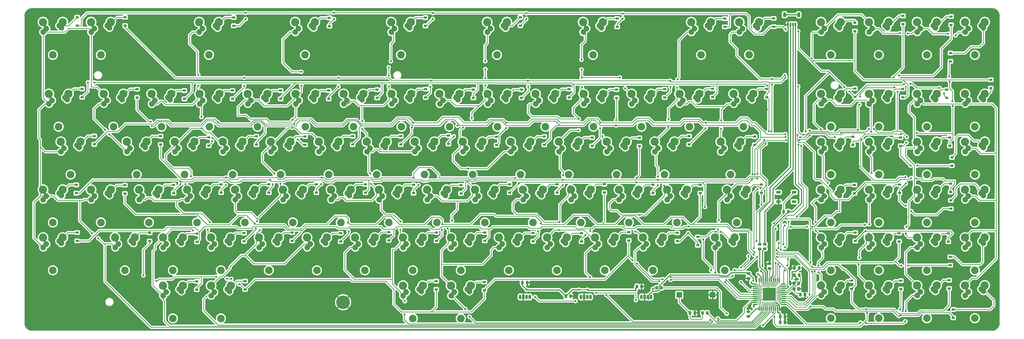
<source format=gbr>
%TF.GenerationSoftware,KiCad,Pcbnew,(6.99.0-5015-g618347ef50-dirty)*%
%TF.CreationDate,2022-12-25T12:42:50-05:00*%
%TF.ProjectId,necpc8801mkiisr,6e656370-6338-4383-9031-6d6b69697372,rev?*%
%TF.SameCoordinates,Original*%
%TF.FileFunction,Copper,L2,Bot*%
%TF.FilePolarity,Positive*%
%FSLAX46Y46*%
G04 Gerber Fmt 4.6, Leading zero omitted, Abs format (unit mm)*
G04 Created by KiCad (PCBNEW (6.99.0-5015-g618347ef50-dirty)) date 2022-12-25 12:42:50*
%MOMM*%
%LPD*%
G01*
G04 APERTURE LIST*
G04 Aperture macros list*
%AMRoundRect*
0 Rectangle with rounded corners*
0 $1 Rounding radius*
0 $2 $3 $4 $5 $6 $7 $8 $9 X,Y pos of 4 corners*
0 Add a 4 corners polygon primitive as box body*
4,1,4,$2,$3,$4,$5,$6,$7,$8,$9,$2,$3,0*
0 Add four circle primitives for the rounded corners*
1,1,$1+$1,$2,$3*
1,1,$1+$1,$4,$5*
1,1,$1+$1,$6,$7*
1,1,$1+$1,$8,$9*
0 Add four rect primitives between the rounded corners*
20,1,$1+$1,$2,$3,$4,$5,0*
20,1,$1+$1,$4,$5,$6,$7,0*
20,1,$1+$1,$6,$7,$8,$9,0*
20,1,$1+$1,$8,$9,$2,$3,0*%
G04 Aperture macros list end*
%TA.AperFunction,ComponentPad*%
%ADD10O,1.070000X1.800000*%
%TD*%
%TA.AperFunction,ComponentPad*%
%ADD11R,1.070000X1.800000*%
%TD*%
%TA.AperFunction,ComponentPad*%
%ADD12C,5.400000*%
%TD*%
%TA.AperFunction,ComponentPad*%
%ADD13C,3.000000*%
%TD*%
%TA.AperFunction,ComponentPad*%
%ADD14C,3.250000*%
%TD*%
%TA.AperFunction,ComponentPad*%
%ADD15C,2.250000*%
%TD*%
%TA.AperFunction,ComponentPad*%
%ADD16C,1.000000*%
%TD*%
%TA.AperFunction,SMDPad,CuDef*%
%ADD17R,1.200000X0.900000*%
%TD*%
%TA.AperFunction,SMDPad,CuDef*%
%ADD18RoundRect,0.250000X0.250000X0.475000X-0.250000X0.475000X-0.250000X-0.475000X0.250000X-0.475000X0*%
%TD*%
%TA.AperFunction,SMDPad,CuDef*%
%ADD19RoundRect,0.250000X-0.262500X-0.450000X0.262500X-0.450000X0.262500X0.450000X-0.262500X0.450000X0*%
%TD*%
%TA.AperFunction,SMDPad,CuDef*%
%ADD20R,1.800000X1.100000*%
%TD*%
%TA.AperFunction,SMDPad,CuDef*%
%ADD21RoundRect,0.250000X-0.475000X0.250000X-0.475000X-0.250000X0.475000X-0.250000X0.475000X0.250000X0*%
%TD*%
%TA.AperFunction,SMDPad,CuDef*%
%ADD22RoundRect,0.250000X-0.250000X-0.475000X0.250000X-0.475000X0.250000X0.475000X-0.250000X0.475000X0*%
%TD*%
%TA.AperFunction,SMDPad,CuDef*%
%ADD23RoundRect,0.250000X0.475000X-0.250000X0.475000X0.250000X-0.475000X0.250000X-0.475000X-0.250000X0*%
%TD*%
%TA.AperFunction,SMDPad,CuDef*%
%ADD24RoundRect,0.150000X-0.150000X-0.625000X0.150000X-0.625000X0.150000X0.625000X-0.150000X0.625000X0*%
%TD*%
%TA.AperFunction,SMDPad,CuDef*%
%ADD25RoundRect,0.250000X-0.350000X-0.650000X0.350000X-0.650000X0.350000X0.650000X-0.350000X0.650000X0*%
%TD*%
%TA.AperFunction,SMDPad,CuDef*%
%ADD26RoundRect,0.250000X-0.450000X0.262500X-0.450000X-0.262500X0.450000X-0.262500X0.450000X0.262500X0*%
%TD*%
%TA.AperFunction,SMDPad,CuDef*%
%ADD27R,0.550000X1.500000*%
%TD*%
%TA.AperFunction,SMDPad,CuDef*%
%ADD28RoundRect,0.062500X-0.062500X0.475000X-0.062500X-0.475000X0.062500X-0.475000X0.062500X0.475000X0*%
%TD*%
%TA.AperFunction,SMDPad,CuDef*%
%ADD29R,1.500000X0.550000*%
%TD*%
%TA.AperFunction,SMDPad,CuDef*%
%ADD30RoundRect,0.062500X-0.475000X0.062500X-0.475000X-0.062500X0.475000X-0.062500X0.475000X0.062500X0*%
%TD*%
%TA.AperFunction,SMDPad,CuDef*%
%ADD31R,5.200000X5.200000*%
%TD*%
%TA.AperFunction,SMDPad,CuDef*%
%ADD32R,1.200000X1.400000*%
%TD*%
%TA.AperFunction,SMDPad,CuDef*%
%ADD33RoundRect,0.250000X0.450000X-0.262500X0.450000X0.262500X-0.450000X0.262500X-0.450000X-0.262500X0*%
%TD*%
%TA.AperFunction,SMDPad,CuDef*%
%ADD34RoundRect,0.250000X0.262500X0.450000X-0.262500X0.450000X-0.262500X-0.450000X0.262500X-0.450000X0*%
%TD*%
%TA.AperFunction,SMDPad,CuDef*%
%ADD35R,2.200000X2.200000*%
%TD*%
%TA.AperFunction,ViaPad*%
%ADD36C,0.800000*%
%TD*%
%TA.AperFunction,Conductor*%
%ADD37C,0.250000*%
%TD*%
%TA.AperFunction,Conductor*%
%ADD38C,0.400000*%
%TD*%
%TA.AperFunction,Conductor*%
%ADD39C,0.500000*%
%TD*%
%TA.AperFunction,Conductor*%
%ADD40C,0.800000*%
%TD*%
%TA.AperFunction,Profile*%
%ADD41C,0.150000*%
%TD*%
%TA.AperFunction,Profile*%
%ADD42C,0.050000*%
%TD*%
G04 APERTURE END LIST*
D10*
%TO.P,LED1,1,VCC*%
%TO.N,+5V*%
X198734999Y-114624999D03*
%TO.P,LED1,2,DOUT*%
%TO.N,unconnected-(LED1-DOUT)*%
X196194999Y-114624999D03*
D11*
%TO.P,LED1,3,GND*%
%TO.N,GND*%
X197464999Y-114624999D03*
D10*
%TO.P,LED1,4,DIN*%
%TO.N,Net-(LED1-DIN)*%
X200004999Y-114624999D03*
%TD*%
%TO.P,LED2,1,VCC*%
%TO.N,+5V*%
X222734999Y-114624999D03*
%TO.P,LED2,2,DOUT*%
%TO.N,Net-(LED1-DIN)*%
X220194999Y-114624999D03*
D11*
%TO.P,LED2,3,GND*%
%TO.N,GND*%
X221464999Y-114624999D03*
D10*
%TO.P,LED2,4,DIN*%
%TO.N,Net-(LED2-DIN)*%
X224004999Y-114624999D03*
%TD*%
%TO.P,LED3,1,VCC*%
%TO.N,+5V*%
X246734999Y-114624999D03*
%TO.P,LED3,2,DOUT*%
%TO.N,Net-(LED2-DIN)*%
X244194999Y-114624999D03*
D11*
%TO.P,LED3,3,GND*%
%TO.N,GND*%
X245464999Y-114624999D03*
D10*
%TO.P,LED3,4,DIN*%
%TO.N,LEDDIN*%
X248004999Y-114624999D03*
%TD*%
D12*
%TO.P,H2,1,1*%
%TO.N,GND*%
X126100000Y-116725000D03*
%TD*%
D13*
%TO.P,SW_STP_1,*%
%TO.N,*%
X11220000Y-18550000D03*
D14*
%TO.P,SW_STP_1,1,COL*%
%TO.N,COL0*%
X7320000Y-5550000D03*
D15*
X7410000Y-9510000D03*
D16*
X8020000Y-7050000D03*
D15*
X8595000Y-8125000D03*
%TO.P,SW_STP_1,2,ROW*%
%TO.N,Net-(D1-A)*%
X13760000Y-6970000D03*
X14595000Y-7800000D03*
D14*
X15120000Y-5550000D03*
%TD*%
D13*
%TO.P,SW_KPMULT_1,*%
%TO.N,*%
X376200000Y-66050000D03*
D14*
%TO.P,SW_KPMULT_1,1,COL*%
%TO.N,COL9*%
X372300000Y-53050000D03*
D15*
X372390000Y-57010000D03*
D16*
X373000000Y-54550000D03*
D15*
X373575000Y-55625000D03*
%TO.P,SW_KPMULT_1,2,ROW*%
%TO.N,Net-(D109-A)*%
X378740000Y-54470000D03*
X379575000Y-55300000D03*
D14*
X380100000Y-53050000D03*
%TD*%
D13*
%TO.P,SW_RLD_1,*%
%TO.N,*%
X286820000Y-18550000D03*
D14*
%TO.P,SW_RLD_1,1,COL*%
%TO.N,COL7*%
X282920000Y-5550000D03*
D15*
X283010000Y-9510000D03*
D16*
X283620000Y-7050000D03*
D15*
X284195000Y-8125000D03*
%TO.P,SW_RLD_1,2,ROW*%
%TO.N,Net-(D78-A)*%
X289360000Y-6970000D03*
X290195000Y-7800000D03*
D14*
X290720000Y-5550000D03*
%TD*%
D13*
%TO.P,SW_LS2_1,*%
%TO.N,*%
X39720000Y-104050000D03*
D14*
%TO.P,SW_LS2_1,1,COL*%
%TO.N,COL0*%
X35820000Y-91050000D03*
D15*
X35910000Y-95010000D03*
D16*
X36520000Y-92550000D03*
D15*
X37095000Y-93625000D03*
%TO.P,SW_LS2_1,2,ROW*%
%TO.N,Net-(D6-A)*%
X42260000Y-92470000D03*
X43095000Y-93300000D03*
D14*
X43620000Y-91050000D03*
%TD*%
D13*
%TO.P,SW_F3_1,*%
%TO.N,*%
X149020000Y-18550000D03*
D14*
%TO.P,SW_F3_1,1,COL*%
%TO.N,COL3*%
X145120000Y-5550000D03*
D15*
X145210000Y-9510000D03*
D16*
X145820000Y-7050000D03*
D15*
X146395000Y-8125000D03*
%TO.P,SW_F3_1,2,ROW*%
%TO.N,Net-(D34-A)*%
X151560000Y-6970000D03*
X152395000Y-7800000D03*
D14*
X152920000Y-5550000D03*
%TD*%
D13*
%TO.P,SW_KP2_1,*%
%TO.N,*%
X338200000Y-104050000D03*
D14*
%TO.P,SW_KP2_1,1,COL*%
%TO.N,COL8*%
X334300000Y-91050000D03*
D15*
X334390000Y-95010000D03*
D16*
X335000000Y-92550000D03*
D15*
X335575000Y-93625000D03*
%TO.P,SW_KP2_1,2,ROW*%
%TO.N,Net-(D95-A)*%
X340740000Y-92470000D03*
X341575000Y-93300000D03*
D14*
X342100000Y-91050000D03*
%TD*%
D13*
%TO.P,SW_WE_1,*%
%TO.N,*%
X258220000Y-85050000D03*
D14*
%TO.P,SW_WE_1,1,COL*%
%TO.N,COL6*%
X254320000Y-72050000D03*
D15*
X254410000Y-76010000D03*
D16*
X255020000Y-73550000D03*
D15*
X255595000Y-74625000D03*
%TO.P,SW_WE_1,2,ROW*%
%TO.N,Net-(D73-A)*%
X260760000Y-73470000D03*
X261595000Y-74300000D03*
D14*
X262120000Y-72050000D03*
%TD*%
D13*
%TO.P,SW_F5_1,*%
%TO.N,*%
X225020000Y-18550000D03*
D14*
%TO.P,SW_F5_1,1,COL*%
%TO.N,COL5*%
X221120000Y-5550000D03*
D15*
X221210000Y-9510000D03*
D16*
X221820000Y-7050000D03*
D15*
X222395000Y-8125000D03*
%TO.P,SW_F5_1,2,ROW*%
%TO.N,Net-(D56-A)*%
X227560000Y-6970000D03*
X228395000Y-7800000D03*
D14*
X228920000Y-5550000D03*
%TD*%
D13*
%TO.P,SW_LT_1,*%
%TO.N,*%
X191720000Y-104050000D03*
D14*
%TO.P,SW_LT_1,1,COL*%
%TO.N,COL4*%
X187820000Y-91050000D03*
D15*
X187910000Y-95010000D03*
D16*
X188520000Y-92550000D03*
D15*
X189095000Y-93625000D03*
%TO.P,SW_LT_1,2,ROW*%
%TO.N,Net-(D51-A)*%
X194260000Y-92470000D03*
X195095000Y-93300000D03*
D14*
X195620000Y-91050000D03*
%TD*%
D13*
%TO.P,SW_KP4_1,*%
%TO.N,*%
X319200000Y-85050000D03*
D14*
%TO.P,SW_KP4_1,1,COL*%
%TO.N,COL8*%
X315300000Y-72050000D03*
D15*
X315390000Y-76010000D03*
D16*
X316000000Y-73550000D03*
D15*
X316575000Y-74625000D03*
%TO.P,SW_KP4_1,2,ROW*%
%TO.N,Net-(D91-A)*%
X321740000Y-73470000D03*
X322575000Y-74300000D03*
D14*
X323100000Y-72050000D03*
%TD*%
D13*
%TO.P,SW_CAR_1,*%
%TO.N,*%
X244200000Y-47050000D03*
D14*
%TO.P,SW_CAR_1,1,COL*%
%TO.N,COL5*%
X240300000Y-34050000D03*
D15*
X240390000Y-38010000D03*
D16*
X241000000Y-35550000D03*
D15*
X241575000Y-36625000D03*
%TO.P,SW_CAR_1,2,ROW*%
%TO.N,Net-(D65-A)*%
X246740000Y-35470000D03*
X247575000Y-36300000D03*
D14*
X248100000Y-34050000D03*
%TD*%
D13*
%TO.P,SW_SUP_1,*%
%TO.N,*%
X58720000Y-123150000D03*
D14*
%TO.P,SW_SUP_1,1,COL*%
%TO.N,COL1*%
X54820000Y-110150000D03*
D15*
X54910000Y-114110000D03*
D16*
X55520000Y-111650000D03*
D15*
X56095000Y-112725000D03*
%TO.P,SW_SUP_1,2,ROW*%
%TO.N,Net-(D17-A)*%
X61260000Y-111570000D03*
X62095000Y-112400000D03*
D14*
X62620000Y-110150000D03*
%TD*%
D13*
%TO.P,SW_RLU_1,*%
%TO.N,*%
X267820000Y-18550000D03*
D14*
%TO.P,SW_RLU_1,1,COL*%
%TO.N,COL6*%
X263920000Y-5550000D03*
D15*
X264010000Y-9510000D03*
D16*
X264620000Y-7050000D03*
D15*
X265195000Y-8125000D03*
%TO.P,SW_RLU_1,2,ROW*%
%TO.N,Net-(D67-A)*%
X270360000Y-6970000D03*
X271195000Y-7800000D03*
D14*
X271720000Y-5550000D03*
%TD*%
D13*
%TO.P,SW_DEL_1,*%
%TO.N,*%
X284575000Y-47050000D03*
D14*
%TO.P,SW_DEL_1,1,COL*%
%TO.N,COL6*%
X280675000Y-34050000D03*
D15*
X280765000Y-38010000D03*
D16*
X281375000Y-35550000D03*
D15*
X281950000Y-36625000D03*
%TO.P,SW_DEL_1,2,ROW*%
%TO.N,Net-(D76-A)*%
X287115000Y-35470000D03*
X287950000Y-36300000D03*
D14*
X288475000Y-34050000D03*
%TD*%
D13*
%TO.P,SW_J_1,*%
%TO.N,*%
X163220000Y-85050000D03*
D14*
%TO.P,SW_J_1,1,COL*%
%TO.N,COL4*%
X159320000Y-72050000D03*
D15*
X159410000Y-76010000D03*
D16*
X160020000Y-73550000D03*
D15*
X160595000Y-74625000D03*
%TO.P,SW_J_1,2,ROW*%
%TO.N,Net-(D48-A)*%
X165760000Y-73470000D03*
X166595000Y-74300000D03*
D14*
X167120000Y-72050000D03*
%TD*%
D13*
%TO.P,SW_KPEQ_1,*%
%TO.N,*%
X376200000Y-104050000D03*
D14*
%TO.P,SW_KPEQ_1,1,COL*%
%TO.N,COL9*%
X372300000Y-91050000D03*
D15*
X372390000Y-95010000D03*
D16*
X373000000Y-92550000D03*
D15*
X373575000Y-93625000D03*
%TO.P,SW_KPEQ_1,2,ROW*%
%TO.N,Net-(D106-A)*%
X378740000Y-92470000D03*
X379575000Y-93300000D03*
D14*
X380100000Y-91050000D03*
%TD*%
D13*
%TO.P,SW_KP3_1,*%
%TO.N,*%
X357200000Y-104050000D03*
D14*
%TO.P,SW_KP3_1,1,COL*%
%TO.N,COL9*%
X353300000Y-91050000D03*
D15*
X353390000Y-95010000D03*
D16*
X354000000Y-92550000D03*
D15*
X354575000Y-93625000D03*
%TO.P,SW_KP3_1,2,ROW*%
%TO.N,Net-(D103-A)*%
X359740000Y-92470000D03*
X360575000Y-93300000D03*
D14*
X361100000Y-91050000D03*
%TD*%
D13*
%TO.P,SW_K_1,*%
%TO.N,*%
X182220000Y-85050000D03*
D14*
%TO.P,SW_K_1,1,COL*%
%TO.N,COL4*%
X178320000Y-72050000D03*
D15*
X178410000Y-76010000D03*
D16*
X179020000Y-73550000D03*
D15*
X179595000Y-74625000D03*
%TO.P,SW_K_1,2,ROW*%
%TO.N,Net-(D52-A)*%
X184760000Y-73470000D03*
X185595000Y-74300000D03*
D14*
X186120000Y-72050000D03*
%TD*%
D13*
%TO.P,SW_SP2_1,*%
%TO.N,*%
X172720000Y-123150000D03*
D14*
%TO.P,SW_SP2_1,1,COL*%
%TO.N,COL4*%
X168820000Y-110150000D03*
D15*
X168910000Y-114110000D03*
D16*
X169520000Y-111650000D03*
D15*
X170095000Y-112725000D03*
%TO.P,SW_SP2_1,2,ROW*%
%TO.N,Net-(D50-A)*%
X175260000Y-111570000D03*
X176095000Y-112400000D03*
D14*
X176620000Y-110150000D03*
%TD*%
D13*
%TO.P,SW_F1_1,*%
%TO.N,*%
X73020000Y-18550000D03*
D14*
%TO.P,SW_F1_1,1,COL*%
%TO.N,COL1*%
X69120000Y-5550000D03*
D15*
X69210000Y-9510000D03*
D16*
X69820000Y-7050000D03*
D15*
X70395000Y-8125000D03*
%TO.P,SW_F1_1,2,ROW*%
%TO.N,Net-(D12-A)*%
X75560000Y-6970000D03*
X76395000Y-7800000D03*
D14*
X76920000Y-5550000D03*
%TD*%
D13*
%TO.P,SW_CPY_1,*%
%TO.N,*%
X30220000Y-18550000D03*
D14*
%TO.P,SW_CPY_1,1,COL*%
%TO.N,COL0*%
X26320000Y-5550000D03*
D15*
X26410000Y-9510000D03*
D16*
X27020000Y-7050000D03*
D15*
X27595000Y-8125000D03*
%TO.P,SW_CPY_1,2,ROW*%
%TO.N,Net-(D10-A)*%
X32760000Y-6970000D03*
X33595000Y-7800000D03*
D14*
X34120000Y-5550000D03*
%TD*%
D13*
%TO.P,SW_SP1_1,*%
%TO.N,*%
X153720000Y-123150000D03*
D14*
%TO.P,SW_SP1_1,1,COL*%
%TO.N,COL3*%
X149820000Y-110150000D03*
D15*
X149910000Y-114110000D03*
D16*
X150520000Y-111650000D03*
D15*
X151095000Y-112725000D03*
%TO.P,SW_SP1_1,2,ROW*%
%TO.N,Net-(D39-A)*%
X156260000Y-111570000D03*
X157095000Y-112400000D03*
D14*
X157620000Y-110150000D03*
%TD*%
D13*
%TO.P,SW_D_1,*%
%TO.N,*%
X87220000Y-85050000D03*
D14*
%TO.P,SW_D_1,1,COL*%
%TO.N,COL2*%
X83320000Y-72050000D03*
D15*
X83410000Y-76010000D03*
D16*
X84020000Y-73550000D03*
D15*
X84595000Y-74625000D03*
%TO.P,SW_D_1,2,ROW*%
%TO.N,Net-(D26-A)*%
X89760000Y-73470000D03*
X90595000Y-74300000D03*
D14*
X91120000Y-72050000D03*
%TD*%
D13*
%TO.P,SW_A_1,*%
%TO.N,*%
X49220000Y-85050000D03*
D14*
%TO.P,SW_A_1,1,COL*%
%TO.N,COL1*%
X45320000Y-72050000D03*
D15*
X45410000Y-76010000D03*
D16*
X46020000Y-73550000D03*
D15*
X46595000Y-74625000D03*
%TO.P,SW_A_1,2,ROW*%
%TO.N,Net-(D15-A)*%
X51760000Y-73470000D03*
X52595000Y-74300000D03*
D14*
X53120000Y-72050000D03*
%TD*%
D13*
%TO.P,SW_KPPER_1,*%
%TO.N,*%
X357200000Y-123050000D03*
D14*
%TO.P,SW_KPPER_1,1,COL*%
%TO.N,COL9*%
X353300000Y-110050000D03*
D15*
X353390000Y-114010000D03*
D16*
X354000000Y-111550000D03*
D15*
X354575000Y-112625000D03*
%TO.P,SW_KPPER_1,2,ROW*%
%TO.N,Net-(D104-A)*%
X359740000Y-111470000D03*
X360575000Y-112300000D03*
D14*
X361100000Y-110050000D03*
%TD*%
D13*
%TO.P,SW_6_1,*%
%TO.N,*%
X130200000Y-47050000D03*
D14*
%TO.P,SW_6_1,1,COL*%
%TO.N,COL3*%
X126300000Y-34050000D03*
D15*
X126390000Y-38010000D03*
D16*
X127000000Y-35550000D03*
D15*
X127575000Y-36625000D03*
%TO.P,SW_6_1,2,ROW*%
%TO.N,Net-(D35-A)*%
X132740000Y-35470000D03*
X133575000Y-36300000D03*
D14*
X134100000Y-34050000D03*
%TD*%
D13*
%TO.P,SW_KP6_1,*%
%TO.N,*%
X357200000Y-85050000D03*
D14*
%TO.P,SW_KP6_1,1,COL*%
%TO.N,COL9*%
X353300000Y-72050000D03*
D15*
X353390000Y-76010000D03*
D16*
X354000000Y-73550000D03*
D15*
X354575000Y-74625000D03*
%TO.P,SW_KP6_1,2,ROW*%
%TO.N,Net-(D102-A)*%
X359740000Y-73470000D03*
X360575000Y-74300000D03*
D14*
X361100000Y-72050000D03*
%TD*%
D13*
%TO.P,SW_9_1,*%
%TO.N,*%
X187200000Y-47050000D03*
D14*
%TO.P,SW_9_1,1,COL*%
%TO.N,COL4*%
X183300000Y-34050000D03*
D15*
X183390000Y-38010000D03*
D16*
X184000000Y-35550000D03*
D15*
X184575000Y-36625000D03*
%TO.P,SW_9_1,2,ROW*%
%TO.N,Net-(D54-A)*%
X189740000Y-35470000D03*
X190575000Y-36300000D03*
D14*
X191100000Y-34050000D03*
%TD*%
D13*
%TO.P,SW_CTRL_1,*%
%TO.N,*%
X11220000Y-85050000D03*
D14*
%TO.P,SW_CTRL_1,1,COL*%
%TO.N,COL0*%
X7320000Y-72050000D03*
D15*
X7410000Y-76010000D03*
D16*
X8020000Y-73550000D03*
D15*
X8595000Y-74625000D03*
%TO.P,SW_CTRL_1,2,ROW*%
%TO.N,Net-(D4-A)*%
X13760000Y-73470000D03*
X14595000Y-74300000D03*
D14*
X15120000Y-72050000D03*
%TD*%
D13*
%TO.P,SW_KP7_1,*%
%TO.N,*%
X319200000Y-66050000D03*
D14*
%TO.P,SW_KP7_1,1,COL*%
%TO.N,COL8*%
X315300000Y-53050000D03*
D15*
X315390000Y-57010000D03*
D16*
X316000000Y-54550000D03*
D15*
X316575000Y-55625000D03*
%TO.P,SW_KP7_1,2,ROW*%
%TO.N,Net-(D90-A)*%
X321740000Y-54470000D03*
X322575000Y-55300000D03*
D14*
X323100000Y-53050000D03*
%TD*%
D13*
%TO.P,SW_F4_1,*%
%TO.N,*%
X187020000Y-18550000D03*
D14*
%TO.P,SW_F4_1,1,COL*%
%TO.N,COL4*%
X183120000Y-5550000D03*
D15*
X183210000Y-9510000D03*
D16*
X183820000Y-7050000D03*
D15*
X184395000Y-8125000D03*
%TO.P,SW_F4_1,2,ROW*%
%TO.N,Net-(D45-A)*%
X189560000Y-6970000D03*
X190395000Y-7800000D03*
D14*
X190920000Y-5550000D03*
%TD*%
D13*
%TO.P,SW_S_1,*%
%TO.N,*%
X68220000Y-85050000D03*
D14*
%TO.P,SW_S_1,1,COL*%
%TO.N,COL1*%
X64320000Y-72050000D03*
D15*
X64410000Y-76010000D03*
D16*
X65020000Y-73550000D03*
D15*
X65595000Y-74625000D03*
%TO.P,SW_S_1,2,ROW*%
%TO.N,Net-(D19-A)*%
X70760000Y-73470000D03*
X71595000Y-74300000D03*
D14*
X72120000Y-72050000D03*
%TD*%
D13*
%TO.P,SW_KPHELP1,*%
%TO.N,*%
X338200000Y-47050000D03*
D14*
%TO.P,SW_KPHELP1,1,COL*%
%TO.N,COL8*%
X334300000Y-34050000D03*
D15*
X334390000Y-38010000D03*
D16*
X335000000Y-35550000D03*
D15*
X335575000Y-36625000D03*
%TO.P,SW_KPHELP1,2,ROW*%
%TO.N,Net-(D98-A)*%
X340740000Y-35470000D03*
X341575000Y-36300000D03*
D14*
X342100000Y-34050000D03*
%TD*%
D13*
%TO.P,SW_2_1,*%
%TO.N,*%
X54200000Y-47050000D03*
D14*
%TO.P,SW_2_1,1,COL*%
%TO.N,COL1*%
X50300000Y-34050000D03*
D15*
X50390000Y-38010000D03*
D16*
X51000000Y-35550000D03*
D15*
X51575000Y-36625000D03*
%TO.P,SW_2_1,2,ROW*%
%TO.N,Net-(D13-A)*%
X56740000Y-35470000D03*
X57575000Y-36300000D03*
D14*
X58100000Y-34050000D03*
%TD*%
D13*
%TO.P,SW_W_1,*%
%TO.N,*%
X63370000Y-66025000D03*
D14*
%TO.P,SW_W_1,1,COL*%
%TO.N,COL1*%
X59470000Y-53025000D03*
D15*
X59560000Y-56985000D03*
D16*
X60170000Y-54525000D03*
D15*
X60745000Y-55600000D03*
%TO.P,SW_W_1,2,ROW*%
%TO.N,Net-(D14-A)*%
X65910000Y-54445000D03*
X66745000Y-55275000D03*
D14*
X67270000Y-53025000D03*
%TD*%
D13*
%TO.P,SW_X_1,*%
%TO.N,*%
X77720000Y-104050000D03*
D14*
%TO.P,SW_X_1,1,COL*%
%TO.N,COL1*%
X73820000Y-91050000D03*
D15*
X73910000Y-95010000D03*
D16*
X74520000Y-92550000D03*
D15*
X75095000Y-93625000D03*
%TO.P,SW_X_1,2,ROW*%
%TO.N,Net-(D18-A)*%
X80260000Y-92470000D03*
X81095000Y-93300000D03*
D14*
X81620000Y-91050000D03*
%TD*%
D13*
%TO.P,SW_G_1,*%
%TO.N,*%
X125220000Y-85050000D03*
D14*
%TO.P,SW_G_1,1,COL*%
%TO.N,COL3*%
X121320000Y-72050000D03*
D15*
X121410000Y-76010000D03*
D16*
X122020000Y-73550000D03*
D15*
X122595000Y-74625000D03*
%TO.P,SW_G_1,2,ROW*%
%TO.N,Net-(D37-A)*%
X127760000Y-73470000D03*
X128595000Y-74300000D03*
D14*
X129120000Y-72050000D03*
%TD*%
D13*
%TO.P,SW_E_1,*%
%TO.N,*%
X82370000Y-66025000D03*
D14*
%TO.P,SW_E_1,1,COL*%
%TO.N,COL1*%
X78470000Y-53025000D03*
D15*
X78560000Y-56985000D03*
D16*
X79170000Y-54525000D03*
D15*
X79745000Y-55600000D03*
%TO.P,SW_E_1,2,ROW*%
%TO.N,Net-(D20-A)*%
X84910000Y-54445000D03*
X85745000Y-55275000D03*
D14*
X86270000Y-53025000D03*
%TD*%
D13*
%TO.P,SW_5_1,*%
%TO.N,*%
X111200000Y-47050000D03*
D14*
%TO.P,SW_5_1,1,COL*%
%TO.N,COL2*%
X107300000Y-34050000D03*
D15*
X107390000Y-38010000D03*
D16*
X108000000Y-35550000D03*
D15*
X108575000Y-36625000D03*
%TO.P,SW_5_1,2,ROW*%
%TO.N,Net-(D32-A)*%
X113740000Y-35470000D03*
X114575000Y-36300000D03*
D14*
X115100000Y-34050000D03*
%TD*%
D13*
%TO.P,SW_I_1,*%
%TO.N,*%
X177370000Y-66025000D03*
D14*
%TO.P,SW_I_1,1,COL*%
%TO.N,COL4*%
X173470000Y-53025000D03*
D15*
X173560000Y-56985000D03*
D16*
X174170000Y-54525000D03*
D15*
X174745000Y-55600000D03*
%TO.P,SW_I_1,2,ROW*%
%TO.N,Net-(D47-A)*%
X179910000Y-54445000D03*
X180745000Y-55275000D03*
D14*
X181270000Y-53025000D03*
%TD*%
D13*
%TO.P,SW_1_1,*%
%TO.N,*%
X35200000Y-47050000D03*
D14*
%TO.P,SW_1_1,1,COL*%
%TO.N,COL0*%
X31300000Y-34050000D03*
D15*
X31390000Y-38010000D03*
D16*
X32000000Y-35550000D03*
D15*
X32575000Y-36625000D03*
%TO.P,SW_1_1,2,ROW*%
%TO.N,Net-(D9-A)*%
X37740000Y-35470000D03*
X38575000Y-36300000D03*
D14*
X39100000Y-34050000D03*
%TD*%
D13*
%TO.P,SW_AMG_1,*%
%TO.N,*%
X248720000Y-104050000D03*
D14*
%TO.P,SW_AMG_1,1,COL*%
%TO.N,COL6*%
X244820000Y-91050000D03*
D15*
X244910000Y-95010000D03*
D16*
X245520000Y-92550000D03*
D15*
X246095000Y-93625000D03*
%TO.P,SW_AMG_1,2,ROW*%
%TO.N,Net-(D71-A)*%
X251260000Y-92470000D03*
X252095000Y-93300000D03*
D14*
X252620000Y-91050000D03*
%TD*%
D13*
%TO.P,SW_V_1,*%
%TO.N,*%
X115720000Y-104050000D03*
D14*
%TO.P,SW_V_1,1,COL*%
%TO.N,COL2*%
X111820000Y-91050000D03*
D15*
X111910000Y-95010000D03*
D16*
X112520000Y-92550000D03*
D15*
X113095000Y-93625000D03*
%TO.P,SW_V_1,2,ROW*%
%TO.N,Net-(D29-A)*%
X118260000Y-92470000D03*
X119095000Y-93300000D03*
D14*
X119620000Y-91050000D03*
%TD*%
D13*
%TO.P,SW_L_1,*%
%TO.N,*%
X201220000Y-85050000D03*
D14*
%TO.P,SW_L_1,1,COL*%
%TO.N,COL5*%
X197320000Y-72050000D03*
D15*
X197410000Y-76010000D03*
D16*
X198020000Y-73550000D03*
D15*
X198595000Y-74625000D03*
%TO.P,SW_L_1,2,ROW*%
%TO.N,Net-(D59-A)*%
X203760000Y-73470000D03*
X204595000Y-74300000D03*
D14*
X205120000Y-72050000D03*
%TD*%
D13*
%TO.P,SW_YEN_1,*%
%TO.N,*%
X263200000Y-47050000D03*
D14*
%TO.P,SW_YEN_1,1,COL*%
%TO.N,COL6*%
X259300000Y-34050000D03*
D15*
X259390000Y-38010000D03*
D16*
X260000000Y-35550000D03*
D15*
X260575000Y-36625000D03*
%TO.P,SW_YEN_1,2,ROW*%
%TO.N,Net-(D68-A)*%
X265740000Y-35470000D03*
X266575000Y-36300000D03*
D14*
X267100000Y-34050000D03*
%TD*%
D13*
%TO.P,SW_M_1,*%
%TO.N,*%
X172720000Y-104050000D03*
D14*
%TO.P,SW_M_1,1,COL*%
%TO.N,COL4*%
X168820000Y-91050000D03*
D15*
X168910000Y-95010000D03*
D16*
X169520000Y-92550000D03*
D15*
X170095000Y-93625000D03*
%TO.P,SW_M_1,2,ROW*%
%TO.N,Net-(D49-A)*%
X175260000Y-92470000D03*
X176095000Y-93300000D03*
D14*
X176620000Y-91050000D03*
%TD*%
D13*
%TO.P,SW_F2_1,*%
%TO.N,*%
X111020000Y-18550000D03*
D14*
%TO.P,SW_F2_1,1,COL*%
%TO.N,COL2*%
X107120000Y-5550000D03*
D15*
X107210000Y-9510000D03*
D16*
X107820000Y-7050000D03*
D15*
X108395000Y-8125000D03*
%TO.P,SW_F2_1,2,ROW*%
%TO.N,Net-(D23-A)*%
X113560000Y-6970000D03*
X114395000Y-7800000D03*
D14*
X114920000Y-5550000D03*
%TD*%
D13*
%TO.P,SW_KP9_1,*%
%TO.N,*%
X357200000Y-66050000D03*
D14*
%TO.P,SW_KP9_1,1,COL*%
%TO.N,COL9*%
X353300000Y-53050000D03*
D15*
X353390000Y-57010000D03*
D16*
X354000000Y-54550000D03*
D15*
X354575000Y-55625000D03*
%TO.P,SW_KP9_1,2,ROW*%
%TO.N,Net-(D101-A)*%
X359740000Y-54470000D03*
X360575000Y-55300000D03*
D14*
X361100000Y-53050000D03*
%TD*%
D13*
%TO.P,SW_KPHOME_1,*%
%TO.N,*%
X319200000Y-47050000D03*
D14*
%TO.P,SW_KPHOME_1,1,COL*%
%TO.N,COL8*%
X315300000Y-34050000D03*
D15*
X315390000Y-38010000D03*
D16*
X316000000Y-35550000D03*
D15*
X316575000Y-36625000D03*
%TO.P,SW_KPHOME_1,2,ROW*%
%TO.N,Net-(D89-A)*%
X321740000Y-35470000D03*
X322575000Y-36300000D03*
D14*
X323100000Y-34050000D03*
%TD*%
D13*
%TO.P,SW_CAPS_1,*%
%TO.N,*%
X30220000Y-85050000D03*
D14*
%TO.P,SW_CAPS_1,1,COL*%
%TO.N,COL0*%
X26320000Y-72050000D03*
D15*
X26410000Y-76010000D03*
D16*
X27020000Y-73550000D03*
D15*
X27595000Y-74625000D03*
%TO.P,SW_CAPS_1,2,ROW*%
%TO.N,Net-(D7-A)*%
X32760000Y-73470000D03*
X33595000Y-74300000D03*
D14*
X34120000Y-72050000D03*
%TD*%
D13*
%TO.P,SW_KPDIV_1,*%
%TO.N,*%
X376200000Y-47050000D03*
D14*
%TO.P,SW_KPDIV_1,1,COL*%
%TO.N,COL9*%
X372300000Y-34050000D03*
D15*
X372390000Y-38010000D03*
D16*
X373000000Y-35550000D03*
D15*
X373575000Y-36625000D03*
%TO.P,SW_KPDIV_1,2,ROW*%
%TO.N,Net-(D110-A)*%
X378740000Y-35470000D03*
X379575000Y-36300000D03*
D14*
X380100000Y-34050000D03*
%TD*%
D13*
%TO.P,SW_C_1,*%
%TO.N,*%
X96720000Y-104050000D03*
D14*
%TO.P,SW_C_1,1,COL*%
%TO.N,COL2*%
X92820000Y-91050000D03*
D15*
X92910000Y-95010000D03*
D16*
X93520000Y-92550000D03*
D15*
X94095000Y-93625000D03*
%TO.P,SW_C_1,2,ROW*%
%TO.N,Net-(D27-A)*%
X99260000Y-92470000D03*
X100095000Y-93300000D03*
D14*
X100620000Y-91050000D03*
%TD*%
D13*
%TO.P,SW_Q_1,*%
%TO.N,*%
X44370000Y-66025000D03*
D14*
%TO.P,SW_Q_1,1,COL*%
%TO.N,COL0*%
X40470000Y-53025000D03*
D15*
X40560000Y-56985000D03*
D16*
X41170000Y-54525000D03*
D15*
X41745000Y-55600000D03*
%TO.P,SW_Q_1,2,ROW*%
%TO.N,Net-(D8-A)*%
X46910000Y-54445000D03*
X47745000Y-55275000D03*
D14*
X48270000Y-53025000D03*
%TD*%
D13*
%TO.P,SW_MN_1,*%
%TO.N,*%
X225200000Y-47050000D03*
D14*
%TO.P,SW_MN_1,1,COL*%
%TO.N,COL5*%
X221300000Y-34050000D03*
D15*
X221390000Y-38010000D03*
D16*
X222000000Y-35550000D03*
D15*
X222575000Y-36625000D03*
%TO.P,SW_MN_1,2,ROW*%
%TO.N,Net-(D64-A)*%
X227740000Y-35470000D03*
X228575000Y-36300000D03*
D14*
X229100000Y-34050000D03*
%TD*%
D13*
%TO.P,SW_DOWN_1,*%
%TO.N,*%
X338200000Y-18550000D03*
D14*
%TO.P,SW_DOWN_1,1,COL*%
%TO.N,COL7*%
X334300000Y-5550000D03*
D15*
X334390000Y-9510000D03*
D16*
X335000000Y-7050000D03*
D15*
X335575000Y-8125000D03*
%TO.P,SW_DOWN_1,2,ROW*%
%TO.N,Net-(D84-A)*%
X340740000Y-6970000D03*
X341575000Y-7800000D03*
D14*
X342100000Y-5550000D03*
%TD*%
D13*
%TO.P,SW_3_1,*%
%TO.N,*%
X73200000Y-47050000D03*
D14*
%TO.P,SW_3_1,1,COL*%
%TO.N,COL1*%
X69300000Y-34050000D03*
D15*
X69390000Y-38010000D03*
D16*
X70000000Y-35550000D03*
D15*
X70575000Y-36625000D03*
%TO.P,SW_3_1,2,ROW*%
%TO.N,Net-(D21-A)*%
X75740000Y-35470000D03*
X76575000Y-36300000D03*
D14*
X77100000Y-34050000D03*
%TD*%
D13*
%TO.P,SW_AT_1,*%
%TO.N,*%
X234370000Y-66025000D03*
D14*
%TO.P,SW_AT_1,1,COL*%
%TO.N,COL5*%
X230470000Y-53025000D03*
D15*
X230560000Y-56985000D03*
D16*
X231170000Y-54525000D03*
D15*
X231745000Y-55600000D03*
%TO.P,SW_AT_1,2,ROW*%
%TO.N,Net-(D63-A)*%
X236910000Y-54445000D03*
X237745000Y-55275000D03*
D14*
X238270000Y-53025000D03*
%TD*%
D13*
%TO.P,SW_GT_1,*%
%TO.N,*%
X210720000Y-104050000D03*
D14*
%TO.P,SW_GT_1,1,COL*%
%TO.N,COL5*%
X206820000Y-91050000D03*
D15*
X206910000Y-95010000D03*
D16*
X207520000Y-92550000D03*
D15*
X208095000Y-93625000D03*
%TO.P,SW_GT_1,2,ROW*%
%TO.N,Net-(D60-A)*%
X213260000Y-92470000D03*
X214095000Y-93300000D03*
D14*
X214620000Y-91050000D03*
%TD*%
D13*
%TO.P,SW_Z_1,*%
%TO.N,*%
X58720000Y-104050000D03*
D14*
%TO.P,SW_Z_1,1,COL*%
%TO.N,COL1*%
X54820000Y-91050000D03*
D15*
X54910000Y-95010000D03*
D16*
X55520000Y-92550000D03*
D15*
X56095000Y-93625000D03*
%TO.P,SW_Z_1,2,ROW*%
%TO.N,Net-(D16-A)*%
X61260000Y-92470000D03*
X62095000Y-93300000D03*
D14*
X62620000Y-91050000D03*
%TD*%
D13*
%TO.P,SW_O_1,*%
%TO.N,*%
X196370000Y-66025000D03*
D14*
%TO.P,SW_O_1,1,COL*%
%TO.N,COL4*%
X192470000Y-53025000D03*
D15*
X192560000Y-56985000D03*
D16*
X193170000Y-54525000D03*
D15*
X193745000Y-55600000D03*
%TO.P,SW_O_1,2,ROW*%
%TO.N,Net-(D53-A)*%
X198910000Y-54445000D03*
X199745000Y-55275000D03*
D14*
X200270000Y-53025000D03*
%TD*%
D13*
%TO.P,SW_H_1,*%
%TO.N,*%
X144220000Y-85050000D03*
D14*
%TO.P,SW_H_1,1,COL*%
%TO.N,COL3*%
X140320000Y-72050000D03*
D15*
X140410000Y-76010000D03*
D16*
X141020000Y-73550000D03*
D15*
X141595000Y-74625000D03*
%TO.P,SW_H_1,2,ROW*%
%TO.N,Net-(D41-A)*%
X146760000Y-73470000D03*
X147595000Y-74300000D03*
D14*
X148120000Y-72050000D03*
%TD*%
D13*
%TO.P,SW_FC_1,*%
%TO.N,*%
X253370000Y-66025000D03*
D14*
%TO.P,SW_FC_1,1,COL*%
%TO.N,COL6*%
X249470000Y-53025000D03*
D15*
X249560000Y-56985000D03*
D16*
X250170000Y-54525000D03*
D15*
X250745000Y-55600000D03*
%TO.P,SW_FC_1,2,ROW*%
%TO.N,Net-(D69-A)*%
X255910000Y-54445000D03*
X256745000Y-55275000D03*
D14*
X257270000Y-53025000D03*
%TD*%
D13*
%TO.P,SW_KPENT_1,*%
%TO.N,*%
X376200000Y-123050000D03*
D14*
%TO.P,SW_KPENT_1,1,COL*%
%TO.N,COL9*%
X372300000Y-110050000D03*
D15*
X372390000Y-114010000D03*
D16*
X373000000Y-111550000D03*
D15*
X373575000Y-112625000D03*
%TO.P,SW_KPENT_1,2,ROW*%
%TO.N,Net-(D105-A)*%
X378740000Y-111470000D03*
X379575000Y-112300000D03*
D14*
X380100000Y-110050000D03*
%TD*%
D13*
%TO.P,SW_B_1,*%
%TO.N,*%
X134720000Y-104050000D03*
D14*
%TO.P,SW_B_1,1,COL*%
%TO.N,COL3*%
X130820000Y-91050000D03*
D15*
X130910000Y-95010000D03*
D16*
X131520000Y-92550000D03*
D15*
X132095000Y-93625000D03*
%TO.P,SW_B_1,2,ROW*%
%TO.N,Net-(D38-A)*%
X137260000Y-92470000D03*
X138095000Y-93300000D03*
D14*
X138620000Y-91050000D03*
%TD*%
D13*
%TO.P,SW_R_1,*%
%TO.N,*%
X101370000Y-66025000D03*
D14*
%TO.P,SW_R_1,1,COL*%
%TO.N,COL2*%
X97470000Y-53025000D03*
D15*
X97560000Y-56985000D03*
D16*
X98170000Y-54525000D03*
D15*
X98745000Y-55600000D03*
%TO.P,SW_R_1,2,ROW*%
%TO.N,Net-(D25-A)*%
X103910000Y-54445000D03*
X104745000Y-55275000D03*
D14*
X105270000Y-53025000D03*
%TD*%
D13*
%TO.P,SW_0_1,*%
%TO.N,*%
X206200000Y-47050000D03*
D14*
%TO.P,SW_0_1,1,COL*%
%TO.N,COL5*%
X202300000Y-34050000D03*
D15*
X202390000Y-38010000D03*
D16*
X203000000Y-35550000D03*
D15*
X203575000Y-36625000D03*
%TO.P,SW_0_1,2,ROW*%
%TO.N,Net-(D57-A)*%
X208740000Y-35470000D03*
X209575000Y-36300000D03*
D14*
X210100000Y-34050000D03*
%TD*%
D13*
%TO.P,SW_8_1,*%
%TO.N,*%
X168200000Y-47050000D03*
D14*
%TO.P,SW_8_1,1,COL*%
%TO.N,COL4*%
X164300000Y-34050000D03*
D15*
X164390000Y-38010000D03*
D16*
X165000000Y-35550000D03*
D15*
X165575000Y-36625000D03*
%TO.P,SW_8_1,2,ROW*%
%TO.N,Net-(D46-A)*%
X170740000Y-35470000D03*
X171575000Y-36300000D03*
D14*
X172100000Y-34050000D03*
%TD*%
D13*
%TO.P,SW_RIGHT_1,*%
%TO.N,*%
X376200000Y-18550000D03*
D14*
%TO.P,SW_RIGHT_1,1,COL*%
%TO.N,COL7*%
X372300000Y-5550000D03*
D15*
X372390000Y-9510000D03*
D16*
X373000000Y-7050000D03*
D15*
X373575000Y-8125000D03*
%TO.P,SW_RIGHT_1,2,ROW*%
%TO.N,Net-(D83-A)*%
X378740000Y-6970000D03*
X379575000Y-7800000D03*
D14*
X380100000Y-5550000D03*
%TD*%
D13*
%TO.P,SW_KP0_1,*%
%TO.N,*%
X319200000Y-123050000D03*
D14*
%TO.P,SW_KP0_1,1,COL*%
%TO.N,COL8*%
X315300000Y-110050000D03*
D15*
X315390000Y-114010000D03*
D16*
X316000000Y-111550000D03*
D15*
X316575000Y-112625000D03*
%TO.P,SW_KP0_1,2,ROW*%
%TO.N,Net-(D93-A)*%
X321740000Y-111470000D03*
X322575000Y-112300000D03*
D14*
X323100000Y-110050000D03*
%TD*%
D13*
%TO.P,SW_Y_1,*%
%TO.N,*%
X139370000Y-66025000D03*
D14*
%TO.P,SW_Y_1,1,COL*%
%TO.N,COL3*%
X135470000Y-53025000D03*
D15*
X135560000Y-56985000D03*
D16*
X136170000Y-54525000D03*
D15*
X136745000Y-55600000D03*
%TO.P,SW_Y_1,2,ROW*%
%TO.N,Net-(D36-A)*%
X141910000Y-54445000D03*
X142745000Y-55275000D03*
D14*
X143270000Y-53025000D03*
%TD*%
D13*
%TO.P,SW_RSH_1,*%
%TO.N,*%
X277220000Y-104050000D03*
D14*
%TO.P,SW_RSH_1,1,COL*%
%TO.N,COL7*%
X273320000Y-91050000D03*
D15*
X273410000Y-95010000D03*
D16*
X274020000Y-92550000D03*
D15*
X274595000Y-93625000D03*
%TO.P,SW_RSH_1,2,ROW*%
%TO.N,Net-(D82-A)*%
X279760000Y-92470000D03*
X280595000Y-93300000D03*
D14*
X281120000Y-91050000D03*
%TD*%
D13*
%TO.P,SW_COL_1,*%
%TO.N,*%
X239220000Y-85050000D03*
D14*
%TO.P,SW_COL_1,1,COL*%
%TO.N,COL6*%
X235320000Y-72050000D03*
D15*
X235410000Y-76010000D03*
D16*
X236020000Y-73550000D03*
D15*
X236595000Y-74625000D03*
%TO.P,SW_COL_1,2,ROW*%
%TO.N,Net-(D70-A)*%
X241760000Y-73470000D03*
X242595000Y-74300000D03*
D14*
X243120000Y-72050000D03*
%TD*%
D13*
%TO.P,SW_ED_1,*%
%TO.N,*%
X281970000Y-85050000D03*
D14*
%TO.P,SW_ED_1,1,COL*%
%TO.N,COL7*%
X278070000Y-72050000D03*
D15*
X278160000Y-76010000D03*
D16*
X278770000Y-73550000D03*
D15*
X279345000Y-74625000D03*
%TO.P,SW_ED_1,2,ROW*%
%TO.N,Net-(D81-A)*%
X284510000Y-73470000D03*
X285345000Y-74300000D03*
D14*
X285870000Y-72050000D03*
%TD*%
D13*
%TO.P,SW_LS1_1,*%
%TO.N,*%
X11220000Y-104050000D03*
D14*
%TO.P,SW_LS1_1,1,COL*%
%TO.N,COL0*%
X7320000Y-91050000D03*
D15*
X7410000Y-95010000D03*
D16*
X8020000Y-92550000D03*
D15*
X8595000Y-93625000D03*
%TO.P,SW_LS1_1,2,ROW*%
%TO.N,Net-(D5-A)*%
X13760000Y-92470000D03*
X14595000Y-93300000D03*
D14*
X15120000Y-91050000D03*
%TD*%
D13*
%TO.P,SW_4_1,*%
%TO.N,*%
X92200000Y-47050000D03*
D14*
%TO.P,SW_4_1,1,COL*%
%TO.N,COL2*%
X88300000Y-34050000D03*
D15*
X88390000Y-38010000D03*
D16*
X89000000Y-35550000D03*
D15*
X89575000Y-36625000D03*
%TO.P,SW_4_1,2,ROW*%
%TO.N,Net-(D24-A)*%
X94740000Y-35470000D03*
X95575000Y-36300000D03*
D14*
X96100000Y-34050000D03*
%TD*%
D13*
%TO.P,SW_LEFT_1,*%
%TO.N,*%
X357200000Y-18550000D03*
D14*
%TO.P,SW_LEFT_1,1,COL*%
%TO.N,COL7*%
X353300000Y-5550000D03*
D15*
X353390000Y-9510000D03*
D16*
X354000000Y-7050000D03*
D15*
X354575000Y-8125000D03*
%TO.P,SW_LEFT_1,2,ROW*%
%TO.N,Net-(D72-A)*%
X359740000Y-6970000D03*
X360575000Y-7800000D03*
D14*
X361100000Y-5550000D03*
%TD*%
D13*
%TO.P,SW_KPMIN_1,*%
%TO.N,*%
X357200000Y-47050000D03*
D14*
%TO.P,SW_KPMIN_1,1,COL*%
%TO.N,COL9*%
X353300000Y-34050000D03*
D15*
X353390000Y-38010000D03*
D16*
X354000000Y-35550000D03*
D15*
X354575000Y-36625000D03*
%TO.P,SW_KPMIN_1,2,ROW*%
%TO.N,Net-(D99-A)*%
X359740000Y-35470000D03*
X360575000Y-36300000D03*
D14*
X361100000Y-34050000D03*
%TD*%
D13*
%TO.P,SW_U_1,*%
%TO.N,*%
X158370000Y-66025000D03*
D14*
%TO.P,SW_U_1,1,COL*%
%TO.N,COL3*%
X154470000Y-53025000D03*
D15*
X154560000Y-56985000D03*
D16*
X155170000Y-54525000D03*
D15*
X155745000Y-55600000D03*
%TO.P,SW_U_1,2,ROW*%
%TO.N,Net-(D42-A)*%
X160910000Y-54445000D03*
X161745000Y-55275000D03*
D14*
X162270000Y-53025000D03*
%TD*%
D13*
%TO.P,SW_ET_1,*%
%TO.N,*%
X279495000Y-66025000D03*
D14*
%TO.P,SW_ET_1,1,COL*%
%TO.N,COL6*%
X275595000Y-53025000D03*
D15*
X275685000Y-56985000D03*
D16*
X276295000Y-54525000D03*
D15*
X276870000Y-55600000D03*
%TO.P,SW_ET_1,2,ROW*%
%TO.N,Net-(D75-A)*%
X282035000Y-54445000D03*
X282870000Y-55275000D03*
D14*
X283395000Y-53025000D03*
%TD*%
D13*
%TO.P,SW_KPCOM_1,*%
%TO.N,*%
X338200000Y-123050000D03*
D14*
%TO.P,SW_KPCOM_1,1,COL*%
%TO.N,COL8*%
X334300000Y-110050000D03*
D15*
X334390000Y-114010000D03*
D16*
X335000000Y-111550000D03*
D15*
X335575000Y-112625000D03*
%TO.P,SW_KPCOM_1,2,ROW*%
%TO.N,Net-(D94-A)*%
X340740000Y-111470000D03*
X341575000Y-112300000D03*
D14*
X342100000Y-110050000D03*
%TD*%
D13*
%TO.P,SW_KP5_1,*%
%TO.N,*%
X338200000Y-85050000D03*
D14*
%TO.P,SW_KP5_1,1,COL*%
%TO.N,COL8*%
X334300000Y-72050000D03*
D15*
X334390000Y-76010000D03*
D16*
X335000000Y-73550000D03*
D15*
X335575000Y-74625000D03*
%TO.P,SW_KP5_1,2,ROW*%
%TO.N,Net-(D96-A)*%
X340740000Y-73470000D03*
X341575000Y-74300000D03*
D14*
X342100000Y-72050000D03*
%TD*%
D13*
%TO.P,SW_KP8_1,*%
%TO.N,*%
X338200000Y-66050000D03*
D14*
%TO.P,SW_KP8_1,1,COL*%
%TO.N,COL8*%
X334300000Y-53050000D03*
D15*
X334390000Y-57010000D03*
D16*
X335000000Y-54550000D03*
D15*
X335575000Y-55625000D03*
%TO.P,SW_KP8_1,2,ROW*%
%TO.N,Net-(D97-A)*%
X340740000Y-54470000D03*
X341575000Y-55300000D03*
D14*
X342100000Y-53050000D03*
%TD*%
D13*
%TO.P,SW_T_1,*%
%TO.N,*%
X120370000Y-66025000D03*
D14*
%TO.P,SW_T_1,1,COL*%
%TO.N,COL2*%
X116470000Y-53025000D03*
D15*
X116560000Y-56985000D03*
D16*
X117170000Y-54525000D03*
D15*
X117745000Y-55600000D03*
%TO.P,SW_T_1,2,ROW*%
%TO.N,Net-(D31-A)*%
X122910000Y-54445000D03*
X123745000Y-55275000D03*
D14*
X124270000Y-53025000D03*
%TD*%
D13*
%TO.P,SW_P_1,*%
%TO.N,*%
X215370000Y-66025000D03*
D14*
%TO.P,SW_P_1,1,COL*%
%TO.N,COL5*%
X211470000Y-53025000D03*
D15*
X211560000Y-56985000D03*
D16*
X212170000Y-54525000D03*
D15*
X212745000Y-55600000D03*
%TO.P,SW_P_1,2,ROW*%
%TO.N,Net-(D58-A)*%
X217910000Y-54445000D03*
X218745000Y-55275000D03*
D14*
X219270000Y-53025000D03*
%TD*%
D13*
%TO.P,SW_KP1_1,*%
%TO.N,*%
X319200000Y-104050000D03*
D14*
%TO.P,SW_KP1_1,1,COL*%
%TO.N,COL8*%
X315300000Y-91050000D03*
D15*
X315390000Y-95010000D03*
D16*
X316000000Y-92550000D03*
D15*
X316575000Y-93625000D03*
%TO.P,SW_KP1_1,2,ROW*%
%TO.N,Net-(D92-A)*%
X321740000Y-92470000D03*
X322575000Y-93300000D03*
D14*
X323100000Y-91050000D03*
%TD*%
D13*
%TO.P,SW_TAB_1,*%
%TO.N,*%
X18245000Y-66025000D03*
D14*
%TO.P,SW_TAB_1,1,COL*%
%TO.N,COL0*%
X14345000Y-53025000D03*
D15*
X14435000Y-56985000D03*
D16*
X15045000Y-54525000D03*
D15*
X15620000Y-55600000D03*
%TO.P,SW_TAB_1,2,ROW*%
%TO.N,Net-(D3-A)*%
X20785000Y-54445000D03*
X21620000Y-55275000D03*
D14*
X22145000Y-53025000D03*
%TD*%
D13*
%TO.P,SW_UP_1,*%
%TO.N,*%
X319200000Y-18550000D03*
D14*
%TO.P,SW_UP_1,1,COL*%
%TO.N,COL7*%
X315300000Y-5550000D03*
D15*
X315390000Y-9510000D03*
D16*
X316000000Y-7050000D03*
D15*
X316575000Y-8125000D03*
%TO.P,SW_UP_1,2,ROW*%
%TO.N,Net-(D85-A)*%
X321740000Y-6970000D03*
X322575000Y-7800000D03*
D14*
X323100000Y-5550000D03*
%TD*%
D13*
%TO.P,SW_ESC_1,*%
%TO.N,*%
X13500000Y-47050000D03*
D14*
%TO.P,SW_ESC_1,1,COL*%
%TO.N,COL0*%
X9600000Y-34050000D03*
D15*
X9690000Y-38010000D03*
D16*
X10300000Y-35550000D03*
D15*
X10875000Y-36625000D03*
%TO.P,SW_ESC_1,2,ROW*%
%TO.N,Net-(D2-A)*%
X16040000Y-35470000D03*
X16875000Y-36300000D03*
D14*
X17400000Y-34050000D03*
%TD*%
D13*
%TO.P,SW_KPPLUS_1,*%
%TO.N,*%
X376200000Y-85050000D03*
D14*
%TO.P,SW_KPPLUS_1,1,COL*%
%TO.N,COL9*%
X372300000Y-72050000D03*
D15*
X372390000Y-76010000D03*
D16*
X373000000Y-73550000D03*
D15*
X373575000Y-74625000D03*
%TO.P,SW_KPPLUS_1,2,ROW*%
%TO.N,Net-(D43-A)*%
X378740000Y-73470000D03*
X379575000Y-74300000D03*
D14*
X380100000Y-72050000D03*
%TD*%
D13*
%TO.P,SW_N_1,*%
%TO.N,*%
X153720000Y-104050000D03*
D14*
%TO.P,SW_N_1,1,COL*%
%TO.N,COL3*%
X149820000Y-91050000D03*
D15*
X149910000Y-95010000D03*
D16*
X150520000Y-92550000D03*
D15*
X151095000Y-93625000D03*
%TO.P,SW_N_1,2,ROW*%
%TO.N,Net-(D40-A)*%
X156260000Y-92470000D03*
X157095000Y-93300000D03*
D14*
X157620000Y-91050000D03*
%TD*%
D13*
%TO.P,SW_7_1,*%
%TO.N,*%
X149200000Y-47050000D03*
D14*
%TO.P,SW_7_1,1,COL*%
%TO.N,COL3*%
X145300000Y-34050000D03*
D15*
X145390000Y-38010000D03*
D16*
X146000000Y-35550000D03*
D15*
X146575000Y-36625000D03*
%TO.P,SW_7_1,2,ROW*%
%TO.N,Net-(D44-A)*%
X151740000Y-35470000D03*
X152575000Y-36300000D03*
D14*
X153100000Y-34050000D03*
%TD*%
D13*
%TO.P,SW_F_1,*%
%TO.N,*%
X106220000Y-85050000D03*
D14*
%TO.P,SW_F_1,1,COL*%
%TO.N,COL2*%
X102320000Y-72050000D03*
D15*
X102410000Y-76010000D03*
D16*
X103020000Y-73550000D03*
D15*
X103595000Y-74625000D03*
%TO.P,SW_F_1,2,ROW*%
%TO.N,Net-(D30-A)*%
X108760000Y-73470000D03*
X109595000Y-74300000D03*
D14*
X110120000Y-72050000D03*
%TD*%
D13*
%TO.P,SW_SLS_1,*%
%TO.N,*%
X229720000Y-104050000D03*
D14*
%TO.P,SW_SLS_1,1,COL*%
%TO.N,COL5*%
X225820000Y-91050000D03*
D15*
X225910000Y-95010000D03*
D16*
X226520000Y-92550000D03*
D15*
X227095000Y-93625000D03*
%TO.P,SW_SLS_1,2,ROW*%
%TO.N,Net-(D61-A)*%
X232260000Y-92470000D03*
X233095000Y-93300000D03*
D14*
X233620000Y-91050000D03*
%TD*%
D13*
%TO.P,SW_SMI_1,*%
%TO.N,*%
X220220000Y-85050000D03*
D14*
%TO.P,SW_SMI_1,1,COL*%
%TO.N,COL5*%
X216320000Y-72050000D03*
D15*
X216410000Y-76010000D03*
D16*
X217020000Y-73550000D03*
D15*
X217595000Y-74625000D03*
%TO.P,SW_SMI_1,2,ROW*%
%TO.N,Net-(D62-A)*%
X222760000Y-73470000D03*
X223595000Y-74300000D03*
D14*
X224120000Y-72050000D03*
%TD*%
D13*
%TO.P,SW_ALT_1,*%
%TO.N,*%
X77720000Y-123150000D03*
D14*
%TO.P,SW_ALT_1,1,COL*%
%TO.N,COL2*%
X73820000Y-110150000D03*
D15*
X73910000Y-114110000D03*
D16*
X74520000Y-111650000D03*
D15*
X75095000Y-112725000D03*
%TO.P,SW_ALT_1,2,ROW*%
%TO.N,Net-(D28-A)*%
X80260000Y-111570000D03*
X81095000Y-112400000D03*
D14*
X81620000Y-110150000D03*
%TD*%
D17*
%TO.P,D16,1,K*%
%TO.N,ROW4*%
X68274999Y-92799999D03*
%TO.P,D16,2,A*%
%TO.N,Net-(D16-A)*%
X68274999Y-89499999D03*
%TD*%
D18*
%TO.P,C8,1*%
%TO.N,GND*%
X216164000Y-114295000D03*
%TO.P,C8,2*%
%TO.N,+5V*%
X214264000Y-114295000D03*
%TD*%
%TO.P,C9,1*%
%TO.N,GND*%
X198956000Y-108961000D03*
%TO.P,C9,2*%
%TO.N,+5V*%
X197056000Y-108961000D03*
%TD*%
%TO.P,C10,1*%
%TO.N,GND*%
X244294000Y-110485000D03*
%TO.P,C10,2*%
%TO.N,+5V*%
X242394000Y-110485000D03*
%TD*%
D19*
%TO.P,R1,1*%
%TO.N,LEDDIN*%
X250240000Y-111000000D03*
%TO.P,R1,2*%
%TO.N,Net-(U1-PD4)*%
X252065000Y-111000000D03*
%TD*%
D20*
%TO.P,SW1,1,1*%
%TO.N,GND*%
X298474999Y-76799999D03*
%TO.P,SW1,2,2*%
%TO.N,Net-(U1-~{RESET})*%
X304674999Y-73099999D03*
%TO.P,SW1,3*%
%TO.N,N/C*%
X298474999Y-73099999D03*
%TO.P,SW1,4*%
X304674999Y-76799999D03*
%TD*%
D21*
%TO.P,C1,1*%
%TO.N,+5V*%
X286582143Y-105329622D03*
%TO.P,C1,2*%
%TO.N,GND*%
X286582143Y-107229622D03*
%TD*%
D22*
%TO.P,C2,1*%
%TO.N,+5V*%
X299094143Y-124728872D03*
%TO.P,C2,2*%
%TO.N,GND*%
X300994143Y-124728872D03*
%TD*%
%TO.P,C5,1*%
%TO.N,+5V*%
X299094143Y-122347622D03*
%TO.P,C5,2*%
%TO.N,GND*%
X300994143Y-122347622D03*
%TD*%
D23*
%TO.P,C6,1*%
%TO.N,Net-(U1-UCAP)*%
X294859623Y-103293767D03*
%TO.P,C6,2*%
%TO.N,GND*%
X294859623Y-101393767D03*
%TD*%
D18*
%TO.P,C7,1*%
%TO.N,+5V*%
X306634500Y-103148000D03*
%TO.P,C7,2*%
%TO.N,GND*%
X304734500Y-103148000D03*
%TD*%
D17*
%TO.P,D1,1,K*%
%TO.N,ROW0*%
X20799999Y-6899999D03*
%TO.P,D1,2,A*%
%TO.N,Net-(D1-A)*%
X20799999Y-3599999D03*
%TD*%
%TO.P,D2,1,K*%
%TO.N,ROW1*%
X22779999Y-35349999D03*
%TO.P,D2,2,A*%
%TO.N,Net-(D2-A)*%
X22779999Y-32049999D03*
%TD*%
%TO.P,D3,1,K*%
%TO.N,ROW2*%
X27599999Y-54049999D03*
%TO.P,D3,2,A*%
%TO.N,Net-(D3-A)*%
X27599999Y-50749999D03*
%TD*%
%TO.P,D4,1,K*%
%TO.N,ROW3*%
X20474999Y-73424999D03*
%TO.P,D4,2,A*%
%TO.N,Net-(D4-A)*%
X20474999Y-70124999D03*
%TD*%
%TO.P,D5,1,K*%
%TO.N,ROW4*%
X20824999Y-92374999D03*
%TO.P,D5,2,A*%
%TO.N,Net-(D5-A)*%
X20824999Y-89074999D03*
%TD*%
%TO.P,D6,1,K*%
%TO.N,ROW5*%
X49499999Y-92474999D03*
%TO.P,D6,2,A*%
%TO.N,Net-(D6-A)*%
X49499999Y-89174999D03*
%TD*%
%TO.P,D7,1,K*%
%TO.N,ROW6*%
X39699999Y-73574999D03*
%TO.P,D7,2,A*%
%TO.N,Net-(D7-A)*%
X39699999Y-70274999D03*
%TD*%
%TO.P,D8,1,K*%
%TO.N,ROW7*%
X53849999Y-54124999D03*
%TO.P,D8,2,A*%
%TO.N,Net-(D8-A)*%
X53849999Y-50824999D03*
%TD*%
%TO.P,D9,1,K*%
%TO.N,ROW8*%
X44529999Y-35449999D03*
%TO.P,D9,2,A*%
%TO.N,Net-(D9-A)*%
X44529999Y-32149999D03*
%TD*%
%TO.P,D10,1,K*%
%TO.N,ROW9*%
X39774999Y-6924999D03*
%TO.P,D10,2,A*%
%TO.N,Net-(D10-A)*%
X39774999Y-3624999D03*
%TD*%
%TO.P,D12,1,K*%
%TO.N,ROW0*%
X82799999Y-6999999D03*
%TO.P,D12,2,A*%
%TO.N,Net-(D12-A)*%
X82799999Y-3699999D03*
%TD*%
%TO.P,D13,1,K*%
%TO.N,ROW1*%
X63279999Y-35999999D03*
%TO.P,D13,2,A*%
%TO.N,Net-(D13-A)*%
X63279999Y-32699999D03*
%TD*%
%TO.P,D14,1,K*%
%TO.N,ROW2*%
X72924999Y-54599999D03*
%TO.P,D14,2,A*%
%TO.N,Net-(D14-A)*%
X72924999Y-51299999D03*
%TD*%
%TO.P,D15,1,K*%
%TO.N,ROW3*%
X58999999Y-73449999D03*
%TO.P,D15,2,A*%
%TO.N,Net-(D15-A)*%
X58999999Y-70149999D03*
%TD*%
%TO.P,D17,1,K*%
%TO.N,ROW5*%
X68174999Y-111724999D03*
%TO.P,D17,2,A*%
%TO.N,Net-(D17-A)*%
X68174999Y-108424999D03*
%TD*%
%TO.P,D18,1,K*%
%TO.N,ROW6*%
X86874999Y-92549999D03*
%TO.P,D18,2,A*%
%TO.N,Net-(D18-A)*%
X86874999Y-89249999D03*
%TD*%
%TO.P,D19,1,K*%
%TO.N,ROW7*%
X77799999Y-73224999D03*
%TO.P,D19,2,A*%
%TO.N,Net-(D19-A)*%
X77799999Y-69924999D03*
%TD*%
%TO.P,D20,1,K*%
%TO.N,ROW8*%
X91799999Y-54174999D03*
%TO.P,D20,2,A*%
%TO.N,Net-(D20-A)*%
X91799999Y-50874999D03*
%TD*%
%TO.P,D21,1,K*%
%TO.N,ROW9*%
X82329999Y-35999999D03*
%TO.P,D21,2,A*%
%TO.N,Net-(D21-A)*%
X82329999Y-32699999D03*
%TD*%
%TO.P,D23,1,K*%
%TO.N,ROW0*%
X120699999Y-7149999D03*
%TO.P,D23,2,A*%
%TO.N,Net-(D23-A)*%
X120699999Y-3849999D03*
%TD*%
%TO.P,D24,1,K*%
%TO.N,ROW1*%
X101379999Y-35999999D03*
%TO.P,D24,2,A*%
%TO.N,Net-(D24-A)*%
X101379999Y-32699999D03*
%TD*%
%TO.P,D25,1,K*%
%TO.N,ROW2*%
X111024999Y-54249999D03*
%TO.P,D25,2,A*%
%TO.N,Net-(D25-A)*%
X111024999Y-50949999D03*
%TD*%
%TO.P,D26,1,K*%
%TO.N,ROW3*%
X96699999Y-73224999D03*
%TO.P,D26,2,A*%
%TO.N,Net-(D26-A)*%
X96699999Y-69924999D03*
%TD*%
%TO.P,D27,1,K*%
%TO.N,ROW4*%
X105949999Y-92349999D03*
%TO.P,D27,2,A*%
%TO.N,Net-(D27-A)*%
X105949999Y-89049999D03*
%TD*%
%TO.P,D28,1,K*%
%TO.N,ROW5*%
X87324999Y-111624999D03*
%TO.P,D28,2,A*%
%TO.N,Net-(D28-A)*%
X87324999Y-108324999D03*
%TD*%
%TO.P,D29,1,K*%
%TO.N,ROW6*%
X125124999Y-92624999D03*
%TO.P,D29,2,A*%
%TO.N,Net-(D29-A)*%
X125124999Y-89324999D03*
%TD*%
%TO.P,D30,1,K*%
%TO.N,ROW7*%
X115499999Y-73224999D03*
%TO.P,D30,2,A*%
%TO.N,Net-(D30-A)*%
X115499999Y-69924999D03*
%TD*%
%TO.P,D31,1,K*%
%TO.N,ROW8*%
X129899999Y-54124999D03*
%TO.P,D31,2,A*%
%TO.N,Net-(D31-A)*%
X129899999Y-50824999D03*
%TD*%
%TO.P,D32,1,K*%
%TO.N,ROW9*%
X120429999Y-35999999D03*
%TO.P,D32,2,A*%
%TO.N,Net-(D32-A)*%
X120429999Y-32699999D03*
%TD*%
%TO.P,D34,1,K*%
%TO.N,ROW0*%
X158699999Y-7049999D03*
%TO.P,D34,2,A*%
%TO.N,Net-(D34-A)*%
X158699999Y-3749999D03*
%TD*%
%TO.P,D35,1,K*%
%TO.N,ROW1*%
X139579999Y-35649999D03*
%TO.P,D35,2,A*%
%TO.N,Net-(D35-A)*%
X139579999Y-32349999D03*
%TD*%
%TO.P,D36,1,K*%
%TO.N,ROW2*%
X148949999Y-54124999D03*
%TO.P,D36,2,A*%
%TO.N,Net-(D36-A)*%
X148949999Y-50824999D03*
%TD*%
%TO.P,D37,1,K*%
%TO.N,ROW3*%
X134949999Y-73224999D03*
%TO.P,D37,2,A*%
%TO.N,Net-(D37-A)*%
X134949999Y-69924999D03*
%TD*%
%TO.P,D38,1,K*%
%TO.N,ROW4*%
X144199999Y-92174999D03*
%TO.P,D38,2,A*%
%TO.N,Net-(D38-A)*%
X144199999Y-88874999D03*
%TD*%
%TO.P,D39,1,K*%
%TO.N,ROW5*%
X162974999Y-111624999D03*
%TO.P,D39,2,A*%
%TO.N,Net-(D39-A)*%
X162974999Y-108324999D03*
%TD*%
%TO.P,D40,1,K*%
%TO.N,ROW6*%
X163099999Y-92324999D03*
%TO.P,D40,2,A*%
%TO.N,Net-(D40-A)*%
X163099999Y-89024999D03*
%TD*%
%TO.P,D41,1,K*%
%TO.N,ROW7*%
X153974999Y-73424999D03*
%TO.P,D41,2,A*%
%TO.N,Net-(D41-A)*%
X153974999Y-70124999D03*
%TD*%
%TO.P,D42,1,K*%
%TO.N,ROW8*%
X167849999Y-53874999D03*
%TO.P,D42,2,A*%
%TO.N,Net-(D42-A)*%
X167849999Y-50574999D03*
%TD*%
%TO.P,D44,1,K*%
%TO.N,ROW9*%
X158779999Y-35449999D03*
%TO.P,D44,2,A*%
%TO.N,Net-(D44-A)*%
X158779999Y-32149999D03*
%TD*%
%TO.P,D45,1,K*%
%TO.N,ROW0*%
X196299999Y-6949999D03*
%TO.P,D45,2,A*%
%TO.N,Net-(D45-A)*%
X196299999Y-3649999D03*
%TD*%
%TO.P,D46,1,K*%
%TO.N,ROW1*%
X177679999Y-35649999D03*
%TO.P,D46,2,A*%
%TO.N,Net-(D46-A)*%
X177679999Y-32349999D03*
%TD*%
%TO.P,D47,1,K*%
%TO.N,ROW2*%
X186849999Y-54374999D03*
%TO.P,D47,2,A*%
%TO.N,Net-(D47-A)*%
X186849999Y-51074999D03*
%TD*%
%TO.P,D48,1,K*%
%TO.N,ROW3*%
X172774999Y-73549999D03*
%TO.P,D48,2,A*%
%TO.N,Net-(D48-A)*%
X172774999Y-70249999D03*
%TD*%
%TO.P,D49,1,K*%
%TO.N,ROW4*%
X182199999Y-92374999D03*
%TO.P,D49,2,A*%
%TO.N,Net-(D49-A)*%
X182199999Y-89074999D03*
%TD*%
%TO.P,D50,1,K*%
%TO.N,ROW5*%
X182049999Y-111999999D03*
%TO.P,D50,2,A*%
%TO.N,Net-(D50-A)*%
X182049999Y-108699999D03*
%TD*%
%TO.P,D51,1,K*%
%TO.N,ROW6*%
X201324999Y-92549999D03*
%TO.P,D51,2,A*%
%TO.N,Net-(D51-A)*%
X201324999Y-89249999D03*
%TD*%
%TO.P,D52,1,K*%
%TO.N,ROW7*%
X191999999Y-73224999D03*
%TO.P,D52,2,A*%
%TO.N,Net-(D52-A)*%
X191999999Y-69924999D03*
%TD*%
%TO.P,D53,1,K*%
%TO.N,ROW8*%
X205749999Y-54274999D03*
%TO.P,D53,2,A*%
%TO.N,Net-(D53-A)*%
X205749999Y-50974999D03*
%TD*%
%TO.P,D54,1,K*%
%TO.N,ROW9*%
X196729999Y-35649999D03*
%TO.P,D54,2,A*%
%TO.N,Net-(D54-A)*%
X196729999Y-32349999D03*
%TD*%
%TO.P,D56,1,K*%
%TO.N,ROW0*%
X234599999Y-7449999D03*
%TO.P,D56,2,A*%
%TO.N,Net-(D56-A)*%
X234599999Y-4149999D03*
%TD*%
%TO.P,D57,1,K*%
%TO.N,ROW1*%
X215579999Y-35449999D03*
%TO.P,D57,2,A*%
%TO.N,Net-(D57-A)*%
X215579999Y-32149999D03*
%TD*%
%TO.P,D58,1,K*%
%TO.N,ROW2*%
X224674999Y-54674999D03*
%TO.P,D58,2,A*%
%TO.N,Net-(D58-A)*%
X224674999Y-51374999D03*
%TD*%
%TO.P,D59,1,K*%
%TO.N,ROW3*%
X210799999Y-73224999D03*
%TO.P,D59,2,A*%
%TO.N,Net-(D59-A)*%
X210799999Y-69924999D03*
%TD*%
%TO.P,D60,1,K*%
%TO.N,ROW4*%
X220499999Y-92649999D03*
%TO.P,D60,2,A*%
%TO.N,Net-(D60-A)*%
X220499999Y-89349999D03*
%TD*%
%TO.P,D61,1,K*%
%TO.N,ROW5*%
X239174999Y-92199999D03*
%TO.P,D61,2,A*%
%TO.N,Net-(D61-A)*%
X239174999Y-88899999D03*
%TD*%
%TO.P,D62,1,K*%
%TO.N,ROW6*%
X229549999Y-73174999D03*
%TO.P,D62,2,A*%
%TO.N,Net-(D62-A)*%
X229549999Y-69874999D03*
%TD*%
%TO.P,D63,1,K*%
%TO.N,ROW7*%
X243424999Y-54774999D03*
%TO.P,D63,2,A*%
%TO.N,Net-(D63-A)*%
X243424999Y-51474999D03*
%TD*%
%TO.P,D64,1,K*%
%TO.N,ROW8*%
X234379999Y-35599999D03*
%TO.P,D64,2,A*%
%TO.N,Net-(D64-A)*%
X234379999Y-32299999D03*
%TD*%
%TO.P,D65,1,K*%
%TO.N,ROW9*%
X253379999Y-35449999D03*
%TO.P,D65,2,A*%
%TO.N,Net-(D65-A)*%
X253379999Y-32149999D03*
%TD*%
%TO.P,D67,1,K*%
%TO.N,ROW0*%
X277199999Y-7449999D03*
%TO.P,D67,2,A*%
%TO.N,Net-(D67-A)*%
X277199999Y-4149999D03*
%TD*%
%TO.P,D68,1,K*%
%TO.N,ROW1*%
X272374999Y-35299999D03*
%TO.P,D68,2,A*%
%TO.N,Net-(D68-A)*%
X272374999Y-31999999D03*
%TD*%
%TO.P,D69,1,K*%
%TO.N,ROW2*%
X263074999Y-54099999D03*
%TO.P,D69,2,A*%
%TO.N,Net-(D69-A)*%
X263074999Y-50799999D03*
%TD*%
%TO.P,D70,1,K*%
%TO.N,ROW3*%
X248724999Y-73374999D03*
%TO.P,D70,2,A*%
%TO.N,Net-(D70-A)*%
X248724999Y-70074999D03*
%TD*%
%TO.P,D71,1,K*%
%TO.N,ROW4*%
X258399999Y-92474999D03*
%TO.P,D71,2,A*%
%TO.N,Net-(D71-A)*%
X258399999Y-89174999D03*
%TD*%
%TO.P,D72,1,K*%
%TO.N,ROW7*%
X366799999Y-6649999D03*
%TO.P,D72,2,A*%
%TO.N,Net-(D72-A)*%
X366799999Y-3349999D03*
%TD*%
%TO.P,D73,1,K*%
%TO.N,ROW6*%
X267449999Y-73424999D03*
%TO.P,D73,2,A*%
%TO.N,Net-(D73-A)*%
X267449999Y-70124999D03*
%TD*%
%TO.P,D75,1,K*%
%TO.N,ROW8*%
X289049999Y-54299999D03*
%TO.P,D75,2,A*%
%TO.N,Net-(D75-A)*%
X289049999Y-50999999D03*
%TD*%
%TO.P,D76,1,K*%
%TO.N,ROW9*%
X293824999Y-35349999D03*
%TO.P,D76,2,A*%
%TO.N,Net-(D76-A)*%
X293824999Y-32049999D03*
%TD*%
%TO.P,D78,1,K*%
%TO.N,ROW0*%
X296599999Y-7349999D03*
%TO.P,D78,2,A*%
%TO.N,Net-(D78-A)*%
X296599999Y-4049999D03*
%TD*%
%TO.P,D81,1,K*%
%TO.N,ROW3*%
X291724999Y-73274999D03*
%TO.P,D81,2,A*%
%TO.N,Net-(D81-A)*%
X291724999Y-69974999D03*
%TD*%
%TO.P,D82,1,K*%
%TO.N,ROW4*%
X266499999Y-94074999D03*
%TO.P,D82,2,A*%
%TO.N,Net-(D82-A)*%
X266499999Y-90774999D03*
%TD*%
%TO.P,D83,1,K*%
%TO.N,ROW1*%
X366559999Y-21129999D03*
%TO.P,D83,2,A*%
%TO.N,Net-(D83-A)*%
X366559999Y-17829999D03*
%TD*%
%TO.P,D84,1,K*%
%TO.N,ROW8*%
X347749999Y-6374999D03*
%TO.P,D84,2,A*%
%TO.N,Net-(D84-A)*%
X347749999Y-3074999D03*
%TD*%
%TO.P,D85,1,K*%
%TO.N,ROW9*%
X328724999Y-9124999D03*
%TO.P,D85,2,A*%
%TO.N,Net-(D85-A)*%
X328724999Y-5824999D03*
%TD*%
%TO.P,D89,1,K*%
%TO.N,ROW0*%
X328749999Y-35174999D03*
%TO.P,D89,2,A*%
%TO.N,Net-(D89-A)*%
X328749999Y-31874999D03*
%TD*%
%TO.P,D90,1,K*%
%TO.N,ROW1*%
X327899999Y-54324999D03*
%TO.P,D90,2,A*%
%TO.N,Net-(D90-A)*%
X327899999Y-51024999D03*
%TD*%
%TO.P,D91,1,K*%
%TO.N,ROW2*%
X328549999Y-73474999D03*
%TO.P,D91,2,A*%
%TO.N,Net-(D91-A)*%
X328549999Y-70174999D03*
%TD*%
%TO.P,D92,1,K*%
%TO.N,ROW3*%
X328874999Y-92399999D03*
%TO.P,D92,2,A*%
%TO.N,Net-(D92-A)*%
X328874999Y-89099999D03*
%TD*%
%TO.P,D93,1,K*%
%TO.N,ROW4*%
X327449999Y-111374999D03*
%TO.P,D93,2,A*%
%TO.N,Net-(D93-A)*%
X327449999Y-108074999D03*
%TD*%
%TO.P,D94,1,K*%
%TO.N,ROW5*%
X346899999Y-111474999D03*
%TO.P,D94,2,A*%
%TO.N,Net-(D94-A)*%
X346899999Y-108174999D03*
%TD*%
%TO.P,D95,1,K*%
%TO.N,ROW6*%
X346249999Y-92574999D03*
%TO.P,D95,2,A*%
%TO.N,Net-(D95-A)*%
X346249999Y-89274999D03*
%TD*%
%TO.P,D96,1,K*%
%TO.N,ROW7*%
X346349999Y-73349999D03*
%TO.P,D96,2,A*%
%TO.N,Net-(D96-A)*%
X346349999Y-70049999D03*
%TD*%
%TO.P,D97,1,K*%
%TO.N,ROW8*%
X346799999Y-54649999D03*
%TO.P,D97,2,A*%
%TO.N,Net-(D97-A)*%
X346799999Y-51349999D03*
%TD*%
%TO.P,D99,1,K*%
%TO.N,ROW0*%
X365049999Y-35624999D03*
%TO.P,D99,2,A*%
%TO.N,Net-(D99-A)*%
X365049999Y-32324999D03*
%TD*%
%TO.P,D101,1,K*%
%TO.N,ROW1*%
X366249999Y-54649999D03*
%TO.P,D101,2,A*%
%TO.N,Net-(D101-A)*%
X366249999Y-51349999D03*
%TD*%
%TO.P,D102,1,K*%
%TO.N,ROW2*%
X366574999Y-72999999D03*
%TO.P,D102,2,A*%
%TO.N,Net-(D102-A)*%
X366574999Y-69699999D03*
%TD*%
%TO.P,D103,1,K*%
%TO.N,ROW3*%
X365699999Y-92699999D03*
%TO.P,D103,2,A*%
%TO.N,Net-(D103-A)*%
X365699999Y-89399999D03*
%TD*%
%TO.P,D104,1,K*%
%TO.N,ROW4*%
X366024999Y-111274999D03*
%TO.P,D104,2,A*%
%TO.N,Net-(D104-A)*%
X366024999Y-107974999D03*
%TD*%
%TO.P,D109,1,K*%
%TO.N,ROW8*%
X367124999Y-62524999D03*
%TO.P,D109,2,A*%
%TO.N,Net-(D109-A)*%
X367124999Y-59224999D03*
%TD*%
%TO.P,D110,1,K*%
%TO.N,ROW9*%
X382524999Y-28449999D03*
%TO.P,D110,2,A*%
%TO.N,Net-(D110-A)*%
X382524999Y-31749999D03*
%TD*%
D24*
%TO.P,J1,1,Pin_1*%
%TO.N,GND*%
X302175000Y-6500000D03*
%TO.P,J1,2,Pin_2*%
%TO.N,D+*%
X303175000Y-6500000D03*
%TO.P,J1,3,Pin_3*%
%TO.N,D-*%
X304175000Y-6500000D03*
%TO.P,J1,4,Pin_4*%
%TO.N,+5V*%
X305175000Y-6500000D03*
D25*
%TO.P,J1,MP,MountPin*%
%TO.N,unconnected-(J1-MountPin)*%
X300875000Y-2625000D03*
X306475000Y-2625000D03*
%TD*%
D19*
%TO.P,R3,1*%
%TO.N,Net-(U1-~{RESET})*%
X300512500Y-80775000D03*
%TO.P,R3,2*%
%TO.N,+5V*%
X302337500Y-80775000D03*
%TD*%
D26*
%TO.P,R4,1*%
%TO.N,GND*%
X286550000Y-120475000D03*
%TO.P,R4,2*%
%TO.N,Net-(U1-~{HWB}{slash}PE2)*%
X286550000Y-122300000D03*
%TD*%
D27*
%TO.P,U1,1,PE6*%
%TO.N,unconnected-(U1-PE6)*%
X290799392Y-107863621D03*
D28*
X292299393Y-110226122D03*
D27*
%TO.P,U1,2,UVCC*%
%TO.N,+5V*%
X291599392Y-107863621D03*
D28*
X292799393Y-110226122D03*
D27*
%TO.P,U1,3,D-*%
%TO.N,Net-(U1-D-)*%
X292399392Y-107863621D03*
D28*
X293299393Y-110226122D03*
D27*
%TO.P,U1,4,D+*%
%TO.N,Net-(U1-D+)*%
X293199392Y-107863621D03*
D28*
X293799393Y-110226122D03*
D27*
%TO.P,U1,5,UGND*%
%TO.N,GND*%
X293999392Y-107863621D03*
D28*
X294299393Y-110226122D03*
D27*
%TO.P,U1,6,UCAP*%
%TO.N,Net-(U1-UCAP)*%
X294799392Y-107863621D03*
D28*
X294799393Y-110226122D03*
D27*
%TO.P,U1,7,VBUS*%
%TO.N,+5V*%
X295599392Y-107863621D03*
D28*
X295299393Y-110226122D03*
D27*
%TO.P,U1,8,PB0*%
%TO.N,ROW2*%
X296399392Y-107863621D03*
D28*
X295799393Y-110226122D03*
D27*
%TO.P,U1,9,PB1*%
%TO.N,unconnected-(U1-PB1)*%
X297199392Y-107863621D03*
D28*
X296299393Y-110226122D03*
D27*
%TO.P,U1,10,PB2*%
%TO.N,ROW1*%
X297999392Y-107863621D03*
D28*
X296799393Y-110226122D03*
D27*
%TO.P,U1,11,PB3*%
%TO.N,ROW9*%
X298799392Y-107863621D03*
D28*
X297299393Y-110226122D03*
D29*
%TO.P,U1,12,PB7*%
%TO.N,ROW0*%
X300499392Y-109563621D03*
D30*
X298136893Y-111063622D03*
D29*
%TO.P,U1,13,~{RESET}*%
%TO.N,Net-(U1-~{RESET})*%
X300499392Y-110363621D03*
D30*
X298136893Y-111563622D03*
D29*
%TO.P,U1,14,VCC*%
%TO.N,+5V*%
X300499392Y-111163621D03*
D30*
X298136893Y-112063622D03*
D29*
%TO.P,U1,15,GND*%
%TO.N,GND*%
X300499392Y-111963621D03*
D30*
X298136893Y-112563622D03*
D29*
%TO.P,U1,16,XTAL2*%
%TO.N,Net-(U1-XTAL2)*%
X300499392Y-112763621D03*
D30*
X298136893Y-113063622D03*
D29*
%TO.P,U1,17,XTAL1*%
%TO.N,Net-(U1-XTAL1)*%
X300499392Y-113563621D03*
D30*
X298136893Y-113563622D03*
%TO.P,U1,18,PD0*%
%TO.N,ROW3*%
X298136893Y-114063622D03*
D29*
X300499392Y-114363621D03*
D30*
%TO.P,U1,19,PD1*%
%TO.N,ROW6*%
X298136893Y-114563622D03*
D29*
X300499392Y-115163621D03*
D30*
%TO.P,U1,20,PD2*%
%TO.N,COL8*%
X298136893Y-115063622D03*
D29*
X300499392Y-115963621D03*
D30*
%TO.P,U1,21,PD3*%
%TO.N,ROW5*%
X298136893Y-115563622D03*
D29*
X300499392Y-116763621D03*
D30*
%TO.P,U1,22,PD5*%
%TO.N,COL9*%
X298136893Y-116063622D03*
D29*
X300499392Y-117563621D03*
D28*
%TO.P,U1,23,GND*%
%TO.N,GND*%
X297299393Y-116901122D03*
D27*
X298799392Y-119263621D03*
D28*
%TO.P,U1,24,AVCC*%
%TO.N,+5V*%
X296799393Y-116901122D03*
D27*
X297999392Y-119263621D03*
D28*
%TO.P,U1,25,PD4*%
%TO.N,Net-(U1-PD4)*%
X296299393Y-116901122D03*
D27*
X297199392Y-119263621D03*
D28*
%TO.P,U1,26,PD6*%
%TO.N,ROW4*%
X295799393Y-116901122D03*
D27*
X296399392Y-119263621D03*
D28*
%TO.P,U1,27,PD7*%
%TO.N,COL0*%
X295299393Y-116901122D03*
D27*
X295599392Y-119263621D03*
D28*
%TO.P,U1,28,PB4*%
%TO.N,COL1*%
X294799393Y-116901122D03*
D27*
X294799392Y-119263621D03*
D28*
%TO.P,U1,29,PB5*%
%TO.N,COL2*%
X294299393Y-116901122D03*
D27*
X293999392Y-119263621D03*
D28*
%TO.P,U1,30,PB6*%
%TO.N,COL3*%
X293799393Y-116901122D03*
D27*
X293199392Y-119263621D03*
D28*
%TO.P,U1,31,PC6*%
%TO.N,BUZIN*%
X293299393Y-116901122D03*
D27*
X292399392Y-119263621D03*
D28*
%TO.P,U1,32,PC7*%
%TO.N,COL4*%
X292799393Y-116901122D03*
D27*
X291599392Y-119263621D03*
D28*
%TO.P,U1,33,~{HWB}/PE2*%
%TO.N,Net-(U1-~{HWB}{slash}PE2)*%
X292299393Y-116901122D03*
D27*
X290799392Y-119263621D03*
D30*
%TO.P,U1,34,VCC*%
%TO.N,+5V*%
X291461893Y-116063622D03*
D29*
X289099392Y-117563621D03*
D30*
%TO.P,U1,35,GND*%
%TO.N,GND*%
X291461893Y-115563622D03*
D29*
X289099392Y-116763621D03*
D30*
%TO.P,U1,36,PF7*%
%TO.N,COL5*%
X291461893Y-115063622D03*
D29*
X289099392Y-115963621D03*
D30*
%TO.P,U1,37,PF6*%
%TO.N,COL6*%
X291461893Y-114563622D03*
D29*
X289099392Y-115163621D03*
D30*
%TO.P,U1,38,PF5*%
%TO.N,COL7*%
X291461893Y-114063622D03*
D29*
X289099392Y-114363621D03*
D30*
%TO.P,U1,39,PF4*%
%TO.N,ROW7*%
X291461893Y-113563622D03*
D29*
X289099392Y-113563621D03*
%TO.P,U1,40,PF1*%
%TO.N,unconnected-(U1-PF1)*%
X289099392Y-112763621D03*
D30*
X291461893Y-113063622D03*
D29*
%TO.P,U1,41,PF0*%
%TO.N,ROW8*%
X289099392Y-111963621D03*
D30*
X291461893Y-112563622D03*
D29*
%TO.P,U1,42,AREF*%
%TO.N,unconnected-(U1-AREF)*%
X289099392Y-111163621D03*
D30*
X291461893Y-112063622D03*
D29*
%TO.P,U1,43,GND*%
%TO.N,GND*%
X289099392Y-110363621D03*
D30*
X291461893Y-111563622D03*
D29*
%TO.P,U1,44,AVCC*%
%TO.N,+5V*%
X289099392Y-109563621D03*
D30*
X291461893Y-111063622D03*
D31*
%TO.P,U1,45,GND*%
%TO.N,GND*%
X294799392Y-113563621D03*
%TD*%
D32*
%TO.P,Y1,1,1*%
%TO.N,Net-(U1-XTAL1)*%
X304678249Y-111385499D03*
%TO.P,Y1,2,2*%
%TO.N,GND*%
X304678249Y-109185499D03*
%TO.P,Y1,3,3*%
%TO.N,Net-(U1-XTAL2)*%
X306378249Y-109185499D03*
%TO.P,Y1,4,4*%
%TO.N,GND*%
X306378249Y-111385499D03*
%TD*%
D22*
%TO.P,C3,1*%
%TO.N,Net-(U1-XTAL1)*%
X307090000Y-113715000D03*
%TO.P,C3,2*%
%TO.N,GND*%
X308990000Y-113715000D03*
%TD*%
D18*
%TO.P,C4,1*%
%TO.N,Net-(U1-XTAL2)*%
X306634500Y-106010500D03*
%TO.P,C4,2*%
%TO.N,GND*%
X304734500Y-106010500D03*
%TD*%
D17*
%TO.P,D98,1,K*%
%TO.N,ROW9*%
X347674999Y-35349999D03*
%TO.P,D98,2,A*%
%TO.N,Net-(D98-A)*%
X347674999Y-32049999D03*
%TD*%
%TO.P,D106,1,K*%
%TO.N,ROW6*%
X366474999Y-101999999D03*
%TO.P,D106,2,A*%
%TO.N,Net-(D106-A)*%
X366474999Y-98699999D03*
%TD*%
%TO.P,D105,1,K*%
%TO.N,ROW5*%
X367649999Y-122899999D03*
%TO.P,D105,2,A*%
%TO.N,Net-(D105-A)*%
X367649999Y-119599999D03*
%TD*%
D22*
%TO.P,C11,1*%
%TO.N,Net-(BUZ1-Pad1)*%
X263425000Y-121000000D03*
%TO.P,C11,2*%
%TO.N,GND*%
X265325000Y-121000000D03*
%TD*%
D33*
%TO.P,R5,1*%
%TO.N,Net-(U1-D-)*%
X293007000Y-95515500D03*
%TO.P,R5,2*%
%TO.N,D-*%
X293007000Y-93690500D03*
%TD*%
%TO.P,R2,1*%
%TO.N,Net-(U1-D+)*%
X290975000Y-95562500D03*
%TO.P,R2,2*%
%TO.N,D+*%
X290975000Y-93737500D03*
%TD*%
D17*
%TO.P,D43,1,K*%
%TO.N,ROW7*%
X366724999Y-79574999D03*
%TO.P,D43,2,A*%
%TO.N,Net-(D43-A)*%
X366724999Y-76274999D03*
%TD*%
D34*
%TO.P,R6,1*%
%TO.N,BUZIN*%
X270225000Y-120975000D03*
%TO.P,R6,2*%
%TO.N,Net-(BUZ1-Pad1)*%
X268400000Y-120975000D03*
%TD*%
D35*
%TO.P,BUZ1,1*%
%TO.N,Net-(BUZ1-Pad1)*%
X259174999Y-113824999D03*
%TO.P,BUZ1,2*%
%TO.N,GND*%
X272374999Y-113824999D03*
%TD*%
D36*
%TO.N,GND*%
X234400000Y-83975000D03*
X84900000Y-64630000D03*
X137700000Y-43800000D03*
X311400000Y-80525000D03*
X334490000Y-99040000D03*
X55825000Y-75250000D03*
X102910000Y-37890000D03*
X339270000Y-51780000D03*
X327175000Y-82150000D03*
X332310000Y-62100000D03*
X297825000Y-82650000D03*
X122260000Y-85390000D03*
X79850000Y-43125000D03*
X305350000Y-107725000D03*
X346340000Y-40240000D03*
X327550000Y-119450000D03*
X254950000Y-85330000D03*
X314600000Y-62000000D03*
X333549340Y-63196741D03*
X350260000Y-44220000D03*
X267000000Y-57525000D03*
X292720000Y-75850000D03*
X268410000Y-76260000D03*
X301062500Y-84762500D03*
X293546143Y-103915622D03*
X130250000Y-63925000D03*
X274675000Y-26450000D03*
X372200000Y-23900000D03*
X84270000Y-84830000D03*
X192650000Y-26575000D03*
X173675000Y-13000000D03*
X310600000Y-32450000D03*
X316170000Y-79920000D03*
X98225000Y-43025000D03*
X139060000Y-104420000D03*
X140675000Y-18575000D03*
X310250000Y-122770000D03*
X92475000Y-22550000D03*
X188590000Y-105540000D03*
X265390000Y-77490000D03*
X307550000Y-85550000D03*
X340475000Y-105550000D03*
X241325000Y-25650000D03*
X249750000Y-25875000D03*
X15825000Y-47525000D03*
X327710000Y-99370000D03*
X95940000Y-30990000D03*
X175750000Y-81475000D03*
X160120000Y-63990000D03*
X98975000Y-82650000D03*
X290000000Y-77880000D03*
X124475000Y-43850000D03*
X339190000Y-63560000D03*
X48800000Y-7225000D03*
X46140000Y-80680000D03*
X127225000Y-6400000D03*
X194650000Y-43500000D03*
X224310000Y-85840000D03*
X345350000Y-116550000D03*
X179680000Y-85710000D03*
X72650000Y-101800000D03*
X276075000Y-90375000D03*
X203880000Y-81940000D03*
X177750000Y-37380000D03*
X349300000Y-82970000D03*
X330280000Y-62850000D03*
X170200000Y-75500000D03*
X213950000Y-38225000D03*
X214575000Y-12925000D03*
X113175000Y-103800000D03*
X70600000Y-124890000D03*
X62500000Y-105225000D03*
X239125000Y-64800000D03*
X170775000Y-63525000D03*
X236380000Y-85130000D03*
X142750000Y-44175000D03*
X17200000Y-24525000D03*
X307825000Y-91700000D03*
X60650000Y-75325000D03*
X190075000Y-63350000D03*
X141410000Y-85390000D03*
X161875000Y-13475000D03*
X140920000Y-37590000D03*
X321580000Y-68390000D03*
X175125000Y-43600000D03*
X93400000Y-7750000D03*
X87660000Y-70870000D03*
X343090000Y-123000000D03*
X337675000Y-93125000D03*
X160530000Y-85490000D03*
X308103250Y-107747375D03*
X212700000Y-26575000D03*
X93790000Y-104740000D03*
X88100000Y-43950000D03*
X262775000Y-35300000D03*
X114825000Y-111000000D03*
X316300000Y-46200000D03*
X39050000Y-90880000D03*
X356675000Y-24000000D03*
X132950000Y-82350000D03*
X321320000Y-100070000D03*
X230100000Y-64675000D03*
X360410000Y-48490000D03*
X224550000Y-118350000D03*
X272775000Y-73775000D03*
X51225000Y-24300000D03*
X287325000Y-16500000D03*
X118775000Y-83600000D03*
X246970000Y-76250000D03*
X270325000Y-37850000D03*
X164325000Y-123450000D03*
X326630000Y-37410000D03*
X237450000Y-43800000D03*
X261453995Y-85377096D03*
X300900000Y-72825000D03*
X349975000Y-58450000D03*
X94200000Y-116900000D03*
X186640000Y-85060000D03*
X201500000Y-12925000D03*
X304300000Y-88450000D03*
X208420000Y-109977000D03*
X322825000Y-46825000D03*
X335530000Y-122260000D03*
X56740000Y-48800000D03*
X312400000Y-98380000D03*
X13275000Y-26475000D03*
X263150000Y-26625000D03*
X375325000Y-54100000D03*
X162175000Y-43325000D03*
X167675000Y-7300000D03*
X337500000Y-22450000D03*
X251450000Y-43275000D03*
X310975000Y-73000000D03*
X331775000Y-30100000D03*
X277900000Y-43125000D03*
X44470000Y-115580000D03*
X256760000Y-66100000D03*
X144350000Y-62900000D03*
X90920000Y-31850000D03*
X79875000Y-81350000D03*
X213970000Y-106410000D03*
X284625000Y-99200000D03*
X225220000Y-105910000D03*
X318560000Y-54910000D03*
X316620000Y-85970000D03*
X374475000Y-72950000D03*
X216970000Y-84640000D03*
X62280000Y-122160000D03*
X323875000Y-23350000D03*
X298550000Y-10525000D03*
X238790000Y-71490000D03*
X341225000Y-23175000D03*
X37525000Y-25425000D03*
X360500000Y-61175000D03*
X338600000Y-43650000D03*
X130375000Y-19850000D03*
X270582201Y-93138958D03*
X275275000Y-64225000D03*
X286582143Y-107229622D03*
X67325000Y-49250000D03*
X160450000Y-26325000D03*
X176600000Y-105740000D03*
X199600000Y-43800000D03*
X289125000Y-101800000D03*
X231925000Y-43700000D03*
X293890000Y-40220000D03*
X327320000Y-122950000D03*
X335900000Y-83780000D03*
X343825000Y-95300000D03*
X330925000Y-46575000D03*
X337650000Y-35620000D03*
X348550000Y-73720000D03*
X304600000Y-92400000D03*
X373200000Y-47150000D03*
X328975000Y-30100000D03*
X174000000Y-37470000D03*
X359000000Y-29725000D03*
X271825000Y-42675000D03*
X103500000Y-65175000D03*
X126600000Y-116900000D03*
X258590000Y-98870000D03*
X40640000Y-109760000D03*
X197000000Y-84740000D03*
X311625000Y-39800000D03*
X208420000Y-113025000D03*
X363225000Y-56000000D03*
X354610000Y-65090000D03*
X155750000Y-43700000D03*
X56550000Y-20675000D03*
X135150000Y-37680000D03*
X383200000Y-56150000D03*
X109040000Y-84260000D03*
X273575000Y-38075000D03*
X94830000Y-76930000D03*
X299275000Y-4800000D03*
X156225000Y-19625000D03*
X209375000Y-62775000D03*
X226740000Y-103850000D03*
X194500000Y-105530000D03*
X312520000Y-92120000D03*
X350730000Y-54180000D03*
X104850000Y-43850000D03*
X354600000Y-41275000D03*
X342350000Y-86520000D03*
X99175000Y-16700000D03*
X44390000Y-84420000D03*
X268225000Y-84825000D03*
X357300000Y-35675000D03*
X287375000Y-82025000D03*
X342390000Y-46300000D03*
X356475000Y-33275000D03*
X221850000Y-63925000D03*
X316675000Y-23350000D03*
X87525000Y-49050000D03*
X270270000Y-96340000D03*
X151070000Y-104690000D03*
X305050000Y-101625000D03*
X290075000Y-43800000D03*
X179875000Y-43800000D03*
X34740000Y-85620000D03*
X348970000Y-76230000D03*
X315510000Y-123190000D03*
X335775000Y-105600000D03*
X109700000Y-61600000D03*
X292300000Y-15750000D03*
X10225000Y-7050000D03*
X208870000Y-105570000D03*
X170360000Y-105110000D03*
X207725000Y-5875000D03*
X173825000Y-75550000D03*
X21925000Y-65475000D03*
X383037007Y-95184071D03*
X156600000Y-123110000D03*
X264875000Y-63350000D03*
X152075000Y-81100000D03*
X314475000Y-65250000D03*
X313900000Y-106760000D03*
X288550000Y-104000000D03*
X242370000Y-84960000D03*
X367025000Y-25175000D03*
X330675000Y-114450000D03*
X172975000Y-26325000D03*
X185190000Y-120190000D03*
X263140000Y-98660000D03*
X379160000Y-47610000D03*
X258675000Y-42925000D03*
X157390000Y-105650000D03*
X289960000Y-75900000D03*
X116650000Y-43750000D03*
X298325000Y-89525000D03*
X42600000Y-43675000D03*
X306200000Y-85275000D03*
X307550000Y-94875000D03*
X273500000Y-18800000D03*
X132525000Y-75275000D03*
X56275000Y-102400000D03*
X297050000Y-67600000D03*
X97810000Y-37800000D03*
X52280000Y-80910000D03*
X137700000Y-82650000D03*
X180680000Y-119770000D03*
X131970000Y-101480000D03*
X122425000Y-64925000D03*
X325260000Y-37410000D03*
X16725000Y-3525000D03*
X157725000Y-82100000D03*
%TO.N,+5V*%
X222834000Y-111755000D03*
X295646143Y-106715622D03*
X219532000Y-111755000D03*
X303820954Y-107475505D03*
X302304112Y-110579112D03*
X288446143Y-108115622D03*
X298393518Y-120762997D03*
X198768000Y-111755000D03*
X287666795Y-108944968D03*
X290346143Y-105515622D03*
X288646143Y-118415622D03*
X298498768Y-120762997D03*
X241925000Y-111975000D03*
%TO.N,ROW0*%
X301900000Y-102225000D03*
X198600000Y-4250000D03*
X87475000Y-1875000D03*
X305775000Y-82750000D03*
X324575000Y-31325000D03*
X350725000Y-30075000D03*
X301350000Y-8450000D03*
X161600000Y-4300000D03*
X87550000Y-4350000D03*
X348125000Y-30175000D03*
X326550000Y-33075000D03*
X362220000Y-31650000D03*
X122500000Y-4350000D03*
X307425000Y-54650000D03*
X300875000Y-104025000D03*
X236775000Y-4100000D03*
X198600000Y-2025000D03*
X309200000Y-48875000D03*
X302475000Y-84775000D03*
X301000000Y-95025000D03*
X306300000Y-9225000D03*
X302225000Y-99575000D03*
X161625000Y-1925000D03*
X122425000Y-1775000D03*
X363980000Y-33890000D03*
X236825000Y-2150500D03*
%TO.N,ROW1*%
X298350000Y-101600000D03*
X299425201Y-95949799D03*
X367325000Y-36925000D03*
X365980000Y-27080000D03*
X367475000Y-38800000D03*
X308275000Y-50225000D03*
X306350000Y-54175000D03*
X353160000Y-49490000D03*
X347007701Y-49982299D03*
X293975000Y-30800000D03*
X27580000Y-29500000D03*
X366230000Y-29174500D03*
X25080000Y-29500000D03*
X306250000Y-31075000D03*
%TO.N,ROW2*%
X190570000Y-47550000D03*
X352975000Y-67625000D03*
X190660000Y-45475000D03*
X153800000Y-45475000D03*
X227875000Y-47625000D03*
X350975000Y-67450000D03*
X301200000Y-50000000D03*
X108130000Y-52140000D03*
X269600000Y-47650000D03*
X305974500Y-50250000D03*
X153300000Y-47275000D03*
X300875000Y-86225000D03*
X76510000Y-45250000D03*
X106810000Y-45950000D03*
X311824500Y-86775000D03*
X297350000Y-101075000D03*
X74250000Y-52775000D03*
X300400000Y-93700000D03*
X298612299Y-93087701D03*
X227850000Y-45475000D03*
X309750000Y-86775000D03*
X303250000Y-86850000D03*
X298475000Y-95250000D03*
X269675000Y-45475000D03*
%TO.N,ROW4*%
X333080000Y-119480000D03*
X262775000Y-86700000D03*
X288640777Y-97899937D03*
X297875000Y-97425000D03*
X262725000Y-89250000D03*
X296825000Y-122500000D03*
X296275000Y-120800000D03*
X223975000Y-88475000D03*
X333500000Y-120929500D03*
X222025000Y-90100000D03*
%TO.N,ROW5*%
X84950000Y-109575000D03*
X346600000Y-119650000D03*
X75900000Y-106575000D03*
X255794712Y-106769213D03*
X81825000Y-107475000D03*
X252600000Y-107600000D03*
X52200000Y-108300000D03*
X290000000Y-98725000D03*
X310775000Y-113675000D03*
X346700000Y-121924500D03*
X297875000Y-98700000D03*
X311075000Y-118450000D03*
X240600000Y-100050000D03*
X242377299Y-101332701D03*
X280225000Y-106250000D03*
X47025000Y-106050000D03*
X80000000Y-107350000D03*
X281125000Y-103950000D03*
%TO.N,ROW6*%
X165375000Y-85800000D03*
X347050000Y-102175000D03*
X203325000Y-88575000D03*
X349775000Y-102225000D03*
X91557701Y-87452299D03*
X128260000Y-88660000D03*
X91135000Y-85475000D03*
X312775000Y-104424000D03*
X204420000Y-85430000D03*
X128150000Y-85125000D03*
X311725000Y-102800000D03*
X288987500Y-96962500D03*
X297675000Y-96075000D03*
X165225000Y-87850000D03*
%TO.N,ROW7*%
X117425000Y-69825000D03*
X346125000Y-26750000D03*
X301475000Y-52450000D03*
X268650000Y-91775000D03*
X242175000Y-69150000D03*
X79775000Y-67250000D03*
X290150000Y-67524500D03*
X117600000Y-67300000D03*
X330580000Y-38250000D03*
X269325000Y-78860000D03*
X153980000Y-67300000D03*
X194300000Y-67375000D03*
X331394799Y-52264799D03*
X290150000Y-65810000D03*
X330690000Y-35040000D03*
X351035000Y-80575000D03*
X348810000Y-69620000D03*
X155925000Y-70150000D03*
X306700000Y-52400000D03*
X195687500Y-69537500D03*
X329980000Y-48365500D03*
X277775585Y-107920631D03*
X242300000Y-67375000D03*
X310790000Y-50504500D03*
X271825000Y-104075000D03*
X348850000Y-78390000D03*
X310790000Y-48605500D03*
X348670000Y-67130000D03*
X79650000Y-70150000D03*
X344375993Y-31401987D03*
%TO.N,ROW8*%
X50425000Y-46825000D03*
X345590000Y-33290000D03*
X334250000Y-47940000D03*
X350750000Y-62525000D03*
X169925000Y-50875000D03*
X306975000Y-51200000D03*
X234175000Y-44475000D03*
X234150000Y-46525000D03*
X283625000Y-102900000D03*
X49925000Y-45050000D03*
X288725000Y-95250000D03*
X323150201Y-49470201D03*
X286525000Y-98375000D03*
X320690000Y-51200000D03*
X336230000Y-47940000D03*
X343875000Y-27525000D03*
X301225000Y-51125000D03*
X283625000Y-108775000D03*
X288100000Y-65940000D03*
X171350000Y-46674500D03*
X290150000Y-71775000D03*
X349220000Y-51170000D03*
X353400000Y-62475000D03*
X349130000Y-53360000D03*
%TO.N,ROW9*%
X255700000Y-31250000D03*
X298950000Y-102500000D03*
X294605989Y-48845367D03*
X160900000Y-28800000D03*
X312262299Y-20887701D03*
X86925000Y-30825000D03*
X124275000Y-27650000D03*
X87000000Y-27650000D03*
X199400000Y-31175000D03*
X255600000Y-28825000D03*
X124250000Y-31225000D03*
X301225844Y-27579115D03*
X293349799Y-53874799D03*
X289775000Y-92450000D03*
X199250000Y-28800000D03*
X160650000Y-31250000D03*
%TO.N,Net-(D82-A)*%
X275480000Y-88770000D03*
X273775500Y-88690000D03*
%TO.N,Net-(LED1-DIN)*%
X218080000Y-116225000D03*
X202115000Y-114590000D03*
%TO.N,Net-(LED2-DIN)*%
X226180000Y-113025000D03*
X242025000Y-115875000D03*
%TO.N,Net-(U1-~{RESET})*%
X297375000Y-87500000D03*
X296565918Y-85415918D03*
%TO.N,Net-(U1-D-)*%
X292084623Y-102418767D03*
X291518623Y-104284766D03*
%TO.N,COL5*%
X230325000Y-113875000D03*
X219425000Y-43950000D03*
X211475000Y-88050000D03*
X223900000Y-106750000D03*
X274485203Y-123151782D03*
X220525000Y-27550000D03*
X213190000Y-66380000D03*
X220650000Y-31400000D03*
X220450000Y-20450000D03*
X211700000Y-84875000D03*
X235625000Y-27525000D03*
X271504526Y-123657236D03*
X219300000Y-48480000D03*
X237775000Y-31825000D03*
X220450000Y-24400000D03*
X228800000Y-50750000D03*
X215825000Y-70575000D03*
%TO.N,COL0*%
X29175000Y-91325000D03*
X26700000Y-89300000D03*
X33525000Y-50150000D03*
X31825000Y-48250000D03*
%TO.N,COL1*%
X70025000Y-43210000D03*
X65880000Y-66820000D03*
X72550000Y-87870000D03*
X63675000Y-69875000D03*
X73300000Y-84960000D03*
X68800000Y-26475000D03*
X68800000Y-30825000D03*
X70070000Y-47641840D03*
X66680000Y-88220000D03*
%TO.N,COL2*%
X109550000Y-30775000D03*
X106000000Y-47450000D03*
X92000000Y-84600000D03*
X93150000Y-88020000D03*
X109525000Y-25250000D03*
X101270000Y-69670000D03*
X98865000Y-65665000D03*
X105980000Y-44370000D03*
%TO.N,COL3*%
X144175000Y-26825000D03*
X150400000Y-121600000D03*
X148775000Y-84625000D03*
X144160000Y-23520000D03*
X136925000Y-65725000D03*
X148725000Y-88000000D03*
X145025000Y-21075000D03*
X133675000Y-48000000D03*
X150575000Y-116275000D03*
X133725000Y-44875000D03*
X137125000Y-69725000D03*
X144175000Y-31075000D03*
%TO.N,COL4*%
X175620000Y-63690000D03*
X272225000Y-124350000D03*
X182400000Y-30675000D03*
X177020000Y-43720000D03*
X173535000Y-47365000D03*
X175349500Y-68874500D03*
X274524799Y-124150500D03*
X174510000Y-119440000D03*
X182350000Y-27750000D03*
X182400000Y-24249500D03*
X182350000Y-21050000D03*
X176130000Y-122450000D03*
X169150000Y-84350000D03*
X167475000Y-87424500D03*
%TO.N,COL6*%
X275800000Y-44550000D03*
X275775000Y-47900000D03*
X243520000Y-82000000D03*
X250720000Y-66900000D03*
X258500000Y-28250000D03*
X253175000Y-70475000D03*
X254825000Y-47250000D03*
X251230000Y-108325000D03*
X241725000Y-88700000D03*
X258275000Y-31600000D03*
X255756762Y-107831762D03*
X254900000Y-44200000D03*
%TO.N,COL7*%
X365550000Y-10175000D03*
X295950000Y-30275000D03*
X277350000Y-108825000D03*
X274825000Y-84150000D03*
X301025000Y-26600000D03*
X295950000Y-28125000D03*
X273475000Y-105000000D03*
X311500000Y-20050000D03*
X287920000Y-68104500D03*
X346575000Y-9925000D03*
X349625000Y-10050000D03*
X295600000Y-48950000D03*
X274500000Y-87775000D03*
X292825201Y-52350201D03*
X368575000Y-10800000D03*
X289100000Y-65930000D03*
%TO.N,COL8*%
X315290000Y-48140000D03*
X335300000Y-65400000D03*
X334400000Y-85800000D03*
X314225000Y-102250500D03*
X335125000Y-49020000D03*
X330470000Y-99050000D03*
X334225000Y-89500000D03*
X313160000Y-84840000D03*
X313230000Y-88340000D03*
X330230000Y-101764500D03*
X314250000Y-104775000D03*
X318030000Y-69360000D03*
%TO.N,COL9*%
X348870000Y-89410000D03*
X348840000Y-120220000D03*
X348670000Y-124320000D03*
X330907096Y-124787096D03*
X333140000Y-125080000D03*
X349050000Y-86880000D03*
%TO.N,ROW3*%
X311775000Y-104525000D03*
X250725000Y-70300000D03*
X311100000Y-101025000D03*
X98200000Y-69940000D03*
X332650000Y-86000000D03*
X250725000Y-68150000D03*
X61700000Y-69800000D03*
X213050000Y-68150000D03*
X97230000Y-68150000D03*
X213050000Y-70250000D03*
X301525000Y-83650000D03*
X291750000Y-77975000D03*
X61700000Y-68900000D03*
X332925000Y-88500000D03*
%TO.N,LEDDIN*%
X248690000Y-111475000D03*
%TO.N,Net-(U1-PD4)*%
X292300000Y-125825000D03*
X277950000Y-121250000D03*
%TD*%
D37*
%TO.N,GND*%
X289798143Y-116763622D02*
X290599873Y-115961892D01*
D38*
X286550000Y-118163015D02*
X286550000Y-120475000D01*
D37*
X294299393Y-110226122D02*
X294299393Y-113063622D01*
D38*
X302175000Y-6500000D02*
X300975000Y-6500000D01*
X305350000Y-107725000D02*
X305344000Y-108519750D01*
D37*
X298998143Y-112563622D02*
X298998143Y-112560368D01*
X290875331Y-111563622D02*
X291461893Y-111563622D01*
D38*
X306378250Y-111385500D02*
X307410500Y-111385500D01*
X305344000Y-108519750D02*
X304678250Y-109185500D01*
D37*
X294299393Y-110226122D02*
X294299393Y-108968872D01*
X294299393Y-108968872D02*
X293999393Y-108668872D01*
X294799393Y-113563622D02*
X297274873Y-116039102D01*
X299594889Y-111963622D02*
X300499393Y-111963622D01*
D38*
X308990000Y-112965000D02*
X308990000Y-113715000D01*
D37*
X291461893Y-115563622D02*
X292799393Y-115563622D01*
D39*
X293776143Y-101585622D02*
X293546143Y-101815622D01*
X293546143Y-101815622D02*
X293546143Y-103915622D01*
D37*
X298998143Y-112560368D02*
X299594889Y-111963622D01*
D38*
X300975000Y-6500000D02*
X299275000Y-4800000D01*
X286582143Y-109393622D02*
X286582143Y-107229622D01*
D37*
X298136893Y-112563622D02*
X295799393Y-112563622D01*
D38*
X307410500Y-111385500D02*
X308990000Y-112965000D01*
D39*
X297686893Y-116901122D02*
X297373913Y-116901122D01*
D37*
X295100000Y-84175000D02*
X296625000Y-82650000D01*
D38*
X289099393Y-110363622D02*
X287552143Y-110363622D01*
D37*
X290798143Y-115563622D02*
X291461893Y-115563622D01*
X295100000Y-101153390D02*
X295100000Y-84175000D01*
D40*
X300994143Y-124728872D02*
X300994143Y-122347622D01*
D38*
X298475000Y-75250000D02*
X298475000Y-76800000D01*
D37*
X289099393Y-116763622D02*
X289798143Y-116763622D01*
D38*
X305050000Y-101625000D02*
X305050000Y-102832500D01*
D37*
X294859623Y-101393767D02*
X295100000Y-101153390D01*
X297299393Y-116901122D02*
X297299393Y-116268872D01*
X290173904Y-110907665D02*
X290273903Y-110907665D01*
D39*
X293999393Y-107863622D02*
X293999393Y-104368872D01*
D37*
X289099393Y-110363622D02*
X290099393Y-110363622D01*
D38*
X302275000Y-6600000D02*
X302275000Y-62375000D01*
D37*
X290099393Y-110363622D02*
X290173904Y-110438133D01*
X298136893Y-112563622D02*
X298998143Y-112563622D01*
D38*
X298475000Y-76800000D02*
X298475000Y-82000000D01*
D39*
X298799393Y-119263622D02*
X298799393Y-118013622D01*
X300994143Y-121458372D02*
X300994143Y-122347622D01*
X293999393Y-104368872D02*
X293546143Y-103915622D01*
D37*
X293999393Y-108668872D02*
X293999393Y-107863622D01*
D38*
X300900000Y-72825000D02*
X298475000Y-75250000D01*
X305344000Y-106620000D02*
X304734500Y-106010500D01*
X302175000Y-6500000D02*
X302275000Y-6600000D01*
D37*
X290599873Y-115761892D02*
X290798143Y-115563622D01*
X290599873Y-111288164D02*
X290875331Y-111563622D01*
X296625000Y-82650000D02*
X297825000Y-82650000D01*
D38*
X289099393Y-116763622D02*
X287949393Y-116763622D01*
D39*
X298799393Y-119263622D02*
X300994143Y-121458372D01*
D37*
X290599873Y-111233635D02*
X290599873Y-111288164D01*
D38*
X305344000Y-107619000D02*
X305350000Y-107725000D01*
D37*
X290173904Y-110438133D02*
X290173904Y-110907665D01*
D39*
X294964143Y-101585622D02*
X293776143Y-101585622D01*
D38*
X305344000Y-107619000D02*
X305344000Y-106620000D01*
D37*
X297274873Y-116039102D02*
X297274873Y-116268872D01*
X291461893Y-111563622D02*
X292799393Y-111563622D01*
D38*
X287949393Y-116763622D02*
X286550000Y-118163015D01*
X298475000Y-82000000D02*
X297825000Y-82650000D01*
X302275000Y-62375000D02*
X297050000Y-67600000D01*
D37*
X290599873Y-115961892D02*
X290599873Y-115761892D01*
D38*
X287552143Y-110363622D02*
X286582143Y-109393622D01*
D39*
X298799393Y-118013622D02*
X297686893Y-116901122D01*
D37*
X290273903Y-110907665D02*
X290599873Y-111233635D01*
%TO.N,+5V*%
X291599393Y-108768872D02*
X292194623Y-109364102D01*
D38*
X246735000Y-115195000D02*
X247070000Y-115530000D01*
X305175000Y-69750000D02*
X307500000Y-72075000D01*
D37*
X291461893Y-111063622D02*
X289961893Y-109563622D01*
D38*
X241925000Y-110954000D02*
X242394000Y-110485000D01*
X216804000Y-111755000D02*
X217400000Y-111755000D01*
D37*
X292614078Y-109447687D02*
X292546143Y-109379751D01*
D38*
X299094143Y-121358372D02*
X299094143Y-124728872D01*
X301719602Y-111163622D02*
X302304112Y-110579112D01*
X295599393Y-107863622D02*
X295599393Y-106668872D01*
D37*
X292799393Y-110226122D02*
X292799393Y-109633001D01*
D38*
X275414213Y-106244213D02*
X278425787Y-106244213D01*
D37*
X292194623Y-109364102D02*
X292297663Y-109364102D01*
D38*
X297999393Y-118284548D02*
X297553467Y-117838622D01*
X303788000Y-105239040D02*
X303834980Y-105286020D01*
D37*
X296799393Y-117537997D02*
X297000507Y-117739111D01*
D38*
X307500000Y-77450000D02*
X304175000Y-80775000D01*
X255508261Y-105925000D02*
X275095000Y-105925000D01*
X223054000Y-111975000D02*
X222834000Y-111755000D01*
D37*
X296799393Y-116901122D02*
X296799393Y-117537997D01*
X297157050Y-117763622D02*
X297499393Y-117763622D01*
D38*
X279720000Y-104950000D02*
X286202521Y-104950000D01*
D37*
X289961893Y-117563622D02*
X289099393Y-117563622D01*
D38*
X288285449Y-109563622D02*
X287666795Y-108944968D01*
X291599393Y-106790872D02*
X291599393Y-107863622D01*
D37*
X297000507Y-117739111D02*
X297051874Y-117739111D01*
D38*
X250596739Y-112275000D02*
X251152500Y-111719239D01*
X288646143Y-118415622D02*
X288447393Y-118415622D01*
X248667710Y-112275000D02*
X250596739Y-112275000D01*
X303788000Y-104571000D02*
X303788000Y-105239040D01*
X305175000Y-6500000D02*
X305175000Y-69750000D01*
D37*
X292607520Y-109447687D02*
X292539584Y-109379751D01*
D38*
X303834980Y-107241270D02*
X303834980Y-105286020D01*
X278425787Y-106244213D02*
X279720000Y-104950000D01*
D37*
X292799393Y-109633001D02*
X292614078Y-109447687D01*
D38*
X217400000Y-111755000D02*
X219532000Y-111755000D01*
X211790000Y-111821000D02*
X198834000Y-111821000D01*
X286202521Y-104950000D02*
X286582143Y-105329622D01*
X197056000Y-108961000D02*
X197056000Y-110043000D01*
D37*
X298859172Y-112063622D02*
X299759173Y-111163622D01*
X299759173Y-111163622D02*
X300499393Y-111163622D01*
D38*
X307500000Y-72075000D02*
X307500000Y-77450000D01*
X290346143Y-105515622D02*
X291599393Y-106790872D01*
D37*
X297499393Y-117763622D02*
X297999393Y-118263622D01*
D38*
X241925000Y-111975000D02*
X241925000Y-110954000D01*
X297999393Y-119263622D02*
X297999393Y-118284548D01*
X288446143Y-108115622D02*
X288446143Y-107193622D01*
X297999393Y-119263622D02*
X297999393Y-120263622D01*
X251152500Y-110280761D02*
X255508261Y-105925000D01*
D37*
X292546143Y-109379751D02*
X292539584Y-109379751D01*
D38*
X251152500Y-111719239D02*
X251152500Y-110280761D01*
X306634500Y-103248500D02*
X305312000Y-104571000D01*
X247070000Y-113872710D02*
X248667710Y-112275000D01*
X275095000Y-105925000D02*
X275414213Y-106244213D01*
X297999393Y-120263622D02*
X298498768Y-120762997D01*
X289099393Y-109563622D02*
X288285449Y-109563622D01*
X302337500Y-80775000D02*
X296234623Y-86877877D01*
X247070000Y-115530000D02*
X247070000Y-113872710D01*
D37*
X297999393Y-118263622D02*
X297999393Y-119263622D01*
D38*
X288446143Y-107193622D02*
X286582143Y-105329622D01*
X246735000Y-114625000D02*
X246735000Y-115195000D01*
X296234623Y-86877877D02*
X296234623Y-106127142D01*
D37*
X292297663Y-109364102D02*
X292429687Y-109364102D01*
X295299393Y-108862372D02*
X295546143Y-108615622D01*
X298136893Y-112063622D02*
X298859172Y-112063622D01*
D38*
X214264000Y-114295000D02*
X216804000Y-111755000D01*
X296234623Y-106127142D02*
X295646143Y-106715622D01*
X305312000Y-104571000D02*
X303788000Y-104571000D01*
X288347393Y-118315622D02*
X289099393Y-117563622D01*
D37*
X291461893Y-116063622D02*
X289961893Y-117563622D01*
X295299393Y-110226122D02*
X295299393Y-108862372D01*
D38*
X288447393Y-118415622D02*
X288347393Y-118315622D01*
D37*
X291599393Y-107863622D02*
X291599393Y-108768872D01*
D38*
X214264000Y-114295000D02*
X211790000Y-111821000D01*
D37*
X289961893Y-109563622D02*
X289099393Y-109563622D01*
D38*
X298498768Y-120762997D02*
X299094143Y-121358372D01*
X300499393Y-111163622D02*
X301719602Y-111163622D01*
X198834000Y-111821000D02*
X198768000Y-111755000D01*
X197056000Y-110043000D02*
X198768000Y-111755000D01*
X304175000Y-80775000D02*
X302337500Y-80775000D01*
D37*
X222834000Y-111755000D02*
X219532000Y-111755000D01*
D38*
X241925000Y-111975000D02*
X223054000Y-111975000D01*
D37*
%TO.N,Net-(U1-XTAL1)*%
X306582000Y-113207000D02*
X307090000Y-113715000D01*
X304678250Y-112335500D02*
X305549750Y-113207000D01*
X303725000Y-111385500D02*
X304678250Y-111385500D01*
X305549750Y-113207000D02*
X306582000Y-113207000D01*
X303725000Y-111385500D02*
X301546878Y-113563622D01*
X301546878Y-113563622D02*
X300499393Y-113563622D01*
X304678250Y-111385500D02*
X304678250Y-112335500D01*
X298136893Y-113563622D02*
X300499393Y-113563622D01*
%TO.N,Net-(U1-XTAL2)*%
X307134438Y-106510438D02*
X306634500Y-106010500D01*
X305538251Y-110210501D02*
X306378250Y-109370502D01*
X304400000Y-110210501D02*
X305538251Y-110210501D01*
X300499393Y-112763622D02*
X301499393Y-112763622D01*
X307134438Y-108429312D02*
X307134438Y-106510438D01*
X306378250Y-109185500D02*
X307134438Y-108429312D01*
X299746143Y-112615622D02*
X300351393Y-112615622D01*
X301499393Y-112763622D02*
X304052514Y-110210501D01*
X304052514Y-110210501D02*
X304400000Y-110210501D01*
X299298143Y-113063622D02*
X299746143Y-112615622D01*
X298136893Y-113063622D02*
X299298143Y-113063622D01*
%TO.N,Net-(U1-UCAP)*%
X294799393Y-110226122D02*
X294799393Y-107863622D01*
X294964143Y-105104122D02*
X294799393Y-105268872D01*
X294964143Y-103485622D02*
X294964143Y-105104122D01*
X294799393Y-105268872D02*
X294799393Y-107863622D01*
%TO.N,Net-(D1-A)*%
X17400000Y-7000000D02*
X20800000Y-3600000D01*
X14270000Y-7000000D02*
X17400000Y-7000000D01*
%TO.N,ROW0*%
X236699500Y-2025000D02*
X236825000Y-2150500D01*
X280560000Y-2150500D02*
X279970000Y-2150500D01*
X351465000Y-30075000D02*
X353060000Y-31670000D01*
X236775000Y-4100000D02*
X234600000Y-6275000D01*
X306300000Y-9225000D02*
X306300000Y-15950000D01*
X309200000Y-48875000D02*
X309200000Y-34875305D01*
X307425000Y-69275000D02*
X307425000Y-54650000D01*
X87550000Y-4350000D02*
X84900000Y-7000000D01*
X300499393Y-104400607D02*
X300875000Y-104025000D01*
X287100000Y-8250000D02*
X286780000Y-7930000D01*
X299636893Y-109563622D02*
X300499393Y-109563622D01*
X236825000Y-2150500D02*
X269075000Y-2150500D01*
X328750000Y-35175000D02*
X333475000Y-30450000D01*
X161625000Y-1925000D02*
X198500000Y-1925000D01*
X280560000Y-2150500D02*
X285640500Y-2150500D01*
X289150000Y-10300000D02*
X292250000Y-10300000D01*
X234600000Y-6275000D02*
X234600000Y-7450000D01*
X363980000Y-33890000D02*
X363980000Y-34555000D01*
X318687500Y-25437500D02*
X324575000Y-31325000D01*
X198600000Y-2025000D02*
X236699500Y-2025000D01*
X302475000Y-86775000D02*
X302475000Y-84775000D01*
X279025000Y-3095500D02*
X279970000Y-2150500D01*
X287100000Y-8250000D02*
X289150000Y-10300000D01*
X298125000Y-7350000D02*
X300250000Y-7350000D01*
X362200000Y-31670000D02*
X362220000Y-31650000D01*
X318637805Y-25437500D02*
X318687500Y-25437500D01*
X285640500Y-2150500D02*
X286780000Y-3290000D01*
X333475000Y-30450000D02*
X347850000Y-30450000D01*
X298136893Y-111063622D02*
X299636893Y-109563622D01*
X350725000Y-30075000D02*
X351465000Y-30075000D01*
X301650000Y-87600000D02*
X302475000Y-86775000D01*
X361320000Y-31670000D02*
X362200000Y-31670000D01*
X363980000Y-34555000D02*
X365050000Y-35625000D01*
X301900000Y-102225000D02*
X302225000Y-101900000D01*
X286780000Y-3290000D02*
X286780000Y-7930000D01*
X279025000Y-7450000D02*
X279025000Y-3095500D01*
X300250000Y-7350000D02*
X301350000Y-8450000D01*
X306300000Y-15950000D02*
X312425000Y-22075000D01*
X22410000Y-6900000D02*
X20800000Y-6900000D01*
X301000000Y-95025000D02*
X301650000Y-94375000D01*
X279970000Y-2150500D02*
X279350000Y-2150500D01*
X312425000Y-22075000D02*
X315325000Y-24975000D01*
X122325000Y-1875000D02*
X122425000Y-1775000D01*
X295200000Y-7350000D02*
X296600000Y-7350000D01*
X198600000Y-4650000D02*
X196300000Y-6950000D01*
X301650000Y-94375000D02*
X301650000Y-87600000D01*
X305775000Y-82750000D02*
X309675000Y-78850000D01*
X22410000Y-4200000D02*
X22410000Y-6900000D01*
X87475000Y-1875000D02*
X24735000Y-1875000D01*
X198600000Y-4250000D02*
X198600000Y-4650000D01*
X161600000Y-4300000D02*
X158850000Y-7050000D01*
X309675000Y-71525000D02*
X307425000Y-69275000D01*
X277200000Y-7450000D02*
X279025000Y-7450000D01*
X122500000Y-4350000D02*
X120700000Y-6150000D01*
X315325000Y-24975000D02*
X318225000Y-24975000D01*
X302225000Y-101900000D02*
X302225000Y-99575000D01*
X84900000Y-7000000D02*
X82800000Y-7000000D01*
X347850000Y-30450000D02*
X348125000Y-30175000D01*
X298125000Y-7350000D02*
X296600000Y-7350000D01*
X328650000Y-35175000D02*
X326550000Y-33075000D01*
X318225000Y-24975000D02*
X318687500Y-25437500D01*
X309200000Y-34875305D02*
X318637805Y-25437500D01*
X269075000Y-2150500D02*
X279350000Y-2150500D01*
X353060000Y-31670000D02*
X361320000Y-31670000D01*
X87475000Y-1875000D02*
X122325000Y-1875000D01*
X122425000Y-1775000D02*
X161375000Y-1775000D01*
X300499393Y-109563622D02*
X300499393Y-104400607D01*
X161475000Y-1775000D02*
X161625000Y-1925000D01*
X120700000Y-6150000D02*
X120700000Y-7150000D01*
X24735000Y-1875000D02*
X22410000Y-4200000D01*
X198500000Y-1925000D02*
X198600000Y-2025000D01*
X292250000Y-10300000D02*
X295200000Y-7350000D01*
X309675000Y-78850000D02*
X309675000Y-71525000D01*
X161375000Y-1775000D02*
X161475000Y-1775000D01*
%TO.N,Net-(D2-A)*%
X22780000Y-32050000D02*
X19460000Y-32050000D01*
X19460000Y-32050000D02*
X16040000Y-35470000D01*
%TO.N,ROW1*%
X310205000Y-49330000D02*
X317670000Y-49330000D01*
X186700000Y-29700000D02*
X216380000Y-29700000D01*
X107300000Y-29600000D02*
X141525000Y-29600000D01*
X367325000Y-32800000D02*
X367325000Y-36925000D01*
X27580000Y-29500000D02*
X66280000Y-29500000D01*
X22780000Y-35350000D02*
X25080000Y-33050000D01*
X329935000Y-52700000D02*
X327800000Y-52700000D01*
X216380000Y-29700000D02*
X216815000Y-30135000D01*
X306350000Y-69400000D02*
X308275000Y-71325000D01*
X309310000Y-50225000D02*
X310205000Y-49330000D01*
X306350000Y-54175000D02*
X306350000Y-69400000D01*
X216815000Y-30135000D02*
X272925000Y-30135000D01*
X25080000Y-33050000D02*
X25080000Y-29500000D01*
X297999393Y-108738622D02*
X297999393Y-107863622D01*
X366230000Y-31705000D02*
X367325000Y-32800000D01*
X217480000Y-30800000D02*
X217480000Y-33550000D01*
X179400000Y-32325000D02*
X179400000Y-29600000D01*
X366560000Y-21130000D02*
X365980000Y-21710000D01*
X293310000Y-30135000D02*
X293975000Y-30800000D01*
X306250000Y-31075000D02*
X306250000Y-48950000D01*
X101380000Y-35520000D02*
X101380000Y-36000000D01*
X139580000Y-35650000D02*
X141525000Y-33705000D01*
X216815000Y-30135000D02*
X217480000Y-30800000D01*
X217480000Y-33550000D02*
X215580000Y-35450000D01*
X332652701Y-49982299D02*
X329935000Y-52700000D01*
X177680000Y-34045000D02*
X179400000Y-32325000D01*
X272925000Y-30135000D02*
X274070000Y-30135000D01*
X367475000Y-49750000D02*
X367475000Y-38800000D01*
X323420000Y-50225000D02*
X324105000Y-49540000D01*
X297077010Y-109321151D02*
X297416864Y-109321151D01*
X353420000Y-49750000D02*
X353160000Y-49490000D01*
X324105000Y-49540000D02*
X332210402Y-49540000D01*
X308275000Y-71325000D02*
X308275000Y-78350000D01*
X307525000Y-50225000D02*
X308275000Y-50225000D01*
X308275000Y-78350000D02*
X304450000Y-82175000D01*
X327900000Y-52800000D02*
X327900000Y-54325000D01*
X107300000Y-29600000D02*
X101380000Y-35520000D01*
X297999393Y-101950607D02*
X298350000Y-101600000D01*
X367475000Y-51725000D02*
X367475000Y-49750000D01*
X297416864Y-109321151D02*
X297999393Y-108738622D01*
X366250000Y-54650000D02*
X366250000Y-52950000D01*
X296799393Y-110226122D02*
X296799393Y-109640614D01*
X347007701Y-49982299D02*
X332652701Y-49982299D01*
X304450000Y-82175000D02*
X301974695Y-82175000D01*
X296799393Y-109640614D02*
X297077010Y-109362997D01*
X179400000Y-29600000D02*
X186600000Y-29600000D01*
X274070000Y-30135000D02*
X292960000Y-30135000D01*
X297077010Y-109362997D02*
X297077010Y-109321151D01*
X177680000Y-35650000D02*
X177680000Y-34045000D01*
X66380000Y-29600000D02*
X107300000Y-29600000D01*
X141525000Y-33705000D02*
X141525000Y-29600000D01*
X306250000Y-48950000D02*
X307525000Y-50225000D01*
X274070000Y-33605000D02*
X274070000Y-30135000D01*
X332210402Y-49540000D02*
X332652701Y-49982299D01*
X66280000Y-29500000D02*
X66380000Y-29600000D01*
X367475000Y-49750000D02*
X353420000Y-49750000D01*
X366230000Y-29174500D02*
X366230000Y-31705000D01*
X366250000Y-52950000D02*
X367475000Y-51725000D01*
X308275000Y-50225000D02*
X309310000Y-50225000D01*
X292960000Y-30135000D02*
X293310000Y-30135000D01*
X297999393Y-107863622D02*
X297999393Y-101950607D01*
X66280000Y-29500000D02*
X66280000Y-33200000D01*
X272375000Y-35300000D02*
X274070000Y-33605000D01*
X186600000Y-29600000D02*
X186700000Y-29700000D01*
X317670000Y-49330000D02*
X318565000Y-50225000D01*
X365980000Y-21710000D02*
X365980000Y-27080000D01*
X301974695Y-82175000D02*
X299425201Y-84724494D01*
X66280000Y-33200000D02*
X63480000Y-36000000D01*
X141525000Y-29600000D02*
X179400000Y-29600000D01*
X299425201Y-84724494D02*
X299425201Y-95949799D01*
X318565000Y-50225000D02*
X323420000Y-50225000D01*
%TO.N,Net-(D3-A)*%
X25020000Y-50750000D02*
X21295000Y-54475000D01*
X27600000Y-50750000D02*
X25020000Y-50750000D01*
%TO.N,ROW2*%
X240615000Y-45475000D02*
X242420000Y-43670000D01*
X260860000Y-44070000D02*
X267105000Y-44070000D01*
X353075000Y-67725000D02*
X354735000Y-67725000D01*
X359900000Y-67725000D02*
X363575000Y-67725000D01*
X153800000Y-45475000D02*
X163395000Y-45475000D01*
X288080000Y-45475000D02*
X289250000Y-45475000D01*
X115490000Y-45950000D02*
X125970000Y-45950000D01*
X286145000Y-43540000D02*
X288080000Y-45475000D01*
X315080000Y-68100000D02*
X313310000Y-68100000D01*
X319640000Y-82490000D02*
X316835000Y-82490000D01*
X187775000Y-50370000D02*
X187775000Y-50345000D01*
X186850000Y-54375000D02*
X187775000Y-53450000D01*
X76510000Y-45250000D02*
X75250000Y-43990000D01*
X308800000Y-53300000D02*
X306574695Y-53300000D01*
X300425000Y-86675000D02*
X300425000Y-93675000D01*
X281640000Y-45430000D02*
X283530000Y-43540000D01*
X108130000Y-52140000D02*
X110240000Y-54250000D01*
X113480000Y-43940000D02*
X115490000Y-45950000D01*
X32720000Y-48930000D02*
X27600000Y-54050000D01*
X295799393Y-109162372D02*
X296246143Y-108715622D01*
X363575000Y-67725000D02*
X364425000Y-68575000D01*
X127700000Y-44220000D02*
X131510000Y-44220000D01*
X312600000Y-57100000D02*
X308800000Y-53300000D01*
X300875000Y-86225000D02*
X300425000Y-86675000D01*
X263150000Y-54100000D02*
X269600000Y-47650000D01*
X368135000Y-68575000D02*
X368135000Y-69775000D01*
X313310000Y-68100000D02*
X312600000Y-67390000D01*
X296246143Y-108715622D02*
X296246143Y-108016872D01*
X295799393Y-110226122D02*
X295799393Y-109162372D01*
X268510000Y-45475000D02*
X269675000Y-45475000D01*
X354735000Y-67725000D02*
X355350000Y-68340000D01*
X247125000Y-43670000D02*
X248930000Y-45475000D01*
X58150000Y-45950000D02*
X56800000Y-44600000D01*
X303250000Y-86850000D02*
X309675000Y-86850000D01*
X364425000Y-68575000D02*
X368135000Y-68575000D01*
X298475000Y-93225000D02*
X298612299Y-93087701D01*
X153212500Y-49862500D02*
X153212500Y-47362500D01*
X145090000Y-45950000D02*
X147520000Y-43520000D01*
X226770000Y-43830000D02*
X227850000Y-44910000D01*
X210665000Y-44060000D02*
X212080000Y-45475000D01*
X153212500Y-47362500D02*
X153300000Y-47275000D01*
X165590000Y-43280000D02*
X171755000Y-43280000D01*
X108060000Y-43940000D02*
X113480000Y-43940000D01*
X106810000Y-45950000D02*
X106810000Y-45190000D01*
X227850000Y-44910000D02*
X227850000Y-45475000D01*
X242420000Y-43670000D02*
X247125000Y-43670000D01*
X320900000Y-76000000D02*
X319240000Y-74340000D01*
X300425000Y-93675000D02*
X300400000Y-93700000D01*
X309675000Y-86850000D02*
X309750000Y-86775000D01*
X56800000Y-44600000D02*
X52430000Y-44600000D01*
X227875000Y-51475000D02*
X227875000Y-47625000D01*
X316835000Y-82490000D02*
X312550000Y-86775000D01*
X322675000Y-76000000D02*
X320900000Y-76000000D01*
X131510000Y-44220000D02*
X133240000Y-45950000D01*
X36910000Y-48930000D02*
X32720000Y-48930000D01*
X89290000Y-45950000D02*
X77210000Y-45950000D01*
X190660000Y-45475000D02*
X199375000Y-45475000D01*
X75250000Y-43990000D02*
X72080000Y-43990000D01*
X106810000Y-45190000D02*
X108060000Y-43940000D01*
X366575000Y-71335000D02*
X366575000Y-73000000D01*
X189385000Y-44200000D02*
X190660000Y-45475000D01*
X296246143Y-108016872D02*
X296399393Y-107863622D01*
X51080000Y-45950000D02*
X39890000Y-45950000D01*
X200790000Y-44060000D02*
X210665000Y-44060000D01*
X199375000Y-45475000D02*
X200790000Y-44060000D01*
X332782500Y-69242500D02*
X345252500Y-69242500D01*
X227850000Y-45475000D02*
X240615000Y-45475000D01*
X355350000Y-68340000D02*
X359285000Y-68340000D01*
X259455000Y-45475000D02*
X260860000Y-44070000D01*
X133240000Y-45950000D02*
X145090000Y-45950000D01*
X163395000Y-45475000D02*
X165590000Y-43280000D01*
X171755000Y-43280000D02*
X173950000Y-45475000D01*
X173950000Y-45475000D02*
X182875000Y-45475000D01*
X95190000Y-45950000D02*
X93737347Y-44497347D01*
X321430000Y-80700000D02*
X319640000Y-82490000D01*
X368135000Y-69775000D02*
X366575000Y-71335000D01*
X153800000Y-45150000D02*
X153800000Y-45475000D01*
X269675000Y-45475000D02*
X281640000Y-45475000D01*
X312600000Y-67390000D02*
X312600000Y-57100000D01*
X297350000Y-106100000D02*
X297350000Y-101075000D01*
X293775000Y-50000000D02*
X301200000Y-50000000D01*
X267105000Y-44070000D02*
X268510000Y-45475000D01*
X221360000Y-45475000D02*
X223005000Y-43830000D01*
X322675000Y-76000000D02*
X322675000Y-80700000D01*
X224675000Y-54675000D02*
X227875000Y-51475000D01*
X74250000Y-52775000D02*
X74250000Y-53275000D01*
X147520000Y-43520000D02*
X152170000Y-43520000D01*
X283530000Y-43540000D02*
X286145000Y-43540000D01*
X187775000Y-53450000D02*
X187775000Y-50370000D01*
X152170000Y-43520000D02*
X153800000Y-45150000D01*
X93737347Y-44497347D02*
X90742653Y-44497347D01*
X106810000Y-45950000D02*
X95190000Y-45950000D01*
X148950000Y-54125000D02*
X153212500Y-49862500D01*
X72080000Y-43990000D02*
X70120000Y-45950000D01*
X223005000Y-43830000D02*
X226770000Y-43830000D01*
X352975000Y-67625000D02*
X353075000Y-67725000D01*
X305950000Y-50274500D02*
X305974500Y-50250000D01*
X74250000Y-53275000D02*
X72925000Y-54600000D01*
X312550000Y-86775000D02*
X311824500Y-86775000D01*
X296399393Y-107863622D02*
X296399393Y-107050607D01*
X289250000Y-45475000D02*
X293775000Y-50000000D01*
X298475000Y-95250000D02*
X298475000Y-93225000D01*
X281640000Y-45475000D02*
X281640000Y-45430000D01*
X184150000Y-44200000D02*
X189385000Y-44200000D01*
X187775000Y-50345000D02*
X190570000Y-47550000D01*
X306574695Y-53300000D02*
X305950000Y-52675305D01*
X70120000Y-45950000D02*
X58150000Y-45950000D01*
X350450000Y-67975000D02*
X350975000Y-67450000D01*
X305950000Y-52675305D02*
X305950000Y-50274500D01*
X52430000Y-44600000D02*
X51080000Y-45950000D01*
X328550000Y-73475000D02*
X332782500Y-69242500D01*
X322675000Y-76000000D02*
X326025000Y-76000000D01*
X296399393Y-107050607D02*
X297350000Y-106100000D01*
X319240000Y-72260000D02*
X315080000Y-68100000D01*
X212080000Y-45475000D02*
X221360000Y-45475000D01*
X248930000Y-45475000D02*
X259455000Y-45475000D01*
X110240000Y-54250000D02*
X111025000Y-54250000D01*
X182875000Y-45475000D02*
X184150000Y-44200000D01*
X326025000Y-76000000D02*
X328550000Y-73475000D01*
X359285000Y-68340000D02*
X359900000Y-67725000D01*
X322675000Y-80700000D02*
X321430000Y-80700000D01*
X319240000Y-74340000D02*
X319240000Y-72260000D01*
X39890000Y-45950000D02*
X36910000Y-48930000D01*
X77210000Y-45950000D02*
X76510000Y-45250000D01*
X346520000Y-67975000D02*
X350450000Y-67975000D01*
X345252500Y-69242500D02*
X346520000Y-67975000D01*
X90742653Y-44497347D02*
X89290000Y-45950000D01*
X125970000Y-45950000D02*
X127700000Y-44220000D01*
%TO.N,Net-(D4-A)*%
X17645000Y-70125000D02*
X14270000Y-73500000D01*
X20475000Y-70125000D02*
X17645000Y-70125000D01*
%TO.N,Net-(D5-A)*%
X20825000Y-89075000D02*
X17155000Y-89075000D01*
X17155000Y-89075000D02*
X13760000Y-92470000D01*
%TO.N,ROW4*%
X105950000Y-92350000D02*
X109475000Y-88825000D01*
X296399393Y-118574393D02*
X296399393Y-119263622D01*
X333080000Y-119480000D02*
X330055000Y-119480000D01*
X199200000Y-86700000D02*
X199870000Y-87370000D01*
X266500000Y-93025000D02*
X266500000Y-94075000D01*
X330950000Y-126200000D02*
X297825000Y-126200000D01*
X316200000Y-103690000D02*
X318170000Y-101720000D01*
X71300000Y-86700000D02*
X71410000Y-86700000D01*
X256180000Y-87290000D02*
X260510000Y-87290000D01*
X333500000Y-120929500D02*
X333500000Y-123650000D01*
X324200000Y-103699500D02*
X324774500Y-103699500D01*
X147370000Y-86700000D02*
X160110000Y-86700000D01*
X353610000Y-121200000D02*
X354650000Y-120160000D01*
X55100000Y-88290000D02*
X29560000Y-88290000D01*
X354650000Y-120160000D02*
X363895000Y-120160000D01*
X327450000Y-116875000D02*
X327450000Y-111375000D01*
X160110000Y-86700000D02*
X161220000Y-87810000D01*
X304861396Y-97900000D02*
X310660896Y-103699500D01*
X204090000Y-87370000D02*
X204760000Y-86700000D01*
X140270000Y-86700000D02*
X140980000Y-86700000D01*
X260510000Y-87290000D02*
X261100000Y-86700000D01*
X296825000Y-125200000D02*
X296825000Y-122500000D01*
X204760000Y-86700000D02*
X217800000Y-86700000D01*
X84440000Y-87380000D02*
X89840000Y-87380000D01*
X180870000Y-87660000D02*
X183800000Y-87660000D01*
X242350000Y-86700000D02*
X255590000Y-86700000D01*
X286632920Y-95892080D02*
X288640777Y-97899937D01*
X146125000Y-90250000D02*
X146125000Y-87690000D01*
X366025000Y-118030000D02*
X366025000Y-111275000D01*
X140980000Y-86700000D02*
X141970000Y-87690000D01*
X29560000Y-88290000D02*
X25475000Y-92375000D01*
X123520000Y-86700000D02*
X124120000Y-87300000D01*
X104140000Y-88090000D02*
X109475000Y-88090000D01*
X297825000Y-126200000D02*
X296825000Y-125200000D01*
X161220000Y-87810000D02*
X163990000Y-87810000D01*
X363895000Y-120160000D02*
X366025000Y-118030000D01*
X69200000Y-91875000D02*
X69200000Y-88800000D01*
X182200000Y-92375000D02*
X183800000Y-90775000D01*
X278120000Y-86700000D02*
X280080000Y-88660000D01*
X109475000Y-88090000D02*
X109980000Y-88090000D01*
X183800000Y-90775000D02*
X183800000Y-87660000D01*
X333500000Y-123650000D02*
X330950000Y-126200000D01*
X223975000Y-87570000D02*
X224770000Y-87570000D01*
X179910000Y-86700000D02*
X180870000Y-87660000D01*
X71410000Y-86700000D02*
X83760000Y-86700000D01*
X109980000Y-88090000D02*
X111370000Y-86700000D01*
X330055000Y-119480000D02*
X327450000Y-116875000D01*
X128170000Y-87300000D02*
X128770000Y-86700000D01*
X141970000Y-87690000D02*
X146125000Y-87690000D01*
X296399393Y-119263622D02*
X296399393Y-120675607D01*
X163990000Y-87810000D02*
X165100000Y-86700000D01*
X316200000Y-103699500D02*
X316200000Y-103690000D01*
X102750000Y-86700000D02*
X104140000Y-88090000D01*
X184410000Y-87660000D02*
X185370000Y-86700000D01*
X328825000Y-107750000D02*
X328825000Y-110000000D01*
X220500000Y-91625000D02*
X222025000Y-90100000D01*
X144200000Y-92175000D02*
X146125000Y-90250000D01*
X295799393Y-117974393D02*
X296399393Y-118574393D01*
X255590000Y-86700000D02*
X256180000Y-87290000D01*
X324774500Y-103699500D02*
X328825000Y-107750000D01*
X146380000Y-87690000D02*
X147370000Y-86700000D01*
X185370000Y-86700000D02*
X199200000Y-86700000D01*
X146125000Y-87690000D02*
X146380000Y-87690000D01*
X310660896Y-103699500D02*
X316200000Y-103699500D01*
X111370000Y-86700000D02*
X123520000Y-86700000D01*
X237390000Y-87370000D02*
X241680000Y-87370000D01*
X224770000Y-87570000D02*
X225640000Y-86700000D01*
X83760000Y-86700000D02*
X84440000Y-87380000D01*
X225640000Y-86700000D02*
X236720000Y-86700000D01*
X258400000Y-92475000D02*
X259500000Y-92475000D01*
X286220000Y-88660000D02*
X286227500Y-88652500D01*
X286632920Y-89057920D02*
X286632920Y-95892080D01*
X328825000Y-110000000D02*
X327450000Y-111375000D01*
X344260000Y-119480000D02*
X345980000Y-121200000D01*
X298350000Y-97900000D02*
X304861396Y-97900000D01*
X56330000Y-87060000D02*
X55100000Y-88290000D01*
X286227500Y-88652500D02*
X286632920Y-89057920D01*
X318170000Y-101720000D02*
X322220500Y-101720000D01*
X296399393Y-120675607D02*
X296275000Y-120800000D01*
X199870000Y-87370000D02*
X204090000Y-87370000D01*
X69200000Y-88800000D02*
X71300000Y-86700000D01*
X183800000Y-87660000D02*
X184410000Y-87660000D01*
X217800000Y-86700000D02*
X218670000Y-87570000D01*
X297875000Y-97425000D02*
X298350000Y-97900000D01*
X128770000Y-86700000D02*
X140270000Y-86700000D01*
X89840000Y-87380000D02*
X90520000Y-86700000D01*
X67460000Y-87060000D02*
X56330000Y-87060000D01*
X236720000Y-86700000D02*
X237390000Y-87370000D01*
X296399393Y-119263622D02*
X296399393Y-118568872D01*
X109475000Y-88825000D02*
X109475000Y-88090000D01*
X241680000Y-87370000D02*
X242350000Y-86700000D01*
X333080000Y-119480000D02*
X344260000Y-119480000D01*
X102480000Y-86700000D02*
X102750000Y-86700000D01*
X90520000Y-86700000D02*
X102480000Y-86700000D01*
X124120000Y-87300000D02*
X128170000Y-87300000D01*
X262775000Y-86700000D02*
X278120000Y-86700000D01*
X140270000Y-86700000D02*
X140570000Y-86700000D01*
X261100000Y-86700000D02*
X262775000Y-86700000D01*
X280080000Y-88660000D02*
X286220000Y-88660000D01*
X345980000Y-121200000D02*
X353610000Y-121200000D01*
X68275000Y-92800000D02*
X69200000Y-91875000D01*
X322220500Y-101720000D02*
X324200000Y-103699500D01*
X69200000Y-88800000D02*
X67460000Y-87060000D01*
X295799393Y-116901122D02*
X295799393Y-117974393D01*
X223975000Y-88475000D02*
X223975000Y-87570000D01*
X140570000Y-86700000D02*
X140940000Y-86700000D01*
X259500000Y-92475000D02*
X262725000Y-89250000D01*
X220500000Y-92650000D02*
X220500000Y-91625000D01*
X218670000Y-87570000D02*
X223975000Y-87570000D01*
X179290000Y-86700000D02*
X179910000Y-86700000D01*
X25475000Y-92375000D02*
X20825000Y-92375000D01*
X165100000Y-86700000D02*
X179290000Y-86700000D01*
X262725000Y-89250000D02*
X266500000Y-93025000D01*
%TO.N,Net-(D6-A)*%
X45555000Y-89175000D02*
X42260000Y-92470000D01*
X49500000Y-89175000D02*
X45555000Y-89175000D01*
%TO.N,ROW5*%
X310775000Y-104450000D02*
X305025000Y-98700000D01*
X304725000Y-119525000D02*
X310000000Y-119525000D01*
X229700000Y-107575000D02*
X239175000Y-98100000D01*
X182050000Y-115400000D02*
X177362500Y-120087500D01*
X366030000Y-120830000D02*
X367650000Y-122450000D01*
X346600000Y-119650000D02*
X346900000Y-119350000D01*
X47025000Y-106050000D02*
X47025000Y-95825000D01*
X353835500Y-121924500D02*
X354930000Y-120830000D01*
X182050000Y-112000000D02*
X182050000Y-115400000D01*
X240600000Y-100050000D02*
X239175000Y-98625000D01*
X68175000Y-111725000D02*
X68175000Y-110995000D01*
X299124393Y-116414726D02*
X299473289Y-116763622D01*
X279705787Y-106769213D02*
X255794712Y-106769213D01*
X129025000Y-107700000D02*
X129650000Y-108325000D01*
X75900000Y-106575000D02*
X73325000Y-106575000D01*
X346025000Y-122425000D02*
X343805000Y-120205000D01*
X354930000Y-120830000D02*
X366030000Y-120830000D01*
X160975000Y-120535000D02*
X162975000Y-118535000D01*
X186175000Y-107575000D02*
X182050000Y-111700000D01*
X186175000Y-107575000D02*
X229700000Y-107575000D01*
X239175000Y-98100000D02*
X239175000Y-92200000D01*
X301963622Y-116763622D02*
X304725000Y-119525000D01*
X69980000Y-109190000D02*
X69980000Y-106575000D01*
X162975000Y-118535000D02*
X162975000Y-111625000D01*
X52200000Y-108300000D02*
X52540000Y-108300000D01*
X284775000Y-103950000D02*
X290000000Y-98725000D01*
X85275000Y-109575000D02*
X84950000Y-109575000D01*
X73325000Y-106575000D02*
X69980000Y-106575000D01*
X87325000Y-111625000D02*
X85275000Y-109575000D01*
X320985000Y-120205000D02*
X320180000Y-119400000D01*
X299148529Y-115989750D02*
X299124393Y-116013886D01*
X149215000Y-120535000D02*
X160975000Y-120535000D01*
X343805000Y-120205000D02*
X320985000Y-120205000D01*
X129650000Y-108325000D02*
X142925000Y-108325000D01*
X87325000Y-111625000D02*
X91250000Y-107700000D01*
X146220000Y-111620000D02*
X146220000Y-117540000D01*
X142925000Y-108325000D02*
X146220000Y-111620000D01*
X305025000Y-98700000D02*
X297875000Y-98700000D01*
X248644598Y-107600000D02*
X252600000Y-107600000D01*
X281125000Y-103950000D02*
X284775000Y-103950000D01*
X298757747Y-115598968D02*
X299148529Y-115989750D01*
X346900000Y-119350000D02*
X346900000Y-111475000D01*
X346700000Y-121924500D02*
X353835500Y-121924500D01*
X310775000Y-113675000D02*
X310775000Y-104450000D01*
X299473289Y-116763622D02*
X300499393Y-116763622D01*
X317070000Y-119400000D02*
X316120000Y-118450000D01*
X300499393Y-116763622D02*
X301963622Y-116763622D01*
X80125000Y-107475000D02*
X80000000Y-107350000D01*
X68175000Y-110995000D02*
X69980000Y-109190000D01*
X320180000Y-119400000D02*
X317070000Y-119400000D01*
X59425000Y-106575000D02*
X58440000Y-107560000D01*
X53280000Y-107560000D02*
X58440000Y-107560000D01*
X176915000Y-120535000D02*
X177362500Y-120087500D01*
X146220000Y-117540000D02*
X149215000Y-120535000D01*
X299124393Y-116013886D02*
X299124393Y-116414726D01*
X81825000Y-107475000D02*
X80125000Y-107475000D01*
X160975000Y-120535000D02*
X176915000Y-120535000D01*
X242377299Y-101332701D02*
X248644598Y-107600000D01*
X346700000Y-121924500D02*
X346199500Y-122425000D01*
X52540000Y-108300000D02*
X53280000Y-107560000D01*
X298757747Y-115563622D02*
X298757747Y-115598968D01*
X310000000Y-119525000D02*
X311075000Y-118450000D01*
X91250000Y-107700000D02*
X129025000Y-107700000D01*
X69980000Y-106575000D02*
X59425000Y-106575000D01*
X367650000Y-122450000D02*
X367650000Y-122900000D01*
X316120000Y-118450000D02*
X311075000Y-118450000D01*
X298136893Y-115563622D02*
X298757747Y-115563622D01*
X239175000Y-98625000D02*
X239175000Y-98100000D01*
X346199500Y-122425000D02*
X346025000Y-122425000D01*
X49500000Y-93350000D02*
X49500000Y-92475000D01*
X280225000Y-106250000D02*
X279705787Y-106769213D01*
X47025000Y-95825000D02*
X49500000Y-93350000D01*
%TO.N,Net-(D7-A)*%
X36495000Y-70275000D02*
X33270000Y-73500000D01*
X39700000Y-70275000D02*
X36495000Y-70275000D01*
%TO.N,ROW6*%
X39700000Y-77513604D02*
X39700000Y-73575000D01*
X233780000Y-85825000D02*
X237135000Y-82470000D01*
X164330000Y-82930000D02*
X165375000Y-83975000D01*
X322465000Y-101040000D02*
X344110000Y-101040000D01*
X309075305Y-117725000D02*
X312825000Y-113975305D01*
X186680000Y-82580000D02*
X202300000Y-82580000D01*
X91557701Y-87867299D02*
X86875000Y-92550000D01*
X202300000Y-82580000D02*
X204420000Y-84700000D01*
X350000000Y-102000000D02*
X349775000Y-102225000D01*
X229550000Y-84900000D02*
X229550000Y-73175000D01*
X298775000Y-97175000D02*
X306100000Y-97175000D01*
X91610000Y-85950000D02*
X102840000Y-85950000D01*
X306100000Y-97175000D02*
X311725000Y-102800000D01*
X68330000Y-81850000D02*
X44036396Y-81850000D01*
X128925000Y-85900000D02*
X139030000Y-85900000D01*
X280520000Y-88170000D02*
X286480000Y-88170000D01*
X346375000Y-102175000D02*
X344675000Y-100475000D01*
X300499393Y-115163622D02*
X303113622Y-115163622D01*
X264425000Y-85825000D02*
X267450000Y-82800000D01*
X315855000Y-102975000D02*
X317790000Y-101040000D01*
X278175000Y-85825000D02*
X280520000Y-88170000D01*
X222985000Y-82180000D02*
X226630000Y-85825000D01*
X305675000Y-117725000D02*
X309075305Y-117725000D01*
X346250000Y-98900000D02*
X346250000Y-92575000D01*
X366475000Y-102000000D02*
X350000000Y-102000000D01*
X165375000Y-83975000D02*
X165375000Y-85800000D01*
X87840000Y-82180000D02*
X84750000Y-82180000D01*
X312825000Y-104474000D02*
X312775000Y-104424000D01*
X91557701Y-87452299D02*
X91557701Y-87867299D01*
X145130000Y-82530000D02*
X148500000Y-85900000D01*
X127080000Y-82510000D02*
X128150000Y-83580000D01*
X203325000Y-90550000D02*
X201325000Y-92550000D01*
X347050000Y-102175000D02*
X346375000Y-102175000D01*
X165225000Y-87850000D02*
X165225000Y-90200000D01*
X255920000Y-82990000D02*
X260605000Y-82990000D01*
X312825000Y-113975305D02*
X312825000Y-104474000D01*
X158250000Y-85900000D02*
X161220000Y-82930000D01*
X263950000Y-85825000D02*
X264425000Y-85825000D01*
X122930000Y-82510000D02*
X127080000Y-82510000D01*
X180450000Y-81860000D02*
X176510000Y-85800000D01*
X204420000Y-84700000D02*
X204420000Y-85430000D01*
X204815000Y-85825000D02*
X213655000Y-85825000D01*
X72430000Y-85950000D02*
X68330000Y-81850000D01*
X226630000Y-85825000D02*
X228625000Y-85825000D01*
X109440000Y-87590000D02*
X111080000Y-85950000D01*
X263950000Y-85825000D02*
X278175000Y-85825000D01*
X253085000Y-85825000D02*
X255920000Y-82990000D01*
X287500000Y-89190000D02*
X287500000Y-95475000D01*
X217300000Y-82180000D02*
X222985000Y-82180000D01*
X128150000Y-83580000D02*
X128150000Y-85125000D01*
X119490000Y-85950000D02*
X122930000Y-82510000D01*
X91135000Y-85475000D02*
X87840000Y-82180000D01*
X111080000Y-85950000D02*
X119490000Y-85950000D01*
X142400000Y-82530000D02*
X145130000Y-82530000D01*
X80980000Y-85950000D02*
X72430000Y-85950000D01*
X128260000Y-89490000D02*
X125125000Y-92625000D01*
X317790000Y-101040000D02*
X322465000Y-101040000D01*
X297675000Y-96075000D02*
X298775000Y-97175000D01*
X267450000Y-82800000D02*
X267450000Y-73425000D01*
X286480000Y-88170000D02*
X287500000Y-89190000D01*
X148500000Y-85900000D02*
X158250000Y-85900000D01*
X102840000Y-85950000D02*
X104480000Y-87590000D01*
X128150000Y-85125000D02*
X128925000Y-85900000D01*
X298136893Y-114563622D02*
X299061414Y-114563622D01*
X186680000Y-82580000D02*
X185960000Y-81860000D01*
X344430000Y-100720000D02*
X344675000Y-100475000D01*
X260605000Y-82990000D02*
X263440000Y-85825000D01*
X299655018Y-115163622D02*
X299655018Y-115157226D01*
X303113622Y-115163622D02*
X305675000Y-117725000D01*
X139030000Y-85900000D02*
X142400000Y-82530000D01*
X228625000Y-85825000D02*
X229550000Y-84900000D01*
X287500000Y-95475000D02*
X288987500Y-96962500D01*
X165225000Y-90200000D02*
X163100000Y-92325000D01*
X91135000Y-85475000D02*
X91610000Y-85950000D01*
X204420000Y-85430000D02*
X204815000Y-85825000D01*
X203325000Y-88575000D02*
X203325000Y-90550000D01*
X311900000Y-102975000D02*
X315855000Y-102975000D01*
X185960000Y-81860000D02*
X180450000Y-81860000D01*
X241755000Y-82470000D02*
X245110000Y-85825000D01*
X311725000Y-102800000D02*
X311900000Y-102975000D01*
X104480000Y-87590000D02*
X109440000Y-87590000D01*
X300499393Y-115163622D02*
X299655018Y-115163622D01*
X161220000Y-82930000D02*
X164330000Y-82930000D01*
X245110000Y-85825000D02*
X253085000Y-85825000D01*
X228625000Y-85825000D02*
X233780000Y-85825000D01*
X344110000Y-101040000D02*
X344430000Y-100720000D01*
X213655000Y-85825000D02*
X217300000Y-82180000D01*
X84750000Y-82180000D02*
X80980000Y-85950000D01*
X299061414Y-114563622D02*
X299655018Y-115157226D01*
X128260000Y-88660000D02*
X128260000Y-89490000D01*
X237135000Y-82470000D02*
X241755000Y-82470000D01*
X344675000Y-100475000D02*
X346250000Y-98900000D01*
X44036396Y-81850000D02*
X39700000Y-77513604D01*
X263440000Y-85825000D02*
X263950000Y-85825000D01*
X176510000Y-85800000D02*
X165375000Y-85800000D01*
%TO.N,Net-(D8-A)*%
X53850000Y-50825000D02*
X50530000Y-50825000D01*
X50530000Y-50825000D02*
X46910000Y-54445000D01*
%TO.N,ROW7*%
X53850000Y-59590000D02*
X62350000Y-68090000D01*
X333200000Y-31590000D02*
X330690000Y-34100000D01*
X269325000Y-78860000D02*
X269325000Y-70175000D01*
X322844500Y-48365500D02*
X321680000Y-49530000D01*
X352485000Y-82025000D02*
X361100000Y-82025000D01*
X317990000Y-48880000D02*
X311064500Y-48880000D01*
X348340000Y-78390000D02*
X347337500Y-77387500D01*
X153980000Y-65400000D02*
X156115000Y-63265000D01*
X290150000Y-56050000D02*
X293750000Y-52450000D01*
X77800000Y-72000000D02*
X77800000Y-73225000D01*
X84880000Y-67250000D02*
X99890000Y-67250000D01*
X346350000Y-76400000D02*
X346350000Y-73350000D01*
X289099393Y-113563622D02*
X283363622Y-113563622D01*
X121690000Y-68090000D02*
X119660000Y-68090000D01*
X268300000Y-69150000D02*
X267975000Y-69150000D01*
X80800000Y-67250000D02*
X81510000Y-67960000D01*
X115500000Y-71750000D02*
X115500000Y-73225000D01*
X178115000Y-67960000D02*
X178700000Y-67375000D01*
X310790000Y-50504500D02*
X309251302Y-52043198D01*
X283363622Y-113563622D02*
X277775585Y-107975585D01*
X66035000Y-68090000D02*
X66800000Y-67325000D01*
X141320000Y-67300000D02*
X140700000Y-67920000D01*
X362942500Y-23532500D02*
X359725000Y-26750000D01*
X81510000Y-67960000D02*
X84170000Y-67960000D01*
X153975000Y-72100000D02*
X153975000Y-73425000D01*
X118870000Y-67300000D02*
X118330000Y-67300000D01*
X293750000Y-52450000D02*
X301475000Y-52450000D01*
X242125000Y-69100000D02*
X196125000Y-69100000D01*
X268650000Y-99425000D02*
X268650000Y-91775000D01*
X119660000Y-68090000D02*
X118870000Y-67300000D01*
X309251302Y-52043198D02*
X307056802Y-52043198D01*
X290150000Y-65810000D02*
X290150000Y-56050000D01*
X176320000Y-67960000D02*
X178115000Y-67960000D01*
X344880000Y-68390000D02*
X336280000Y-68390000D01*
X361100000Y-82025000D02*
X363550000Y-79575000D01*
X269075000Y-99850000D02*
X268650000Y-99425000D01*
X122430000Y-67300000D02*
X122430000Y-67350000D01*
X175735000Y-67375000D02*
X176320000Y-67960000D01*
X267975000Y-69150000D02*
X242175000Y-69150000D01*
X178700000Y-67375000D02*
X194300000Y-67375000D01*
X347337500Y-77387500D02*
X346350000Y-76400000D01*
X348670000Y-67130000D02*
X346140000Y-67130000D01*
X348850000Y-78390000D02*
X348340000Y-78390000D01*
X329980000Y-48365500D02*
X322844500Y-48365500D01*
X318640000Y-49530000D02*
X317990000Y-48880000D01*
X271825000Y-104075000D02*
X271825000Y-102600000D01*
X155925000Y-70150000D02*
X153975000Y-72100000D01*
X79700000Y-67325000D02*
X79775000Y-67250000D01*
X195687500Y-69537500D02*
X192000000Y-73225000D01*
X269050000Y-68950000D02*
X285950000Y-68950000D01*
X242175000Y-69150000D02*
X242125000Y-69100000D01*
X137780000Y-67460000D02*
X137780000Y-67300000D01*
X321680000Y-49530000D02*
X318640000Y-49530000D01*
X163980000Y-67375000D02*
X175735000Y-67375000D01*
X196125000Y-69100000D02*
X195687500Y-69537500D01*
X336280000Y-68390000D02*
X331005000Y-63115000D01*
X53850000Y-54125000D02*
X53850000Y-59590000D01*
X271825000Y-102600000D02*
X269075000Y-99850000D01*
X118330000Y-67300000D02*
X118570000Y-67300000D01*
X269325000Y-70175000D02*
X268300000Y-69150000D01*
X366800000Y-6650000D02*
X366800000Y-12340000D01*
X79650000Y-70150000D02*
X77800000Y-72000000D01*
X153980000Y-67300000D02*
X141320000Y-67300000D01*
X346350000Y-72080000D02*
X346350000Y-73350000D01*
X330690000Y-34100000D02*
X330690000Y-35040000D01*
X344187980Y-31590000D02*
X333200000Y-31590000D01*
X79775000Y-67250000D02*
X80800000Y-67250000D01*
X66800000Y-67325000D02*
X79700000Y-67325000D01*
X243425000Y-66250000D02*
X242300000Y-67375000D01*
X348810000Y-69620000D02*
X346350000Y-72080000D01*
X331005000Y-54745000D02*
X331005000Y-52654598D01*
X311064500Y-48880000D02*
X310790000Y-48605500D01*
X307056802Y-52043198D02*
X306700000Y-52400000D01*
X285950000Y-68950000D02*
X287520000Y-67380000D01*
X118570000Y-67300000D02*
X118810000Y-67300000D01*
X137780000Y-67300000D02*
X122430000Y-67300000D01*
X329980000Y-38850000D02*
X330580000Y-38250000D01*
X163980000Y-66000000D02*
X163980000Y-67375000D01*
X103100000Y-67250000D02*
X117550000Y-67250000D01*
X62350000Y-68090000D02*
X66035000Y-68090000D01*
X277775585Y-107975585D02*
X277775585Y-107920631D01*
X290005500Y-67380000D02*
X290150000Y-67524500D01*
X243425000Y-54775000D02*
X243425000Y-66250000D01*
X117425000Y-69825000D02*
X115500000Y-71750000D01*
X359725000Y-26750000D02*
X346125000Y-26750000D01*
X363550000Y-79575000D02*
X366725000Y-79575000D01*
X289099393Y-113563622D02*
X291461893Y-113563622D01*
X351035000Y-80575000D02*
X352485000Y-82025000D01*
X100580000Y-67940000D02*
X102410000Y-67940000D01*
X138240000Y-67920000D02*
X137780000Y-67460000D01*
X84170000Y-67960000D02*
X84880000Y-67250000D01*
X117600000Y-67300000D02*
X118330000Y-67300000D01*
X346140000Y-67130000D02*
X344880000Y-68390000D01*
X161245000Y-63265000D02*
X163980000Y-66000000D01*
X140700000Y-67920000D02*
X138240000Y-67920000D01*
X267975000Y-69150000D02*
X268850000Y-69150000D01*
X122430000Y-67350000D02*
X121690000Y-68090000D01*
X287520000Y-67380000D02*
X290005500Y-67380000D01*
X362942500Y-16197500D02*
X362942500Y-23532500D01*
X329980000Y-48365500D02*
X329980000Y-38850000D01*
X331005000Y-63115000D02*
X331005000Y-54745000D01*
X331005000Y-52654598D02*
X331394799Y-52264799D01*
X117550000Y-67250000D02*
X117600000Y-67300000D01*
X156115000Y-63265000D02*
X161245000Y-63265000D01*
X366800000Y-12340000D02*
X362942500Y-16197500D01*
X153980000Y-67300000D02*
X153980000Y-65400000D01*
X268850000Y-69150000D02*
X269050000Y-68950000D01*
X99890000Y-67250000D02*
X100580000Y-67940000D01*
X102410000Y-67940000D02*
X103100000Y-67250000D01*
X344375993Y-31401987D02*
X344187980Y-31590000D01*
%TO.N,Net-(D9-A)*%
X41600000Y-32150000D02*
X44530000Y-32150000D01*
X38250000Y-35500000D02*
X41600000Y-32150000D01*
%TO.N,ROW8*%
X70275000Y-46725000D02*
X72270000Y-44730000D01*
X345440000Y-33440000D02*
X345590000Y-33290000D01*
X290173904Y-112507665D02*
X290173904Y-112343383D01*
X291375000Y-48925000D02*
X291375000Y-51200000D01*
X337670000Y-49380000D02*
X343710000Y-49380000D01*
X267055000Y-44970000D02*
X268610000Y-46525000D01*
X234380000Y-44270000D02*
X234175000Y-44475000D01*
X166565000Y-44250000D02*
X164290000Y-46525000D01*
X184810000Y-44680000D02*
X182965000Y-46525000D01*
X288100000Y-65940000D02*
X288100000Y-55250000D01*
X281935000Y-46525000D02*
X283740000Y-44720000D01*
X225800000Y-44450000D02*
X227875000Y-46525000D01*
X107630000Y-45890000D02*
X108830000Y-44690000D01*
X208200000Y-51825000D02*
X208200000Y-48735000D01*
X286813622Y-111963622D02*
X289099393Y-111963622D01*
X317010000Y-49780000D02*
X318430000Y-51200000D01*
X336230000Y-47940000D02*
X337670000Y-49380000D01*
X49225000Y-45050000D02*
X49925000Y-45050000D01*
X240890000Y-46400000D02*
X242590000Y-44700000D01*
X151235000Y-44210000D02*
X147790000Y-44210000D01*
X72270000Y-44730000D02*
X74760000Y-44730000D01*
X145275000Y-46725000D02*
X133378604Y-46725000D01*
X51345000Y-46725000D02*
X53020000Y-45050000D01*
X167850000Y-53875000D02*
X167850000Y-52950000D01*
X44530000Y-35450000D02*
X44530000Y-40355000D01*
X346920000Y-48870000D02*
X349220000Y-51170000D01*
X344220000Y-48870000D02*
X345440000Y-48870000D01*
X76740000Y-46710000D02*
X76740000Y-46725000D01*
X167850000Y-52950000D02*
X169925000Y-50875000D01*
X190650000Y-46525000D02*
X188805000Y-44680000D01*
X346800000Y-58575000D02*
X346800000Y-54650000D01*
X133378604Y-46725000D02*
X133245000Y-46725000D01*
X345440000Y-48870000D02*
X346920000Y-48870000D01*
X242590000Y-44700000D02*
X246995000Y-44700000D01*
X347840000Y-54650000D02*
X346800000Y-54650000D01*
X221255000Y-46525000D02*
X223330000Y-44450000D01*
X108830000Y-44690000D02*
X113180000Y-44690000D01*
X171350000Y-46660000D02*
X171905000Y-46105000D01*
X347750000Y-23650000D02*
X343875000Y-27525000D01*
X89545000Y-46725000D02*
X91180000Y-45090000D01*
X291375000Y-51200000D02*
X291375000Y-51975000D01*
X93545000Y-45090000D02*
X95180000Y-46725000D01*
X223330000Y-44450000D02*
X225800000Y-44450000D01*
X53020000Y-45050000D02*
X56285000Y-45050000D01*
X199625000Y-46525000D02*
X190650000Y-46525000D01*
X95180000Y-49745000D02*
X91800000Y-53125000D01*
X95180000Y-46725000D02*
X95180000Y-49745000D01*
X205750000Y-54275000D02*
X208200000Y-51825000D01*
X333100000Y-49090000D02*
X334250000Y-47940000D01*
X125970000Y-46725000D02*
X128025000Y-44670000D01*
X188805000Y-44680000D02*
X184810000Y-44680000D01*
X240890000Y-46525000D02*
X240890000Y-46400000D01*
X210410000Y-46525000D02*
X211930000Y-46525000D01*
X76740000Y-46725000D02*
X89545000Y-46725000D01*
X172260000Y-46460000D02*
X171905000Y-46105000D01*
X343710000Y-49380000D02*
X344220000Y-48870000D01*
X170050000Y-44250000D02*
X166565000Y-44250000D01*
X290173904Y-112343383D02*
X289794143Y-111963622D01*
X172260000Y-46525000D02*
X172260000Y-46460000D01*
X234150000Y-46525000D02*
X240890000Y-46525000D01*
X201380000Y-44770000D02*
X199625000Y-46525000D01*
X291375000Y-51975000D02*
X289050000Y-54300000D01*
X211930000Y-46525000D02*
X221255000Y-46525000D01*
X283740000Y-44720000D02*
X286055000Y-44720000D01*
X164290000Y-46525000D02*
X153550000Y-46525000D01*
X318430000Y-51200000D02*
X320690000Y-51200000D01*
X211930000Y-46525000D02*
X210175000Y-44770000D01*
X308971396Y-51200000D02*
X310391396Y-49780000D01*
X171905000Y-46105000D02*
X170050000Y-44250000D01*
X353450000Y-62525000D02*
X353400000Y-62475000D01*
X288900000Y-73025000D02*
X288725000Y-73200000D01*
X261090000Y-44970000D02*
X267055000Y-44970000D01*
X182965000Y-46525000D02*
X172260000Y-46525000D01*
X289794143Y-111963622D02*
X289099393Y-111963622D01*
X291375000Y-51200000D02*
X301150000Y-51200000D01*
X234380000Y-35600000D02*
X234380000Y-44270000D01*
X323530402Y-49090000D02*
X333100000Y-49090000D01*
X210175000Y-44770000D02*
X201380000Y-44770000D01*
X44530000Y-40355000D02*
X49225000Y-45050000D01*
X350750000Y-62525000D02*
X346800000Y-58575000D01*
X349130000Y-53360000D02*
X347840000Y-54650000D01*
X290229861Y-112563622D02*
X291461893Y-112563622D01*
X153550000Y-46525000D02*
X151235000Y-44210000D01*
X91800000Y-53125000D02*
X91800000Y-54175000D01*
X56285000Y-45050000D02*
X57960000Y-46725000D01*
X246995000Y-44700000D02*
X248820000Y-46525000D01*
X171350000Y-46674500D02*
X171350000Y-46660000D01*
X57960000Y-46725000D02*
X70275000Y-46725000D01*
X50525000Y-46725000D02*
X51345000Y-46725000D01*
X290150000Y-71775000D02*
X288900000Y-73025000D01*
X367125000Y-62525000D02*
X353450000Y-62525000D01*
X91180000Y-45090000D02*
X93545000Y-45090000D01*
X113180000Y-44690000D02*
X115215000Y-46725000D01*
X107630000Y-46725000D02*
X107630000Y-45890000D01*
X132440000Y-51585000D02*
X129900000Y-54125000D01*
X286525000Y-100000000D02*
X283625000Y-102900000D01*
X283625000Y-108775000D02*
X286813622Y-111963622D01*
X147790000Y-44210000D02*
X145275000Y-46725000D01*
X287860000Y-46525000D02*
X288975000Y-46525000D01*
X286525000Y-98375000D02*
X286525000Y-100000000D01*
X131323604Y-44670000D02*
X133378604Y-46725000D01*
X132440000Y-47530000D02*
X132440000Y-51585000D01*
X301150000Y-51200000D02*
X301225000Y-51125000D01*
X227875000Y-46525000D02*
X234150000Y-46525000D01*
X345440000Y-48870000D02*
X345440000Y-33440000D01*
X288725000Y-73200000D02*
X288725000Y-95250000D01*
X268610000Y-46525000D02*
X281935000Y-46525000D01*
X74760000Y-44730000D02*
X76740000Y-46710000D01*
X310391396Y-49780000D02*
X317010000Y-49780000D01*
X306975000Y-51200000D02*
X308971396Y-51200000D01*
X208200000Y-48735000D02*
X210410000Y-46525000D01*
X323150201Y-49470201D02*
X323530402Y-49090000D01*
X115215000Y-46725000D02*
X125970000Y-46725000D01*
X50425000Y-46825000D02*
X50525000Y-46725000D01*
X128025000Y-44670000D02*
X131323604Y-44670000D01*
X288100000Y-55250000D02*
X289050000Y-54300000D01*
X259535000Y-46525000D02*
X261090000Y-44970000D01*
X95180000Y-46725000D02*
X107630000Y-46725000D01*
X288975000Y-46525000D02*
X291375000Y-48925000D01*
X290173904Y-112507665D02*
X290229861Y-112563622D01*
X286055000Y-44720000D02*
X287860000Y-46525000D01*
X133245000Y-46725000D02*
X132440000Y-47530000D01*
X347750000Y-6375000D02*
X347750000Y-23650000D01*
X248820000Y-46525000D02*
X259535000Y-46525000D01*
%TO.N,Net-(D10-A)*%
X36645000Y-3625000D02*
X33270000Y-7000000D01*
X39775000Y-3625000D02*
X36645000Y-3625000D01*
%TO.N,ROW9*%
X82330000Y-36000000D02*
X86925000Y-31405000D01*
X332175000Y-28450000D02*
X334075000Y-28450000D01*
X294615000Y-48836356D02*
X294605989Y-48845367D01*
X347675000Y-35350000D02*
X348850000Y-35350000D01*
X293800000Y-77157538D02*
X293800000Y-68300000D01*
X293825000Y-35350000D02*
X293825000Y-34127051D01*
X86925000Y-31405000D02*
X86925000Y-30825000D01*
X291300000Y-65800000D02*
X291300000Y-55924598D01*
X328725000Y-20850000D02*
X328725000Y-9125000D01*
X289775000Y-92450000D02*
X289775000Y-81182538D01*
X293825000Y-35350000D02*
X294615000Y-36140000D01*
X120430000Y-35045000D02*
X124250000Y-31225000D01*
X160650000Y-31250000D02*
X160650000Y-33580000D01*
X120430000Y-36000000D02*
X120430000Y-35045000D01*
X294615000Y-36140000D02*
X294615000Y-48836356D01*
X124275000Y-27650000D02*
X144275000Y-27650000D01*
X160775000Y-28675000D02*
X160900000Y-28800000D01*
X298357665Y-109179372D02*
X298799393Y-108737644D01*
X298799393Y-102650607D02*
X298799393Y-107863622D01*
X298346143Y-109179372D02*
X298357665Y-109179372D01*
X291300000Y-55924598D02*
X293349799Y-53874799D01*
X255700000Y-33130000D02*
X253380000Y-35450000D01*
X312300000Y-20850000D02*
X328725000Y-20850000D01*
X256050000Y-29275000D02*
X294500000Y-29275000D01*
X199400000Y-32980000D02*
X196730000Y-35650000D01*
X39775000Y-7650000D02*
X59775000Y-27650000D01*
X348850000Y-35350000D02*
X349700000Y-34500000D01*
X199250000Y-28800000D02*
X255575000Y-28800000D01*
X144275000Y-27650000D02*
X145300000Y-28675000D01*
X255700000Y-31250000D02*
X255700000Y-33130000D01*
X347750000Y-28450000D02*
X334075000Y-28450000D01*
X297299393Y-110226122D02*
X298346143Y-109179372D01*
X87000000Y-27650000D02*
X124275000Y-27650000D01*
X160900000Y-28800000D02*
X199250000Y-28800000D01*
X294750000Y-29525000D02*
X299279959Y-29525000D01*
X294500000Y-29275000D02*
X294750000Y-29525000D01*
X298950000Y-102500000D02*
X298799393Y-102650607D01*
X39775000Y-6925000D02*
X39775000Y-7650000D01*
X199400000Y-31175000D02*
X199400000Y-32980000D01*
X312262299Y-20887701D02*
X312300000Y-20850000D01*
X255575000Y-28800000D02*
X255600000Y-28825000D01*
X349700000Y-30400000D02*
X347750000Y-28450000D01*
X160650000Y-33580000D02*
X158780000Y-35450000D01*
X145300000Y-28675000D02*
X160775000Y-28675000D01*
X382525000Y-28450000D02*
X347750000Y-28450000D01*
X294750000Y-33202051D02*
X294594124Y-33357927D01*
X294750000Y-29525000D02*
X294750000Y-33202051D01*
X349700000Y-34500000D02*
X349700000Y-30400000D01*
X59775000Y-27650000D02*
X87000000Y-27650000D01*
X289775000Y-81182538D02*
X293800000Y-77157538D01*
X328725000Y-25000000D02*
X328725000Y-20850000D01*
X328725000Y-25000000D02*
X332175000Y-28450000D01*
X256050000Y-29275000D02*
X255600000Y-28825000D01*
X293800000Y-68300000D02*
X291300000Y-65800000D01*
X293825000Y-34127051D02*
X294594124Y-33357927D01*
X299279959Y-29525000D02*
X301225844Y-27579115D01*
%TO.N,Net-(D12-A)*%
X82800000Y-3700000D02*
X79370000Y-3700000D01*
X79370000Y-3700000D02*
X76070000Y-7000000D01*
%TO.N,Net-(D13-A)*%
X63280000Y-32700000D02*
X60050000Y-32700000D01*
X60050000Y-32700000D02*
X57250000Y-35500000D01*
%TO.N,Net-(D14-A)*%
X66420000Y-54175000D02*
X69295000Y-51300000D01*
X69295000Y-51300000D02*
X72925000Y-51300000D01*
%TO.N,Net-(D15-A)*%
X55620000Y-70150000D02*
X52270000Y-73500000D01*
X59000000Y-70150000D02*
X55620000Y-70150000D01*
%TO.N,Net-(D16-A)*%
X68275000Y-89500000D02*
X64170000Y-89500000D01*
X64170000Y-89500000D02*
X62620000Y-91050000D01*
%TO.N,Net-(D17-A)*%
X64945000Y-108425000D02*
X61770000Y-111600000D01*
X68175000Y-108425000D02*
X64945000Y-108425000D01*
%TO.N,Net-(D18-A)*%
X83480000Y-89250000D02*
X80260000Y-92470000D01*
X86875000Y-89250000D02*
X83480000Y-89250000D01*
%TO.N,Net-(D19-A)*%
X77800000Y-69925000D02*
X74845000Y-69925000D01*
X74845000Y-69925000D02*
X71270000Y-73500000D01*
%TO.N,Net-(D20-A)*%
X85420000Y-54175000D02*
X88720000Y-50875000D01*
X88720000Y-50875000D02*
X91800000Y-50875000D01*
%TO.N,Net-(D21-A)*%
X82330000Y-32700000D02*
X79050000Y-32700000D01*
X79050000Y-32700000D02*
X76250000Y-35500000D01*
%TO.N,Net-(D23-A)*%
X120700000Y-3850000D02*
X117220000Y-3850000D01*
X117220000Y-3850000D02*
X114070000Y-7000000D01*
%TO.N,Net-(D24-A)*%
X101380000Y-32700000D02*
X98050000Y-32700000D01*
X98050000Y-32700000D02*
X95250000Y-35500000D01*
%TO.N,Net-(D25-A)*%
X111025000Y-50950000D02*
X107405000Y-50950000D01*
X107405000Y-50950000D02*
X103910000Y-54445000D01*
%TO.N,Net-(D26-A)*%
X96700000Y-69925000D02*
X93845000Y-69925000D01*
X93845000Y-69925000D02*
X90270000Y-73500000D01*
%TO.N,Net-(D27-A)*%
X102680000Y-89050000D02*
X99260000Y-92470000D01*
X105950000Y-89050000D02*
X102680000Y-89050000D01*
%TO.N,Net-(D28-A)*%
X87325000Y-108325000D02*
X84045000Y-108325000D01*
X84045000Y-108325000D02*
X80770000Y-111600000D01*
%TO.N,Net-(D29-A)*%
X125125000Y-89325000D02*
X121945000Y-89325000D01*
X121945000Y-89325000D02*
X118770000Y-92500000D01*
%TO.N,Net-(D30-A)*%
X112845000Y-69925000D02*
X109270000Y-73500000D01*
X115500000Y-69925000D02*
X112845000Y-69925000D01*
%TO.N,Net-(D31-A)*%
X122910000Y-54145000D02*
X126230000Y-50825000D01*
X126230000Y-50825000D02*
X129900000Y-50825000D01*
%TO.N,Net-(D32-A)*%
X117050000Y-32700000D02*
X114250000Y-35500000D01*
X120430000Y-32700000D02*
X117050000Y-32700000D01*
%TO.N,Net-(D34-A)*%
X154780000Y-3750000D02*
X151560000Y-6970000D01*
X158700000Y-3750000D02*
X154780000Y-3750000D01*
%TO.N,Net-(D35-A)*%
X136400000Y-32350000D02*
X133250000Y-35500000D01*
X139580000Y-32350000D02*
X136400000Y-32350000D01*
%TO.N,Net-(D36-A)*%
X145230000Y-50825000D02*
X141910000Y-54145000D01*
X148950000Y-50825000D02*
X145230000Y-50825000D01*
%TO.N,Net-(D37-A)*%
X134950000Y-69925000D02*
X131305000Y-69925000D01*
X131305000Y-69925000D02*
X127760000Y-73470000D01*
%TO.N,Net-(D38-A)*%
X144200000Y-88875000D02*
X141395000Y-88875000D01*
X141395000Y-88875000D02*
X137770000Y-92500000D01*
%TO.N,Net-(D39-A)*%
X160045000Y-108325000D02*
X156770000Y-111600000D01*
X162975000Y-108325000D02*
X160045000Y-108325000D01*
%TO.N,Net-(D40-A)*%
X159705000Y-89025000D02*
X156260000Y-92470000D01*
X163100000Y-89025000D02*
X159705000Y-89025000D01*
%TO.N,Net-(D41-A)*%
X153975000Y-70125000D02*
X150645000Y-70125000D01*
X150645000Y-70125000D02*
X147270000Y-73500000D01*
%TO.N,Net-(D42-A)*%
X167850000Y-50575000D02*
X165020000Y-50575000D01*
X165020000Y-50575000D02*
X161420000Y-54175000D01*
%TO.N,Net-(D43-A)*%
X370425000Y-69750000D02*
X368675000Y-71500000D01*
X376230000Y-69750000D02*
X370425000Y-69750000D01*
X377485000Y-71735000D02*
X379250000Y-73500000D01*
X366725000Y-76275000D02*
X368675000Y-74325000D01*
X368675000Y-74325000D02*
X368675000Y-71500000D01*
X377485000Y-71735000D02*
X377485000Y-71005000D01*
X377485000Y-71005000D02*
X376230000Y-69750000D01*
%TO.N,Net-(D44-A)*%
X158780000Y-32150000D02*
X155600000Y-32150000D01*
X155600000Y-32150000D02*
X152250000Y-35500000D01*
%TO.N,Net-(D45-A)*%
X190070000Y-7000000D02*
X192950000Y-7000000D01*
X192950000Y-7000000D02*
X196300000Y-3650000D01*
%TO.N,Net-(D46-A)*%
X174400000Y-32350000D02*
X177680000Y-32350000D01*
X171250000Y-35500000D02*
X174400000Y-32350000D01*
%TO.N,Net-(D47-A)*%
X186850000Y-51075000D02*
X183820000Y-51075000D01*
X183820000Y-51075000D02*
X180420000Y-54475000D01*
%TO.N,Net-(D48-A)*%
X172775000Y-70250000D02*
X168980000Y-70250000D01*
X168980000Y-70250000D02*
X165760000Y-73470000D01*
%TO.N,Net-(D49-A)*%
X182200000Y-89075000D02*
X179195000Y-89075000D01*
X179195000Y-89075000D02*
X175770000Y-92500000D01*
%TO.N,Net-(D50-A)*%
X178670000Y-108700000D02*
X182050000Y-108700000D01*
X175770000Y-111600000D02*
X178670000Y-108700000D01*
%TO.N,Net-(D51-A)*%
X201325000Y-89250000D02*
X198020000Y-89250000D01*
X198020000Y-89250000D02*
X194770000Y-92500000D01*
%TO.N,Net-(D52-A)*%
X188305000Y-69925000D02*
X184760000Y-73470000D01*
X192000000Y-69925000D02*
X188305000Y-69925000D01*
%TO.N,Net-(D53-A)*%
X202920000Y-50975000D02*
X199420000Y-54475000D01*
X205750000Y-50975000D02*
X202920000Y-50975000D01*
%TO.N,Net-(D54-A)*%
X196730000Y-32350000D02*
X193400000Y-32350000D01*
X193400000Y-32350000D02*
X190250000Y-35500000D01*
%TO.N,Net-(D56-A)*%
X234600000Y-4150000D02*
X230920000Y-4150000D01*
X230920000Y-4150000D02*
X228070000Y-7000000D01*
%TO.N,Net-(D57-A)*%
X215580000Y-32150000D02*
X212600000Y-32150000D01*
X212600000Y-32150000D02*
X209250000Y-35500000D01*
%TO.N,Net-(D58-A)*%
X221520000Y-51375000D02*
X218420000Y-54475000D01*
X224675000Y-51375000D02*
X221520000Y-51375000D01*
%TO.N,Net-(D59-A)*%
X207845000Y-69925000D02*
X204270000Y-73500000D01*
X210800000Y-69925000D02*
X207845000Y-69925000D01*
%TO.N,Net-(D60-A)*%
X216920000Y-89350000D02*
X213770000Y-92500000D01*
X220500000Y-89350000D02*
X216920000Y-89350000D01*
%TO.N,Net-(D61-A)*%
X236370000Y-88900000D02*
X232770000Y-92500000D01*
X239175000Y-88900000D02*
X236370000Y-88900000D01*
%TO.N,Net-(D62-A)*%
X226355000Y-69875000D02*
X222760000Y-73470000D01*
X229550000Y-69875000D02*
X226355000Y-69875000D01*
%TO.N,Net-(D63-A)*%
X243425000Y-51475000D02*
X240420000Y-51475000D01*
X240420000Y-51475000D02*
X237420000Y-54475000D01*
%TO.N,Net-(D64-A)*%
X234380000Y-32300000D02*
X231450000Y-32300000D01*
X231450000Y-32300000D02*
X228250000Y-35500000D01*
%TO.N,Net-(D65-A)*%
X253380000Y-32150000D02*
X250600000Y-32150000D01*
X250600000Y-32150000D02*
X247250000Y-35500000D01*
%TO.N,Net-(D67-A)*%
X277200000Y-4150000D02*
X273720000Y-4150000D01*
X273720000Y-4150000D02*
X270870000Y-7000000D01*
%TO.N,Net-(D68-A)*%
X269750000Y-32000000D02*
X266250000Y-35500000D01*
X272375000Y-32000000D02*
X269750000Y-32000000D01*
%TO.N,Net-(D69-A)*%
X263075000Y-50800000D02*
X260095000Y-50800000D01*
X260095000Y-50800000D02*
X256420000Y-54475000D01*
%TO.N,Net-(D70-A)*%
X248725000Y-70075000D02*
X245695000Y-70075000D01*
X245695000Y-70075000D02*
X242270000Y-73500000D01*
%TO.N,Net-(D71-A)*%
X255095000Y-89175000D02*
X251770000Y-92500000D01*
X258400000Y-89175000D02*
X255095000Y-89175000D01*
%TO.N,Net-(D72-A)*%
X364900000Y-3350000D02*
X366800000Y-3350000D01*
X361150000Y-7100000D02*
X364900000Y-3350000D01*
%TO.N,Net-(D73-A)*%
X267450000Y-70125000D02*
X264645000Y-70125000D01*
X264645000Y-70125000D02*
X261270000Y-73500000D01*
%TO.N,Net-(D75-A)*%
X289050000Y-51000000D02*
X285720000Y-51000000D01*
X285720000Y-51000000D02*
X282545000Y-54175000D01*
%TO.N,Net-(D76-A)*%
X290535000Y-32050000D02*
X287115000Y-35470000D01*
X293825000Y-32050000D02*
X290535000Y-32050000D01*
%TO.N,Net-(D78-A)*%
X296600000Y-4050000D02*
X292820000Y-4050000D01*
X292820000Y-4050000D02*
X289870000Y-7000000D01*
%TO.N,Net-(D81-A)*%
X291725000Y-69975000D02*
X288545000Y-69975000D01*
X288545000Y-69975000D02*
X285020000Y-73500000D01*
%TO.N,Net-(D82-A)*%
X275480000Y-88770000D02*
X276060000Y-88770000D01*
X271960000Y-88690000D02*
X273775500Y-88690000D01*
X270075000Y-90575000D02*
X269875000Y-90775000D01*
X271930000Y-88720000D02*
X271960000Y-88690000D01*
X269875000Y-90775000D02*
X266500000Y-90775000D01*
X270075000Y-90575000D02*
X271930000Y-88720000D01*
X276060000Y-88770000D02*
X279760000Y-92470000D01*
%TO.N,Net-(D83-A)*%
X379575000Y-7800000D02*
X379575000Y-13935000D01*
X378740000Y-6970000D02*
X380930000Y-6970000D01*
X379575000Y-13935000D02*
X378185000Y-15325000D01*
X372230000Y-17830000D02*
X366560000Y-17830000D01*
X374735000Y-15325000D02*
X378185000Y-15325000D01*
X372230000Y-17830000D02*
X374735000Y-15325000D01*
%TO.N,Net-(D84-A)*%
X346175000Y-3075000D02*
X347750000Y-3075000D01*
X342150000Y-7100000D02*
X346175000Y-3075000D01*
%TO.N,Net-(D85-A)*%
X328475000Y-4875000D02*
X325375000Y-4875000D01*
X328725000Y-5825000D02*
X328725000Y-5125000D01*
X325375000Y-4875000D02*
X323150000Y-7100000D01*
X328725000Y-5125000D02*
X328475000Y-4875000D01*
%TO.N,Net-(D89-A)*%
X328750000Y-31875000D02*
X325335000Y-31875000D01*
X325335000Y-31875000D02*
X321740000Y-35470000D01*
%TO.N,Net-(D90-A)*%
X327900000Y-51025000D02*
X325185000Y-51025000D01*
X325185000Y-51025000D02*
X321740000Y-54470000D01*
%TO.N,Net-(D91-A)*%
X325035000Y-70175000D02*
X321740000Y-73470000D01*
X328550000Y-70175000D02*
X325035000Y-70175000D01*
%TO.N,Net-(D92-A)*%
X325650000Y-89100000D02*
X322250000Y-92500000D01*
X328875000Y-89100000D02*
X325650000Y-89100000D01*
%TO.N,Net-(D93-A)*%
X327450000Y-108075000D02*
X325675000Y-108075000D01*
X325675000Y-108075000D02*
X322250000Y-111500000D01*
%TO.N,Net-(D94-A)*%
X344575000Y-108175000D02*
X341250000Y-111500000D01*
X346900000Y-108175000D02*
X344575000Y-108175000D01*
%TO.N,Net-(D95-A)*%
X346250000Y-89275000D02*
X344475000Y-89275000D01*
X344475000Y-89275000D02*
X341250000Y-92500000D01*
%TO.N,Net-(D96-A)*%
X344700000Y-70050000D02*
X341250000Y-73500000D01*
X346350000Y-70050000D02*
X344700000Y-70050000D01*
%TO.N,Net-(D97-A)*%
X346800000Y-51350000D02*
X344400000Y-51350000D01*
X344400000Y-51350000D02*
X341250000Y-54500000D01*
%TO.N,Net-(D98-A)*%
X344700000Y-32050000D02*
X341250000Y-35500000D01*
X347675000Y-32050000D02*
X344700000Y-32050000D01*
%TO.N,Net-(D99-A)*%
X365050000Y-32325000D02*
X362825000Y-32325000D01*
X362825000Y-32325000D02*
X361100000Y-34050000D01*
%TO.N,Net-(D101-A)*%
X363400000Y-51350000D02*
X360250000Y-54500000D01*
X366250000Y-51350000D02*
X363400000Y-51350000D01*
%TO.N,Net-(D102-A)*%
X364050000Y-69700000D02*
X360250000Y-73500000D01*
X366575000Y-69700000D02*
X364050000Y-69700000D01*
%TO.N,Net-(D103-A)*%
X365700000Y-89400000D02*
X363350000Y-89400000D01*
X363350000Y-89400000D02*
X360250000Y-92500000D01*
%TO.N,Net-(D104-A)*%
X363775000Y-107975000D02*
X360250000Y-111500000D01*
X366025000Y-107975000D02*
X363775000Y-107975000D01*
%TO.N,Net-(D105-A)*%
X379250000Y-111500000D02*
X383675000Y-115925000D01*
X382275000Y-119600000D02*
X367650000Y-119600000D01*
X383675000Y-118200000D02*
X382275000Y-119600000D01*
X383675000Y-115925000D02*
X383675000Y-118200000D01*
%TO.N,Net-(D109-A)*%
X367125000Y-59225000D02*
X368625000Y-57725000D01*
X373555000Y-50410000D02*
X375820000Y-52675000D01*
X368625000Y-51455000D02*
X369670000Y-50410000D01*
X368625000Y-57725000D02*
X368625000Y-51455000D01*
X375820000Y-52675000D02*
X377425000Y-52675000D01*
X377425000Y-52675000D02*
X379250000Y-54500000D01*
X369670000Y-50410000D02*
X373555000Y-50410000D01*
%TO.N,Net-(D110-A)*%
X382525000Y-33225000D02*
X382525000Y-31750000D01*
X380150000Y-35600000D02*
X382525000Y-33225000D01*
D38*
%TO.N,unconnected-(J1-MountPin)*%
X300875000Y-2625000D02*
X306475000Y-2625000D01*
D37*
%TO.N,Net-(LED1-DIN)*%
X218080000Y-116225000D02*
X203750000Y-116225000D01*
X203750000Y-116225000D02*
X202115000Y-114590000D01*
%TO.N,Net-(LED2-DIN)*%
X242025000Y-113400000D02*
X241650000Y-113025000D01*
X242025000Y-115875000D02*
X242025000Y-113400000D01*
X241650000Y-113025000D02*
X226180000Y-113025000D01*
D38*
%TO.N,Net-(U1-D+)*%
X291169761Y-102805239D02*
X293199393Y-104834872D01*
D37*
X293799393Y-110226122D02*
X293799393Y-109262372D01*
D38*
X290975000Y-95562500D02*
X290975000Y-101203835D01*
D37*
X293199393Y-108662372D02*
X293199393Y-107863622D01*
X293799393Y-109262372D02*
X293199393Y-108662372D01*
D38*
X290975000Y-101203835D02*
X290975000Y-102610478D01*
X291019623Y-102655102D02*
X291169761Y-102805239D01*
D37*
X290975000Y-102610478D02*
X291169761Y-102805239D01*
D38*
X293199393Y-107863622D02*
X293199393Y-104834872D01*
D37*
%TO.N,Net-(U1-~{RESET})*%
X300512500Y-80775000D02*
X300512500Y-77262500D01*
X298723455Y-111563622D02*
X299033377Y-111253700D01*
X298136893Y-111563622D02*
X298723455Y-111563622D01*
X300512500Y-77262500D02*
X304675000Y-73100000D01*
X302012500Y-104137500D02*
X302012500Y-109725515D01*
X297375000Y-87500000D02*
X296900000Y-87975000D01*
X301374393Y-110363622D02*
X300499393Y-110363622D01*
X302012500Y-109725515D02*
X301374393Y-110363622D01*
X299033377Y-111253700D02*
X299033377Y-110802856D01*
X300512500Y-80775000D02*
X300512500Y-81469336D01*
X296900000Y-99025000D02*
X302012500Y-104137500D01*
X299033377Y-110802856D02*
X299472611Y-110363622D01*
X299472611Y-110363622D02*
X300499393Y-110363622D01*
X300512500Y-81469336D02*
X296565918Y-85415918D01*
X296900000Y-87975000D02*
X296900000Y-99025000D01*
%TO.N,Net-(U1-~{HWB}{slash}PE2)*%
X292299393Y-116901122D02*
X291460643Y-116901122D01*
D38*
X290799393Y-119263622D02*
X289586378Y-119263622D01*
D37*
X291460643Y-116901122D02*
X290799393Y-117562372D01*
D38*
X289586378Y-119263622D02*
X286550000Y-122300000D01*
D37*
X290799393Y-117562372D02*
X290799393Y-119263622D01*
%TO.N,Net-(U1-D-)*%
X292631534Y-108930231D02*
X292399393Y-108698090D01*
X293299393Y-109398090D02*
X292831534Y-108930231D01*
D38*
X291550622Y-104284766D02*
X291518623Y-104284766D01*
X292084623Y-102418767D02*
X292084623Y-98375000D01*
X292084623Y-96437877D02*
X293007000Y-95515500D01*
X292399393Y-105304872D02*
X292399393Y-105133537D01*
D37*
X292399393Y-108698090D02*
X292399393Y-107863622D01*
X293299393Y-110226122D02*
X293299393Y-109398090D01*
D38*
X292084623Y-98375000D02*
X292084623Y-96437877D01*
X292399393Y-105133537D02*
X291550622Y-104284766D01*
X292399393Y-105304872D02*
X292399393Y-107863622D01*
D37*
X292831534Y-108930231D02*
X292631534Y-108930231D01*
%TO.N,Net-(D106-A)*%
X379250000Y-100800000D02*
X378250000Y-101800000D01*
X379250000Y-92500000D02*
X379250000Y-100800000D01*
X368175000Y-98700000D02*
X366475000Y-98700000D01*
X371275000Y-101800000D02*
X368175000Y-98700000D01*
X378250000Y-101800000D02*
X371275000Y-101800000D01*
%TO.N,unconnected-(U1-AREF)*%
X290073904Y-111443383D02*
X289794143Y-111163622D01*
X290529861Y-112063622D02*
X290173904Y-111707665D01*
X289794143Y-111163622D02*
X289099393Y-111163622D01*
X291461893Y-112063622D02*
X290529861Y-112063622D01*
X290173904Y-111707665D02*
X290173904Y-111443383D01*
X290173904Y-111443383D02*
X290073904Y-111443383D01*
D38*
%TO.N,D+*%
X295050000Y-76650000D02*
X295050000Y-71175000D01*
X295050000Y-71175000D02*
X303175000Y-63050000D01*
X290975000Y-80725000D02*
X295050000Y-76650000D01*
X303175000Y-63050000D02*
X303175000Y-6500000D01*
X290975000Y-93737500D02*
X290975000Y-80725000D01*
%TO.N,D-*%
X304175000Y-63850000D02*
X304175000Y-6500000D01*
X296225000Y-71800000D02*
X304175000Y-63850000D01*
X296225000Y-77457000D02*
X296225000Y-71800000D01*
X293007000Y-93690500D02*
X293007000Y-80675000D01*
X293007000Y-80675000D02*
X296225000Y-77457000D01*
D37*
%TO.N,unconnected-(U1-PE6)*%
X291260111Y-110226122D02*
X290799393Y-109765404D01*
X292299393Y-110226122D02*
X291260111Y-110226122D01*
X290799393Y-109765404D02*
X290799393Y-107863622D01*
%TO.N,COL5*%
X211475000Y-88050000D02*
X209820000Y-88050000D01*
X224260000Y-95010000D02*
X222050000Y-97220000D01*
X211925000Y-77845000D02*
X211925000Y-84650000D01*
X193375000Y-80410000D02*
X194812500Y-81847500D01*
X209820000Y-88050000D02*
X206820000Y-91050000D01*
X197410000Y-76010000D02*
X194860000Y-76010000D01*
X217225000Y-41750000D02*
X219425000Y-43950000D01*
X221975000Y-10275000D02*
X221210000Y-9510000D01*
X228800000Y-51355000D02*
X230470000Y-53025000D01*
X194812500Y-81847500D02*
X202667500Y-81847500D01*
X199452500Y-41677500D02*
X200872500Y-43097500D01*
X284950000Y-120900000D02*
X284950000Y-119020553D01*
X289299882Y-115763133D02*
X289998632Y-115763133D01*
X288006931Y-115963622D02*
X289099393Y-115963622D01*
X240875000Y-124425000D02*
X270736762Y-124425000D01*
X200872500Y-43097500D02*
X210977500Y-43097500D01*
X216015000Y-48480000D02*
X211470000Y-53025000D01*
X219300000Y-48480000D02*
X216015000Y-48480000D01*
X225910000Y-95010000D02*
X224260000Y-95010000D01*
X220450000Y-14550000D02*
X221975000Y-13025000D01*
X275374604Y-123975000D02*
X281875000Y-123975000D01*
X274551386Y-123151782D02*
X275374604Y-123975000D01*
X193375000Y-77395000D02*
X193375000Y-80410000D01*
X290173904Y-115587861D02*
X289998632Y-115763133D01*
X236550000Y-120100000D02*
X240875000Y-124425000D01*
X224441320Y-91050000D02*
X225820000Y-91050000D01*
X202667500Y-81847500D02*
X205695000Y-84875000D01*
X228800000Y-50750000D02*
X228800000Y-51355000D01*
X289099393Y-115963622D02*
X289299882Y-115763133D01*
X211925000Y-84650000D02*
X211700000Y-84875000D01*
X274485203Y-123151782D02*
X274551386Y-123151782D01*
X284950000Y-119020553D02*
X288006931Y-115963622D01*
X220550000Y-27525000D02*
X220525000Y-27550000D01*
X215270000Y-74500000D02*
X211925000Y-77845000D01*
X220525000Y-27550000D02*
X220525000Y-24475000D01*
X239250000Y-33300000D02*
X237775000Y-31825000D01*
X270736762Y-124425000D02*
X271504526Y-123657236D01*
X211830000Y-43950000D02*
X219425000Y-43950000D01*
X205695000Y-84875000D02*
X211700000Y-84875000D01*
X194810000Y-75960000D02*
X193375000Y-77395000D01*
X210977500Y-43097500D02*
X211830000Y-43950000D01*
X194860000Y-76010000D02*
X194810000Y-75960000D01*
X212025000Y-63650000D02*
X212025000Y-57450000D01*
X222050000Y-104900000D02*
X223900000Y-106750000D01*
X202390000Y-38010000D02*
X200005000Y-38010000D01*
X220250000Y-31800000D02*
X220650000Y-31400000D01*
X222050000Y-97220000D02*
X222050000Y-104900000D01*
X281875000Y-123975000D02*
X284950000Y-120900000D01*
X221441320Y-88050000D02*
X224441320Y-91050000D01*
X213190000Y-64815000D02*
X212025000Y-63650000D01*
X290173904Y-115515622D02*
X290625904Y-115063622D01*
X215270000Y-71130000D02*
X215825000Y-70575000D01*
X217225000Y-39525000D02*
X217225000Y-41750000D01*
X290625904Y-115063622D02*
X291461893Y-115063622D01*
X220250000Y-36500000D02*
X217225000Y-39525000D01*
X221975000Y-13025000D02*
X221975000Y-10275000D01*
X220250000Y-36500000D02*
X220250000Y-31800000D01*
X215270000Y-74500000D02*
X215270000Y-71130000D01*
X200005000Y-38010000D02*
X199452500Y-38562500D01*
X230325000Y-113875000D02*
X236550000Y-120100000D01*
X199452500Y-38562500D02*
X199452500Y-41677500D01*
X211475000Y-88050000D02*
X221441320Y-88050000D01*
X213190000Y-66380000D02*
X213190000Y-64815000D01*
X220525000Y-24475000D02*
X220450000Y-24400000D01*
X235625000Y-27525000D02*
X220550000Y-27525000D01*
X290173904Y-115515622D02*
X290173904Y-115587861D01*
X220450000Y-20450000D02*
X220450000Y-14550000D01*
%TO.N,COL0*%
X295599393Y-120263622D02*
X295599393Y-119263622D01*
X295299393Y-116901122D02*
X295299393Y-118168872D01*
X289188016Y-126675000D02*
X295599393Y-120263622D01*
X13200000Y-76325000D02*
X11375000Y-74500000D01*
X31300000Y-34050000D02*
X28530000Y-31280000D01*
X31350000Y-93500000D02*
X31825000Y-93500000D01*
X50050000Y-126675000D02*
X289188016Y-126675000D01*
X25516396Y-8000000D02*
X26718198Y-9201802D01*
X29175000Y-91325000D02*
X31350000Y-93500000D01*
X3725000Y-91325000D02*
X3725000Y-90550000D01*
X6270000Y-55080000D02*
X6270000Y-74500000D01*
X21850000Y-76325000D02*
X21850000Y-84450000D01*
X40560000Y-56985000D02*
X33725000Y-50150000D01*
X7940000Y-38010000D02*
X5600000Y-40350000D01*
X9690000Y-38010000D02*
X7390000Y-35710000D01*
X15990000Y-9510000D02*
X17500000Y-8000000D01*
X27450000Y-40050000D02*
X27450000Y-43875000D01*
X295599393Y-118468872D02*
X295599393Y-119263622D01*
X21850000Y-76325000D02*
X13200000Y-76325000D01*
X31390000Y-38010000D02*
X29490000Y-38010000D01*
X6270000Y-74500000D02*
X3725000Y-77045000D01*
X7410000Y-95010000D02*
X3725000Y-91325000D01*
X3725000Y-77045000D02*
X3725000Y-90550000D01*
X8175000Y-56985000D02*
X6270000Y-55080000D01*
X23395000Y-76010000D02*
X26410000Y-76010000D01*
X7410000Y-9510000D02*
X15990000Y-9510000D01*
X31825000Y-93500000D02*
X31825000Y-108450000D01*
X26390000Y-9510000D02*
X26390000Y-31280000D01*
X34400000Y-93500000D02*
X35910000Y-95010000D01*
X11375000Y-74500000D02*
X6270000Y-74500000D01*
X31825000Y-108450000D02*
X50050000Y-126675000D01*
X28530000Y-31280000D02*
X26390000Y-31280000D01*
X295299393Y-118168872D02*
X295599393Y-118468872D01*
X5600000Y-40350000D02*
X5600000Y-51525000D01*
X23080000Y-76325000D02*
X23395000Y-76010000D01*
X31825000Y-93500000D02*
X34400000Y-93500000D01*
X5600000Y-51525000D02*
X6270000Y-52195000D01*
X17500000Y-8000000D02*
X25516396Y-8000000D01*
X7390000Y-35710000D02*
X7390000Y-9510000D01*
X21850000Y-84450000D02*
X26700000Y-89300000D01*
X6270000Y-52195000D02*
X6270000Y-55080000D01*
X14435000Y-56985000D02*
X8175000Y-56985000D01*
X23080000Y-76325000D02*
X21850000Y-76325000D01*
X33725000Y-50150000D02*
X33525000Y-50150000D01*
X9690000Y-38010000D02*
X7940000Y-38010000D01*
X27450000Y-43875000D02*
X31825000Y-48250000D01*
X29490000Y-38010000D02*
X27450000Y-40050000D01*
%TO.N,COL1*%
X52615000Y-38010000D02*
X53675000Y-36950000D01*
X47690000Y-76010000D02*
X48400000Y-75300000D01*
X65297500Y-14072500D02*
X65297500Y-10772500D01*
X58675000Y-63450000D02*
X55825000Y-60600000D01*
X73300000Y-84680000D02*
X70020000Y-81400000D01*
X70070000Y-47770000D02*
X71776840Y-49476840D01*
X54820000Y-91050000D02*
X51725000Y-94145000D01*
X70020000Y-81400000D02*
X62900000Y-81400000D01*
X64890000Y-63450000D02*
X58675000Y-63450000D01*
X61760000Y-76010000D02*
X64410000Y-76010000D01*
X53675000Y-36950000D02*
X54500000Y-36950000D01*
X62900000Y-81400000D02*
X60225000Y-78725000D01*
X70025000Y-43210000D02*
X70025000Y-38645000D01*
X48400000Y-75300000D02*
X50225000Y-75300000D01*
X50825000Y-110025000D02*
X54591802Y-113791802D01*
X294799393Y-120263622D02*
X288838015Y-126225000D01*
X54500000Y-36950000D02*
X55825000Y-38275000D01*
X55825000Y-60600000D02*
X55825000Y-58070000D01*
X66230000Y-9840000D02*
X66560000Y-9510000D01*
X54910000Y-115710000D02*
X54910000Y-114110000D01*
X60250000Y-76425000D02*
X61345000Y-76425000D01*
X68450000Y-17225000D02*
X65297500Y-14072500D01*
X55400000Y-116200000D02*
X54910000Y-115710000D01*
X50225000Y-75300000D02*
X51350000Y-76425000D01*
X63675000Y-69875000D02*
X63675000Y-71405000D01*
X50390000Y-38010000D02*
X52615000Y-38010000D01*
X65880000Y-66820000D02*
X65880000Y-64440000D01*
X68450000Y-26125000D02*
X68450000Y-17225000D01*
X60225000Y-76450000D02*
X60250000Y-76425000D01*
X68250000Y-36500000D02*
X68250000Y-31375000D01*
X65297500Y-10772500D02*
X66230000Y-9840000D01*
X51350000Y-76425000D02*
X60250000Y-76425000D01*
X66560000Y-9510000D02*
X69210000Y-9510000D01*
X294799393Y-119263622D02*
X294799393Y-120263622D01*
X45410000Y-76010000D02*
X47690000Y-76010000D01*
X68250000Y-31375000D02*
X68800000Y-30825000D01*
X72550000Y-89780000D02*
X73820000Y-91050000D01*
X65880000Y-64440000D02*
X64890000Y-63450000D01*
X63675000Y-71405000D02*
X64320000Y-72050000D01*
X66112299Y-87652299D02*
X58217701Y-87652299D01*
X71776840Y-49476840D02*
X73543160Y-49476840D01*
X294799393Y-116901122D02*
X294799393Y-119263622D01*
X55400000Y-124160000D02*
X55400000Y-116200000D01*
X55825000Y-58070000D02*
X66253160Y-47641840D01*
X61345000Y-76425000D02*
X61760000Y-76010000D01*
X51725000Y-95545000D02*
X50825000Y-96445000D01*
X288838015Y-126225000D02*
X57465000Y-126225000D01*
X66253160Y-47641840D02*
X70070000Y-47641840D01*
X51725000Y-94145000D02*
X51725000Y-94540000D01*
X51725000Y-94540000D02*
X51725000Y-95545000D01*
X50825000Y-96445000D02*
X50825000Y-110025000D01*
X68800000Y-26475000D02*
X68450000Y-26125000D01*
X66680000Y-88220000D02*
X66112299Y-87652299D01*
X73300000Y-84960000D02*
X73300000Y-84680000D01*
X55825000Y-38275000D02*
X66475000Y-38275000D01*
X60225000Y-78725000D02*
X60225000Y-76450000D01*
X57465000Y-126225000D02*
X55400000Y-124160000D01*
X66475000Y-38275000D02*
X68250000Y-36500000D01*
X70070000Y-47641840D02*
X70070000Y-47770000D01*
X73543160Y-49476840D02*
X77420000Y-53353680D01*
X58217701Y-87652299D02*
X54820000Y-91050000D01*
X72550000Y-87870000D02*
X72550000Y-89780000D01*
%TO.N,COL2*%
X103950000Y-38800000D02*
X109550000Y-33200000D01*
X105825000Y-25250000D02*
X102250000Y-21675000D01*
X78215000Y-106515000D02*
X81325000Y-103405000D01*
X72260000Y-114110000D02*
X70897500Y-115472500D01*
X105980000Y-44370000D02*
X105120000Y-45230000D01*
X87185000Y-98185000D02*
X85785000Y-98185000D01*
X109525000Y-25250000D02*
X105825000Y-25250000D01*
X85785000Y-98185000D02*
X81325000Y-102645000D01*
X94160000Y-57735000D02*
X94160000Y-60960000D01*
X87250000Y-36500000D02*
X92600000Y-36500000D01*
X92135000Y-83635000D02*
X101270000Y-74500000D01*
X84540000Y-39210000D02*
X87250000Y-36500000D01*
X102250000Y-21675000D02*
X102250000Y-12410000D01*
X94900000Y-38800000D02*
X103950000Y-38800000D01*
X94160000Y-60960000D02*
X98865000Y-65665000D01*
X87185000Y-98185000D02*
X87585000Y-98185000D01*
X105980000Y-44370000D02*
X107390000Y-42960000D01*
X92000000Y-83770000D02*
X92135000Y-83635000D01*
X76595000Y-125775000D02*
X288488015Y-125775000D01*
X90800000Y-101400000D02*
X102870000Y-101400000D01*
X91770000Y-89400000D02*
X91770000Y-93500000D01*
X107390000Y-42960000D02*
X107390000Y-38010000D01*
X87185000Y-98185000D02*
X91770000Y-93600000D01*
X109550000Y-33200000D02*
X109550000Y-30775000D01*
X293999393Y-120263622D02*
X293999393Y-119263622D01*
X96950000Y-45230000D02*
X95767347Y-44047347D01*
X293999393Y-118194838D02*
X294299393Y-117894838D01*
X102870000Y-101400000D02*
X110645000Y-93625000D01*
X104445000Y-47450000D02*
X96420000Y-55475000D01*
X73910000Y-114110000D02*
X72260000Y-114110000D01*
X70897500Y-120077500D02*
X76595000Y-125775000D01*
X89640000Y-81140000D02*
X92135000Y-83635000D01*
X96420000Y-55475000D02*
X94160000Y-57735000D01*
X115420000Y-51395000D02*
X115420000Y-51975000D01*
X84540000Y-42570000D02*
X84540000Y-39210000D01*
X113772500Y-49747500D02*
X115420000Y-51395000D01*
X106000000Y-47450000D02*
X104445000Y-47450000D01*
X293999393Y-119263622D02*
X293999393Y-118194838D01*
X95767347Y-44047347D02*
X89222653Y-44047347D01*
X109437500Y-49747500D02*
X113772500Y-49747500D01*
X106000000Y-47450000D02*
X107140000Y-47450000D01*
X84170000Y-81140000D02*
X89640000Y-81140000D01*
X83410000Y-76010000D02*
X83410000Y-80380000D01*
X77455000Y-106515000D02*
X73820000Y-110150000D01*
X288488015Y-125775000D02*
X293999393Y-120263622D01*
X101270000Y-69670000D02*
X101270000Y-74500000D01*
X70897500Y-115472500D02*
X70897500Y-120077500D01*
X87745305Y-42570000D02*
X84540000Y-42570000D01*
X93150000Y-88020000D02*
X91770000Y-89400000D01*
X105120000Y-45230000D02*
X96950000Y-45230000D01*
X87585000Y-98185000D02*
X90800000Y-101400000D01*
X92000000Y-84600000D02*
X92000000Y-83770000D01*
X83410000Y-80380000D02*
X84170000Y-81140000D01*
X89222653Y-44047347D02*
X87745305Y-42570000D01*
X294299393Y-117894838D02*
X294299393Y-116901122D01*
X105150000Y-9510000D02*
X102250000Y-12410000D01*
X107140000Y-47450000D02*
X109437500Y-49747500D01*
X115420000Y-51975000D02*
X116470000Y-53025000D01*
X92600000Y-36500000D02*
X94900000Y-38800000D01*
X81325000Y-103405000D02*
X81325000Y-102645000D01*
X107210000Y-9510000D02*
X105150000Y-9510000D01*
X110645000Y-93625000D02*
X113095000Y-93625000D01*
X77455000Y-106515000D02*
X78215000Y-106515000D01*
%TO.N,COL3*%
X124850000Y-75175000D02*
X126175000Y-75175000D01*
X142100000Y-38650000D02*
X144250000Y-36500000D01*
X127350000Y-76350000D02*
X137420000Y-76350000D01*
X138737500Y-56087500D02*
X139912500Y-56087500D01*
X293199393Y-119263622D02*
X293199393Y-118359120D01*
X145675000Y-107625000D02*
X130525000Y-107625000D01*
X139912500Y-56087500D02*
X140367500Y-56542500D01*
X145675000Y-95725000D02*
X145675000Y-107625000D01*
X293199393Y-120263622D02*
X293199393Y-119263622D01*
X148770000Y-112970000D02*
X149910000Y-114110000D01*
X141150000Y-76750000D02*
X140410000Y-76010000D01*
X133525000Y-38650000D02*
X133525000Y-44675000D01*
X154560000Y-56985000D02*
X140810000Y-56985000D01*
X144175000Y-31075000D02*
X144250000Y-31150000D01*
X136250000Y-65050000D02*
X136250000Y-57675000D01*
X135470000Y-49795000D02*
X135470000Y-53025000D01*
X146100000Y-81950000D02*
X142960000Y-81950000D01*
X137840000Y-56985000D02*
X138737500Y-56087500D01*
X139270000Y-71870000D02*
X137125000Y-69725000D01*
X141150000Y-80140000D02*
X141150000Y-76750000D01*
X149910000Y-115610000D02*
X149910000Y-114110000D01*
X148770000Y-112600000D02*
X148770000Y-112970000D01*
X293199393Y-118359120D02*
X293799393Y-117759120D01*
X133525000Y-44675000D02*
X133725000Y-44875000D01*
X144160000Y-23520000D02*
X144160000Y-26810000D01*
X128190000Y-38010000D02*
X126390000Y-38010000D01*
X144250000Y-31150000D02*
X144250000Y-36500000D01*
X135560000Y-56985000D02*
X137840000Y-56985000D01*
X148725000Y-88000000D02*
X148770000Y-88045000D01*
X150400000Y-121600000D02*
X150400000Y-123800000D01*
X150575000Y-116275000D02*
X149910000Y-115610000D01*
X288138015Y-125325000D02*
X293199393Y-120263622D01*
X124015000Y-76010000D02*
X124850000Y-75175000D01*
X146075000Y-10375000D02*
X145210000Y-9510000D01*
X150400000Y-123800000D02*
X151925000Y-125325000D01*
X144160000Y-26810000D02*
X144175000Y-26825000D01*
X128885000Y-95010000D02*
X126775000Y-97120000D01*
X136925000Y-65725000D02*
X136250000Y-65050000D01*
X293799393Y-117759120D02*
X293799393Y-116901122D01*
X133675000Y-48000000D02*
X135470000Y-49795000D01*
X146075000Y-13100000D02*
X146075000Y-10375000D01*
X121410000Y-76010000D02*
X124015000Y-76010000D01*
X148775000Y-84625000D02*
X146100000Y-81950000D01*
X146545000Y-95725000D02*
X148770000Y-93500000D01*
X145025000Y-21075000D02*
X145025000Y-14150000D01*
X126775000Y-103875000D02*
X126775000Y-97120000D01*
X130550000Y-36800000D02*
X129400000Y-36800000D01*
X130910000Y-95010000D02*
X128885000Y-95010000D01*
X129400000Y-36800000D02*
X128190000Y-38010000D01*
X133525000Y-38650000D02*
X142100000Y-38650000D01*
X140810000Y-56985000D02*
X140367500Y-56542500D01*
X145025000Y-14150000D02*
X146075000Y-13100000D01*
X145675000Y-109505000D02*
X148770000Y-112600000D01*
X132400000Y-38650000D02*
X133525000Y-38650000D01*
X145675000Y-107625000D02*
X145675000Y-109505000D01*
X148770000Y-88045000D02*
X148770000Y-93500000D01*
X126175000Y-75175000D02*
X127350000Y-76350000D01*
X151925000Y-125325000D02*
X288138015Y-125325000D01*
X132400000Y-38650000D02*
X130550000Y-36800000D01*
X142960000Y-81950000D02*
X141150000Y-80140000D01*
X137420000Y-76350000D02*
X139270000Y-74500000D01*
X145675000Y-95725000D02*
X146545000Y-95725000D01*
X130525000Y-107625000D02*
X126775000Y-103875000D01*
X139270000Y-74500000D02*
X139270000Y-71870000D01*
%TO.N,COL4*%
X177020000Y-41505000D02*
X179800000Y-38725000D01*
X181150000Y-101675000D02*
X184750000Y-98075000D01*
X189910000Y-56985000D02*
X192560000Y-56985000D01*
X183205000Y-63690000D02*
X188792500Y-58102500D01*
X171300000Y-79850000D02*
X171300000Y-76525000D01*
X174510000Y-119440000D02*
X169180000Y-114110000D01*
X165100000Y-101675000D02*
X165100000Y-105740000D01*
X169180000Y-114110000D02*
X168910000Y-114110000D01*
X292799393Y-117487684D02*
X292523935Y-117763142D01*
X187910000Y-95010000D02*
X185790000Y-95010000D01*
X169700000Y-60675000D02*
X169700000Y-58195000D01*
X179800000Y-38725000D02*
X170625000Y-38725000D01*
X175349500Y-68874500D02*
X177270000Y-70795000D01*
X160845000Y-74575000D02*
X163350000Y-74575000D01*
X169150000Y-82000000D02*
X171300000Y-79850000D01*
X168820000Y-110150000D02*
X165100000Y-106430000D01*
X168525000Y-36625000D02*
X169425000Y-37525000D01*
X291598623Y-117763142D02*
X291398904Y-117962861D01*
X169150000Y-84350000D02*
X169150000Y-82000000D01*
X167770000Y-93500000D02*
X165100000Y-96170000D01*
X167770000Y-87719500D02*
X167475000Y-87424500D01*
X172420000Y-55475000D02*
X172420000Y-48480000D01*
X188792500Y-58102500D02*
X189910000Y-56985000D01*
X175620000Y-63690000D02*
X172715000Y-63690000D01*
X159410000Y-76010000D02*
X160845000Y-74575000D01*
X163350000Y-74575000D02*
X165300000Y-76525000D01*
X182270000Y-20970000D02*
X182350000Y-21050000D01*
X182270000Y-14830000D02*
X183210000Y-13890000D01*
X291599393Y-119263622D02*
X291599393Y-120590830D01*
X291599393Y-120590830D02*
X287765223Y-124425000D01*
X182400000Y-27700000D02*
X182350000Y-27750000D01*
X176130000Y-122450000D02*
X178555000Y-124875000D01*
X291398904Y-119063133D02*
X291599393Y-119263622D01*
X182400000Y-24249500D02*
X182400000Y-27700000D01*
X165300000Y-76525000D02*
X171300000Y-76525000D01*
X183210000Y-13890000D02*
X183210000Y-9510000D01*
X170625000Y-38725000D02*
X169425000Y-37525000D01*
X165100000Y-101675000D02*
X181150000Y-101675000D01*
X274799299Y-124425000D02*
X274524799Y-124150500D01*
X182400000Y-30675000D02*
X182250000Y-30825000D01*
X271700000Y-124875000D02*
X272225000Y-124350000D01*
X177020000Y-43720000D02*
X177020000Y-41505000D01*
X178555000Y-124875000D02*
X271700000Y-124875000D01*
X172715000Y-63690000D02*
X169700000Y-60675000D01*
X292799393Y-116901122D02*
X292799393Y-117487684D01*
X175245000Y-76525000D02*
X171300000Y-76525000D01*
X182270000Y-14830000D02*
X182270000Y-20970000D01*
X177270000Y-70795000D02*
X177270000Y-74500000D01*
X287765223Y-124425000D02*
X274799299Y-124425000D01*
X185790000Y-95010000D02*
X184750000Y-96050000D01*
X180025000Y-38725000D02*
X179800000Y-38725000D01*
X291398904Y-117962861D02*
X291398904Y-119063133D01*
X165100000Y-96170000D02*
X165100000Y-101675000D01*
X182250000Y-36500000D02*
X180025000Y-38725000D01*
X177270000Y-74500000D02*
X175245000Y-76525000D01*
X167770000Y-93500000D02*
X167770000Y-87719500D01*
X175620000Y-63690000D02*
X183205000Y-63690000D01*
X182250000Y-30825000D02*
X182250000Y-36500000D01*
X184750000Y-98075000D02*
X184750000Y-96050000D01*
X165575000Y-36625000D02*
X168525000Y-36625000D01*
X172420000Y-48480000D02*
X173535000Y-47365000D01*
X165100000Y-106430000D02*
X165100000Y-105740000D01*
X292523935Y-117763142D02*
X291598623Y-117763142D01*
X169700000Y-58195000D02*
X172420000Y-55475000D01*
%TO.N,COL6*%
X264125000Y-37100000D02*
X266087500Y-39062500D01*
X275595000Y-48080000D02*
X275595000Y-53025000D01*
X241725000Y-88700000D02*
X242470000Y-88700000D01*
X262360000Y-9510000D02*
X259022500Y-12847500D01*
X249975000Y-62325000D02*
X249975000Y-57400000D01*
X278115000Y-38010000D02*
X277327500Y-38797500D01*
X290446143Y-114515622D02*
X290494143Y-114563622D01*
X251230000Y-108325000D02*
X248345000Y-108325000D01*
X275800000Y-40325000D02*
X275800000Y-44550000D01*
X243520000Y-82000000D02*
X245770000Y-82000000D01*
X275775000Y-47900000D02*
X275595000Y-48080000D01*
X254825000Y-47670000D02*
X254825000Y-47250000D01*
X258275000Y-31600000D02*
X258250000Y-31625000D01*
X249470000Y-53025000D02*
X254825000Y-47670000D01*
X289798143Y-115163622D02*
X290446143Y-114515622D01*
X289099393Y-115163622D02*
X289798143Y-115163622D01*
X262065000Y-38010000D02*
X262975000Y-37100000D01*
X243260000Y-95010000D02*
X244910000Y-95010000D01*
X250720000Y-66900000D02*
X250720000Y-63070000D01*
X280765000Y-38010000D02*
X278115000Y-38010000D01*
X243520000Y-82000000D02*
X236175000Y-82000000D01*
X266087500Y-39062500D02*
X277062500Y-39062500D01*
X262975000Y-37100000D02*
X264125000Y-37100000D01*
X234550000Y-80375000D02*
X232200000Y-80375000D01*
X236175000Y-82000000D02*
X234550000Y-80375000D01*
X241600000Y-101580000D02*
X241600000Y-96670000D01*
X282363622Y-115163622D02*
X274725000Y-107525000D01*
X233025000Y-76010000D02*
X235410000Y-76010000D01*
X242470000Y-88700000D02*
X244820000Y-91050000D01*
X290494143Y-114563622D02*
X291461893Y-114563622D01*
X259022500Y-12847500D02*
X259022500Y-27727500D01*
X231475000Y-79650000D02*
X231475000Y-77560000D01*
X259390000Y-38010000D02*
X262065000Y-38010000D01*
X250720000Y-63070000D02*
X249975000Y-62325000D01*
X253270000Y-70570000D02*
X253175000Y-70475000D01*
X289099393Y-115163622D02*
X282363622Y-115163622D01*
X259022500Y-27727500D02*
X258500000Y-28250000D01*
X248345000Y-108325000D02*
X241600000Y-101580000D01*
X253270000Y-74500000D02*
X253270000Y-70570000D01*
X264010000Y-9510000D02*
X262360000Y-9510000D01*
X241600000Y-96670000D02*
X243260000Y-95010000D01*
X254900000Y-44200000D02*
X254900000Y-39850000D01*
X258250000Y-31625000D02*
X258250000Y-36500000D01*
X256063524Y-107525000D02*
X255756762Y-107831762D01*
X274725000Y-107525000D02*
X256063524Y-107525000D01*
X231475000Y-77560000D02*
X233025000Y-76010000D01*
X232200000Y-80375000D02*
X231475000Y-79650000D01*
X254900000Y-39850000D02*
X258250000Y-36500000D01*
X277327500Y-38797500D02*
X277062500Y-39062500D01*
X277062500Y-39062500D02*
X275800000Y-40325000D01*
X245770000Y-82000000D02*
X253270000Y-74500000D01*
%TO.N,COL7*%
X290296623Y-114063622D02*
X291461893Y-114063622D01*
X281980000Y-16180000D02*
X281980000Y-18800000D01*
X351740000Y-9510000D02*
X353390000Y-9510000D01*
X311725000Y-19900000D02*
X311725000Y-10075000D01*
X351200000Y-10050000D02*
X351740000Y-9510000D01*
X286349500Y-69675000D02*
X281845000Y-69675000D01*
X311575000Y-20050000D02*
X311500000Y-20050000D01*
X331370000Y-2620000D02*
X334300000Y-5550000D01*
X295600000Y-48950000D02*
X295850000Y-48700000D01*
X289895663Y-114363622D02*
X290246143Y-114013142D01*
X346525000Y-9975000D02*
X346575000Y-9925000D01*
X289100000Y-65930000D02*
X289100000Y-56175000D01*
X335575000Y-8125000D02*
X338200000Y-8125000D01*
X289099393Y-114363622D02*
X289895663Y-114363622D01*
X274500000Y-87775000D02*
X274500000Y-89870000D01*
X311725000Y-10075000D02*
X312290000Y-9510000D01*
X312290000Y-9510000D02*
X315390000Y-9510000D01*
X274500000Y-89870000D02*
X273320000Y-91050000D01*
X338975000Y-8900000D02*
X339900000Y-9825000D01*
X365550000Y-10175000D02*
X359700000Y-10175000D01*
X316575000Y-8125000D02*
X322080000Y-2620000D01*
X282888622Y-114363622D02*
X289099393Y-114363622D01*
X338200000Y-8125000D02*
X338975000Y-8900000D01*
X349625000Y-10050000D02*
X351200000Y-10050000D01*
X301025000Y-26600000D02*
X299500000Y-28125000D01*
X357650000Y-8125000D02*
X354575000Y-8125000D01*
X289100000Y-56175000D02*
X292825201Y-52449799D01*
X283010000Y-9510000D02*
X280260000Y-9510000D01*
X295850000Y-48700000D02*
X295850000Y-30375000D01*
X290246143Y-114013142D02*
X290296623Y-114063622D01*
X279295000Y-10475000D02*
X279295000Y-13495000D01*
X281980000Y-16180000D02*
X279295000Y-13495000D01*
X273410000Y-104935000D02*
X273410000Y-95010000D01*
X295850000Y-30375000D02*
X295950000Y-30275000D01*
X359700000Y-10175000D02*
X357650000Y-8125000D01*
X291305000Y-28125000D02*
X295950000Y-28125000D01*
X292825201Y-52449799D02*
X292825201Y-52350201D01*
X368575000Y-10800000D02*
X369865000Y-9510000D01*
X340050000Y-9975000D02*
X346525000Y-9975000D01*
X299500000Y-28125000D02*
X295950000Y-28125000D01*
X339900000Y-9825000D02*
X340050000Y-9975000D01*
X280260000Y-9510000D02*
X279295000Y-10475000D01*
X273475000Y-105000000D02*
X273410000Y-104935000D01*
X369865000Y-9510000D02*
X372390000Y-9510000D01*
X322080000Y-2620000D02*
X331370000Y-2620000D01*
X311725000Y-19900000D02*
X311575000Y-20050000D01*
X274825000Y-76695000D02*
X274825000Y-84150000D01*
X281845000Y-69675000D02*
X274825000Y-76695000D01*
X277350000Y-108825000D02*
X282888622Y-114363622D01*
X281980000Y-18800000D02*
X291305000Y-28125000D01*
X287920000Y-68104500D02*
X286349500Y-69675000D01*
%TO.N,COL8*%
X302626602Y-115963622D02*
X305318990Y-118656010D01*
X314250000Y-100725000D02*
X314250000Y-101700000D01*
X299598529Y-115803354D02*
X299208695Y-115413520D01*
X299208695Y-115413520D02*
X299208695Y-115378174D01*
X327000000Y-38650000D02*
X329150000Y-36500000D01*
X316175000Y-58725000D02*
X316175000Y-59550000D01*
X332880000Y-36500000D02*
X334390000Y-38010000D01*
X312550000Y-38200000D02*
X314250000Y-36500000D01*
X321425000Y-38650000D02*
X327000000Y-38650000D01*
X318030000Y-69360000D02*
X316175000Y-67505000D01*
X335125000Y-38745000D02*
X334390000Y-38010000D01*
X335125000Y-49020000D02*
X335125000Y-38745000D01*
X314250000Y-104775000D02*
X315300000Y-105825000D01*
X334390000Y-76010000D02*
X334390000Y-85790000D01*
X319275000Y-36500000D02*
X321425000Y-38650000D01*
X334390000Y-85790000D02*
X334400000Y-85800000D01*
X309093990Y-118656010D02*
X313740000Y-114010000D01*
X330230000Y-101764500D02*
X330230000Y-105980000D01*
X300339125Y-115803354D02*
X300499393Y-115963622D01*
X330470000Y-99050000D02*
X330470000Y-96280000D01*
X300499393Y-115963622D02*
X302626602Y-115963622D01*
X333250000Y-93500000D02*
X333250000Y-90475000D01*
X333250000Y-90475000D02*
X334225000Y-89500000D01*
X315390000Y-95010000D02*
X315390000Y-96365000D01*
X313740000Y-114010000D02*
X315390000Y-114010000D01*
X315390000Y-76010000D02*
X312980000Y-76010000D01*
X330470000Y-96280000D02*
X333250000Y-93500000D01*
X313230000Y-88340000D02*
X315300000Y-90410000D01*
X329150000Y-36500000D02*
X332880000Y-36500000D01*
X315950000Y-96925000D02*
X315937500Y-96912500D01*
X314250000Y-100725000D02*
X315950000Y-99025000D01*
X311590000Y-77400000D02*
X313160000Y-78970000D01*
X298894143Y-115063622D02*
X298136893Y-115063622D01*
X314250000Y-36500000D02*
X319275000Y-36500000D01*
X315300000Y-90410000D02*
X315300000Y-91050000D01*
X305318990Y-118656010D02*
X309093990Y-118656010D01*
X315290000Y-48140000D02*
X312550000Y-45400000D01*
X298894143Y-115063622D02*
X299208695Y-115378174D01*
X316175000Y-67505000D02*
X316175000Y-59550000D01*
X335300000Y-65400000D02*
X335300000Y-59175000D01*
X315300000Y-105825000D02*
X315300000Y-110050000D01*
X315390000Y-57940000D02*
X316175000Y-58725000D01*
X312550000Y-45400000D02*
X312550000Y-38200000D01*
X312980000Y-76010000D02*
X311590000Y-77400000D01*
X330230000Y-105980000D02*
X334300000Y-110050000D01*
X314250000Y-102225500D02*
X314225000Y-102250500D01*
X314250000Y-101700000D02*
X314250000Y-102225500D01*
X313160000Y-78970000D02*
X313160000Y-84840000D01*
X315950000Y-99025000D02*
X315950000Y-96925000D01*
X335300000Y-59175000D02*
X334390000Y-58265000D01*
X315390000Y-96365000D02*
X315937500Y-96912500D01*
X334390000Y-58265000D02*
X334390000Y-57010000D01*
X299598529Y-115803354D02*
X300339125Y-115803354D01*
%TO.N,COL9*%
X353390000Y-114010000D02*
X351360000Y-114010000D01*
X376550000Y-55650000D02*
X378575000Y-57675000D01*
X372390000Y-38010000D02*
X355960000Y-38010000D01*
X350030000Y-85900000D02*
X350030000Y-76720000D01*
X348670000Y-124320000D02*
X347910000Y-125080000D01*
X350165000Y-38585000D02*
X350165000Y-41225000D01*
X351360000Y-114010000D02*
X348800000Y-116570000D01*
X376360000Y-74625000D02*
X378010000Y-76275000D01*
X350030000Y-76720000D02*
X352250000Y-74500000D01*
X330293567Y-125400625D02*
X309500000Y-125400625D01*
X378575000Y-57675000D02*
X384000000Y-57675000D01*
X301662997Y-117563622D02*
X300499393Y-117563622D01*
X348800000Y-120180000D02*
X348840000Y-120220000D01*
X350165000Y-41225000D02*
X352250000Y-43310000D01*
X348750000Y-56000000D02*
X348750000Y-55850000D01*
X352250000Y-74500000D02*
X352250000Y-62300000D01*
X348750000Y-55850000D02*
X349100000Y-55500000D01*
X347910000Y-125080000D02*
X333140000Y-125080000D01*
X330907096Y-124787096D02*
X330293567Y-125400625D01*
X299636893Y-117563622D02*
X300499393Y-117563622D01*
X348870000Y-89920000D02*
X348870000Y-89410000D01*
X348800000Y-116570000D02*
X348800000Y-119775000D01*
X352250000Y-43310000D02*
X352250000Y-55500000D01*
X384650000Y-99420000D02*
X376820000Y-107250000D01*
X348770000Y-105520000D02*
X353300000Y-110050000D01*
X384650000Y-88325000D02*
X375025000Y-88325000D01*
X349100000Y-55500000D02*
X352250000Y-55500000D01*
X384650000Y-57025000D02*
X384650000Y-76000000D01*
X348800000Y-119775000D02*
X348800000Y-120180000D01*
X372390000Y-57010000D02*
X373750000Y-55650000D01*
X384650000Y-76000000D02*
X384650000Y-88325000D01*
X355960000Y-38010000D02*
X354575000Y-36625000D01*
X375025000Y-88325000D02*
X372300000Y-91050000D01*
X348750000Y-58800000D02*
X348750000Y-56000000D01*
X352250000Y-62300000D02*
X348750000Y-58800000D01*
X298550018Y-116063622D02*
X298550018Y-116476747D01*
X384650000Y-39600000D02*
X384650000Y-57025000D01*
X348770000Y-96980000D02*
X348770000Y-105520000D01*
X309500000Y-125400625D02*
X301662997Y-117563622D01*
X352250000Y-36500000D02*
X353750000Y-38000000D01*
X373575000Y-74625000D02*
X376360000Y-74625000D01*
X372390000Y-38010000D02*
X383060000Y-38010000D01*
X350000000Y-91050000D02*
X353300000Y-91050000D01*
X298550018Y-116476747D02*
X299636893Y-117563622D01*
X348870000Y-89920000D02*
X350000000Y-91050000D01*
X384650000Y-88325000D02*
X384650000Y-99420000D01*
X353390000Y-95010000D02*
X350740000Y-95010000D01*
X349050000Y-86880000D02*
X350030000Y-85900000D01*
X352250000Y-36500000D02*
X350165000Y-38585000D01*
X376820000Y-107250000D02*
X375100000Y-107250000D01*
X378010000Y-76275000D02*
X384375000Y-76275000D01*
X384000000Y-57675000D02*
X384650000Y-57025000D01*
X383060000Y-38010000D02*
X384650000Y-39600000D01*
X373750000Y-55650000D02*
X376550000Y-55650000D01*
X375100000Y-107250000D02*
X372300000Y-110050000D01*
X350740000Y-95010000D02*
X348770000Y-96980000D01*
X384375000Y-76275000D02*
X384650000Y-76000000D01*
%TO.N,ROW3*%
X311100000Y-87530000D02*
X311100000Y-90900000D01*
X98200000Y-70725000D02*
X96700000Y-72225000D01*
X178410000Y-68640000D02*
X178900000Y-68150000D01*
X61700000Y-68900000D02*
X60950000Y-68150000D01*
X86100000Y-68150000D02*
X85150000Y-69100000D01*
X310425000Y-83650000D02*
X311100000Y-84325000D01*
X141490000Y-68280000D02*
X141490000Y-68150000D01*
X301525000Y-83650000D02*
X310425000Y-83650000D01*
X285700000Y-68150000D02*
X287050000Y-66800000D01*
X172775000Y-73550000D02*
X174625000Y-71700000D01*
X210800000Y-73225000D02*
X210800000Y-72500000D01*
X96700000Y-72225000D02*
X96700000Y-73225000D01*
X328875000Y-92400000D02*
X332775000Y-88500000D01*
X250725000Y-68150000D02*
X285700000Y-68150000D01*
X287050000Y-66800000D02*
X290950000Y-66800000D01*
X308800000Y-116975000D02*
X310000000Y-115775000D01*
X97920000Y-68840000D02*
X102860000Y-68840000D01*
X299671456Y-114240934D02*
X299494144Y-114063622D01*
X27000000Y-68150000D02*
X21725000Y-73425000D01*
X293350000Y-69200000D02*
X293350000Y-70700000D01*
X98200000Y-69940000D02*
X98200000Y-70725000D01*
X60950000Y-68150000D02*
X27000000Y-68150000D01*
X306075000Y-116975000D02*
X308800000Y-116975000D01*
X123030000Y-68150000D02*
X136200000Y-68150000D01*
X138110000Y-68730000D02*
X141040000Y-68730000D01*
X323140000Y-86050000D02*
X332700000Y-86050000D01*
X290950000Y-66800000D02*
X293350000Y-69200000D01*
X178900000Y-68150000D02*
X213050000Y-68150000D01*
X122230000Y-68950000D02*
X123030000Y-68150000D01*
X119300000Y-68950000D02*
X122230000Y-68950000D01*
X291725000Y-77950000D02*
X291750000Y-77975000D01*
X118500000Y-68150000D02*
X119300000Y-68950000D01*
X213050000Y-68150000D02*
X250725000Y-68150000D01*
X311100000Y-87530000D02*
X321660000Y-87530000D01*
X310000000Y-115775000D02*
X312050000Y-113725000D01*
X332925000Y-88500000D02*
X366500000Y-88500000D01*
X300499393Y-114363622D02*
X303463622Y-114363622D01*
X321660000Y-87530000D02*
X322355000Y-86835000D01*
X159850000Y-68280000D02*
X159850000Y-68150000D01*
X322355000Y-86835000D02*
X323140000Y-86050000D01*
X137530000Y-68150000D02*
X138110000Y-68730000D01*
X365700000Y-91060000D02*
X365700000Y-92700000D01*
X367380000Y-89380000D02*
X365700000Y-91060000D01*
X303463622Y-114363622D02*
X306075000Y-116975000D01*
X311100000Y-101025000D02*
X311100000Y-90900000D01*
X332700000Y-86050000D02*
X332650000Y-86000000D01*
X66410000Y-68900000D02*
X61700000Y-68900000D01*
X136200000Y-68150000D02*
X137530000Y-68150000D01*
X311100000Y-84325000D02*
X311100000Y-87530000D01*
X312050000Y-113725000D02*
X312050000Y-104800000D01*
X176210000Y-68640000D02*
X178410000Y-68640000D01*
X157120000Y-68150000D02*
X157660000Y-68690000D01*
X136200000Y-71975000D02*
X136200000Y-68150000D01*
X293350000Y-70700000D02*
X291725000Y-72325000D01*
X366500000Y-88500000D02*
X367380000Y-89380000D01*
X141040000Y-68730000D02*
X141490000Y-68280000D01*
X298136893Y-114063622D02*
X299494144Y-114063622D01*
X291725000Y-72325000D02*
X291725000Y-73275000D01*
X174625000Y-71700000D02*
X174625000Y-68150000D01*
X103550000Y-68150000D02*
X118500000Y-68150000D01*
X248725000Y-72300000D02*
X250725000Y-70300000D01*
X321555000Y-87635000D02*
X322355000Y-86835000D01*
X80580000Y-68150000D02*
X67160000Y-68150000D01*
X174625000Y-68150000D02*
X175720000Y-68150000D01*
X300499393Y-114363622D02*
X299794143Y-114363622D01*
X248725000Y-73375000D02*
X248725000Y-72300000D01*
X312050000Y-104800000D02*
X311775000Y-104525000D01*
X21725000Y-73425000D02*
X20475000Y-73425000D01*
X59000000Y-73450000D02*
X59000000Y-72500000D01*
X159850000Y-68150000D02*
X174625000Y-68150000D01*
X97230000Y-68150000D02*
X86100000Y-68150000D01*
X332775000Y-88500000D02*
X332925000Y-88500000D01*
X159440000Y-68690000D02*
X159850000Y-68280000D01*
X157660000Y-68690000D02*
X159440000Y-68690000D01*
X97230000Y-68150000D02*
X97920000Y-68840000D01*
X210800000Y-72500000D02*
X213050000Y-70250000D01*
X175720000Y-68150000D02*
X176210000Y-68640000D01*
X134950000Y-73225000D02*
X136200000Y-71975000D01*
X81530000Y-69100000D02*
X80580000Y-68150000D01*
X85150000Y-69100000D02*
X81530000Y-69100000D01*
X59000000Y-72500000D02*
X61700000Y-69800000D01*
X291725000Y-73275000D02*
X291725000Y-77950000D01*
X102860000Y-68840000D02*
X103550000Y-68150000D01*
X141490000Y-68150000D02*
X157120000Y-68150000D01*
X67160000Y-68150000D02*
X66410000Y-68900000D01*
%TO.N,LEDDIN*%
X249165000Y-111000000D02*
X248690000Y-111475000D01*
X250240000Y-111000000D02*
X249165000Y-111000000D01*
%TO.N,BUZIN*%
X292399393Y-120427226D02*
X292399393Y-119263622D01*
X292663383Y-118259412D02*
X293299393Y-117623402D01*
X274125000Y-124875000D02*
X287951619Y-124875000D01*
X270225000Y-120975000D02*
X274125000Y-124875000D01*
X287951619Y-124875000D02*
X292399393Y-120427226D01*
X292399393Y-118259412D02*
X292663383Y-118259412D01*
X292399393Y-119263622D02*
X292399393Y-118259412D01*
X293299393Y-117623402D02*
X293299393Y-116901122D01*
%TO.N,Net-(BUZ1-Pad1)*%
X268400000Y-122975000D02*
X268400000Y-120975000D01*
X263425000Y-121000000D02*
X263425000Y-122925000D01*
X263425000Y-122925000D02*
X263900000Y-123400000D01*
X263900000Y-123400000D02*
X267975000Y-123400000D01*
X259175000Y-116750000D02*
X263425000Y-121000000D01*
X259175000Y-113825000D02*
X259175000Y-116750000D01*
X267975000Y-123400000D02*
X268400000Y-122975000D01*
%TO.N,Net-(U1-PD4)*%
X296299393Y-116901122D02*
X296299393Y-117837997D01*
X275450000Y-112525000D02*
X275450000Y-118750000D01*
X292300000Y-125825000D02*
X297199393Y-120925607D01*
X296299393Y-117837997D02*
X296650507Y-118189111D01*
X296946143Y-118189111D02*
X297199393Y-118442361D01*
X297199393Y-120925607D02*
X297199393Y-119263622D01*
X252065000Y-111000000D02*
X273925000Y-111000000D01*
X275450000Y-118750000D02*
X277950000Y-121250000D01*
X273925000Y-111000000D02*
X275450000Y-112525000D01*
X296650507Y-118189111D02*
X296946143Y-118189111D01*
X297199393Y-118442361D02*
X297199393Y-119263622D01*
%TO.N,unconnected-(U1-PF1)*%
X290094143Y-113063622D02*
X289794143Y-112763622D01*
X289794143Y-112763622D02*
X289099393Y-112763622D01*
X291461893Y-113063622D02*
X290094143Y-113063622D01*
%TO.N,unconnected-(U1-PB1)*%
X296778284Y-108983481D02*
X297199393Y-108562372D01*
X296299393Y-109298090D02*
X296614002Y-108983481D01*
X296778284Y-108983481D02*
X296614002Y-108983481D01*
X296299393Y-110226122D02*
X296299393Y-109298090D01*
X297199393Y-108562372D02*
X297199393Y-107863622D01*
%TD*%
%TA.AperFunction,Conductor*%
%TO.N,GND*%
G36*
X42623515Y-88940095D02*
G01*
X42669553Y-88985509D01*
X42687000Y-89047779D01*
X42671260Y-89110502D01*
X42626479Y-89157157D01*
X42390455Y-89300685D01*
X42390445Y-89300692D01*
X42386778Y-89302922D01*
X42383448Y-89305630D01*
X42383441Y-89305636D01*
X42163706Y-89484403D01*
X42163697Y-89484410D01*
X42160370Y-89487118D01*
X42157438Y-89490256D01*
X42157433Y-89490262D01*
X41964092Y-89697280D01*
X41964085Y-89697288D01*
X41961153Y-89700428D01*
X41958679Y-89703931D01*
X41958669Y-89703945D01*
X41795320Y-89935359D01*
X41795313Y-89935368D01*
X41792837Y-89938878D01*
X41790859Y-89942693D01*
X41790853Y-89942705D01*
X41660538Y-90194201D01*
X41658557Y-90198025D01*
X41657121Y-90202065D01*
X41657116Y-90202077D01*
X41562256Y-90468989D01*
X41562251Y-90469004D01*
X41560816Y-90473044D01*
X41559941Y-90477251D01*
X41559941Y-90477254D01*
X41502307Y-90754601D01*
X41502305Y-90754610D01*
X41501433Y-90758810D01*
X41501139Y-90763097D01*
X41501139Y-90763103D01*
X41487290Y-90965557D01*
X41469352Y-91022242D01*
X41427419Y-91064390D01*
X41301110Y-91141793D01*
X41301098Y-91141801D01*
X41296884Y-91144384D01*
X41293123Y-91147595D01*
X41293119Y-91147599D01*
X41105131Y-91308155D01*
X41105124Y-91308161D01*
X41101369Y-91311369D01*
X41098161Y-91315124D01*
X41098155Y-91315131D01*
X40937599Y-91503119D01*
X40937595Y-91503123D01*
X40934384Y-91506884D01*
X40931804Y-91511093D01*
X40931799Y-91511101D01*
X40802626Y-91721892D01*
X40802622Y-91721898D01*
X40800040Y-91726113D01*
X40798147Y-91730682D01*
X40798145Y-91730687D01*
X40703539Y-91959086D01*
X40703538Y-91959089D01*
X40701645Y-91963660D01*
X40700491Y-91968463D01*
X40700489Y-91968472D01*
X40643769Y-92204731D01*
X40641622Y-92213674D01*
X40641234Y-92218597D01*
X40641233Y-92218607D01*
X40621992Y-92463090D01*
X40621449Y-92470000D01*
X40621837Y-92474930D01*
X40641233Y-92721392D01*
X40641234Y-92721400D01*
X40641622Y-92726326D01*
X40642776Y-92731134D01*
X40642777Y-92731138D01*
X40700489Y-92971527D01*
X40700490Y-92971532D01*
X40701645Y-92976340D01*
X40703538Y-92980910D01*
X40703539Y-92980913D01*
X40776083Y-93156049D01*
X40800040Y-93213887D01*
X40802625Y-93218106D01*
X40802626Y-93218107D01*
X40929076Y-93424455D01*
X40934384Y-93433116D01*
X40998699Y-93508419D01*
X41084175Y-93608500D01*
X41101369Y-93628631D01*
X41296884Y-93795616D01*
X41516113Y-93929960D01*
X41538336Y-93939165D01*
X41554487Y-93945855D01*
X41595364Y-93973168D01*
X41622678Y-94014044D01*
X41633143Y-94039310D01*
X41633149Y-94039322D01*
X41635040Y-94043887D01*
X41637625Y-94048106D01*
X41637626Y-94048107D01*
X41728561Y-94196500D01*
X41769384Y-94263116D01*
X41875826Y-94387744D01*
X41923009Y-94442989D01*
X41936369Y-94458631D01*
X42131884Y-94625616D01*
X42351113Y-94759960D01*
X42588660Y-94858355D01*
X42838674Y-94918378D01*
X43095000Y-94938551D01*
X43351326Y-94918378D01*
X43601340Y-94858355D01*
X43838887Y-94759960D01*
X44058116Y-94625616D01*
X44253631Y-94458631D01*
X44420616Y-94263116D01*
X44554960Y-94043887D01*
X44653355Y-93806340D01*
X44713378Y-93556326D01*
X44733551Y-93300000D01*
X44713378Y-93043674D01*
X44712222Y-93038860D01*
X44712221Y-93038852D01*
X44700981Y-92992035D01*
X44699635Y-92939517D01*
X44719822Y-92891016D01*
X44758028Y-92854965D01*
X44853222Y-92797078D01*
X45079630Y-92612882D01*
X45278847Y-92399572D01*
X45447163Y-92161122D01*
X45581443Y-91901975D01*
X45679184Y-91626956D01*
X45738567Y-91341190D01*
X45758485Y-91050000D01*
X45738567Y-90758810D01*
X45679184Y-90473044D01*
X45665811Y-90435417D01*
X45603389Y-90259776D01*
X45581443Y-90198025D01*
X45571447Y-90178735D01*
X45557526Y-90127941D01*
X45565588Y-90075885D01*
X45594224Y-90031678D01*
X45780499Y-89845404D01*
X45821377Y-89818091D01*
X45869595Y-89808500D01*
X48341574Y-89808500D01*
X48405867Y-89826138D01*
X48448957Y-89870793D01*
X48449111Y-89871204D01*
X48454509Y-89878415D01*
X48454512Y-89878420D01*
X48526148Y-89974113D01*
X48536739Y-89988261D01*
X48550911Y-89998870D01*
X48646468Y-90070404D01*
X48653796Y-90075889D01*
X48790799Y-90126989D01*
X48851362Y-90133500D01*
X50145269Y-90133500D01*
X50148638Y-90133500D01*
X50209201Y-90126989D01*
X50346204Y-90075889D01*
X50463261Y-89988261D01*
X50550889Y-89871204D01*
X50601989Y-89734201D01*
X50608500Y-89673638D01*
X50608500Y-89049500D01*
X50625381Y-88986500D01*
X50671500Y-88940381D01*
X50734500Y-88923500D01*
X53761012Y-88923500D01*
X53823515Y-88940095D01*
X53869553Y-88985509D01*
X53887000Y-89047779D01*
X53871260Y-89110502D01*
X53826479Y-89157157D01*
X53590455Y-89300685D01*
X53590445Y-89300692D01*
X53586778Y-89302922D01*
X53583448Y-89305630D01*
X53583441Y-89305636D01*
X53363706Y-89484403D01*
X53363697Y-89484410D01*
X53360370Y-89487118D01*
X53357438Y-89490256D01*
X53357433Y-89490262D01*
X53164092Y-89697280D01*
X53164085Y-89697288D01*
X53161153Y-89700428D01*
X53158679Y-89703931D01*
X53158669Y-89703945D01*
X52995320Y-89935359D01*
X52995313Y-89935368D01*
X52992837Y-89938878D01*
X52990859Y-89942693D01*
X52990853Y-89942705D01*
X52860538Y-90194201D01*
X52858557Y-90198025D01*
X52857121Y-90202065D01*
X52857116Y-90202077D01*
X52762256Y-90468989D01*
X52762251Y-90469004D01*
X52760816Y-90473044D01*
X52759941Y-90477251D01*
X52759941Y-90477254D01*
X52702307Y-90754601D01*
X52702305Y-90754610D01*
X52701433Y-90758810D01*
X52701139Y-90763097D01*
X52701139Y-90763103D01*
X52683526Y-91020595D01*
X52681515Y-91050000D01*
X52681809Y-91054298D01*
X52701006Y-91334958D01*
X52701433Y-91341190D01*
X52702306Y-91345391D01*
X52702307Y-91345398D01*
X52736977Y-91512236D01*
X52760816Y-91626956D01*
X52762253Y-91630999D01*
X52762256Y-91631010D01*
X52853319Y-91887236D01*
X52858557Y-91901975D01*
X52888151Y-91959089D01*
X52889028Y-91960780D01*
X52902951Y-92011581D01*
X52894889Y-92063635D01*
X52866250Y-92107844D01*
X51332742Y-93641351D01*
X51324459Y-93648888D01*
X51317982Y-93653000D01*
X51312563Y-93658769D01*
X51312555Y-93658777D01*
X51271370Y-93702635D01*
X51268621Y-93705472D01*
X51251667Y-93722427D01*
X51251660Y-93722434D01*
X51248865Y-93725230D01*
X51246442Y-93728352D01*
X51246426Y-93728371D01*
X51246365Y-93728451D01*
X51238690Y-93737435D01*
X51213838Y-93763902D01*
X51213835Y-93763904D01*
X51208414Y-93769679D01*
X51204600Y-93776614D01*
X51204592Y-93776627D01*
X51198650Y-93787436D01*
X51187803Y-93803949D01*
X51180243Y-93813695D01*
X51180237Y-93813704D01*
X51175386Y-93819959D01*
X51172242Y-93827223D01*
X51172238Y-93827231D01*
X51157824Y-93860540D01*
X51152604Y-93871195D01*
X51135125Y-93902989D01*
X51135121Y-93902997D01*
X51131305Y-93909940D01*
X51129333Y-93917616D01*
X51129331Y-93917624D01*
X51126266Y-93929562D01*
X51119865Y-93948259D01*
X51114968Y-93959576D01*
X51114966Y-93959581D01*
X51111819Y-93966855D01*
X51110579Y-93974680D01*
X51110577Y-93974689D01*
X51104901Y-94010524D01*
X51102495Y-94022144D01*
X51093471Y-94057289D01*
X51093469Y-94057297D01*
X51091500Y-94064970D01*
X51091500Y-94072899D01*
X51091500Y-94085224D01*
X51089949Y-94104935D01*
X51088019Y-94117114D01*
X51088018Y-94117121D01*
X51086780Y-94124943D01*
X51087525Y-94132826D01*
X51087525Y-94132834D01*
X51090941Y-94168961D01*
X51091500Y-94180819D01*
X51091500Y-95230404D01*
X51081909Y-95278622D01*
X51054595Y-95319500D01*
X50432736Y-95941357D01*
X50424458Y-95948889D01*
X50417982Y-95953000D01*
X50412559Y-95958774D01*
X50412555Y-95958778D01*
X50371370Y-96002635D01*
X50368621Y-96005472D01*
X50351667Y-96022427D01*
X50351660Y-96022434D01*
X50348865Y-96025230D01*
X50346442Y-96028352D01*
X50346426Y-96028371D01*
X50346365Y-96028451D01*
X50338690Y-96037435D01*
X50313838Y-96063902D01*
X50313835Y-96063904D01*
X50308414Y-96069679D01*
X50304600Y-96076614D01*
X50304592Y-96076627D01*
X50298650Y-96087436D01*
X50287803Y-96103949D01*
X50280243Y-96113695D01*
X50280237Y-96113704D01*
X50275386Y-96119959D01*
X50272242Y-96127223D01*
X50272238Y-96127231D01*
X50257824Y-96160540D01*
X50252604Y-96171195D01*
X50235125Y-96202989D01*
X50235121Y-96202997D01*
X50231305Y-96209940D01*
X50229333Y-96217616D01*
X50229331Y-96217624D01*
X50226266Y-96229562D01*
X50219865Y-96248259D01*
X50214968Y-96259576D01*
X50214966Y-96259581D01*
X50211819Y-96266855D01*
X50210579Y-96274680D01*
X50210577Y-96274689D01*
X50204901Y-96310524D01*
X50202495Y-96322144D01*
X50193471Y-96357289D01*
X50193469Y-96357297D01*
X50191500Y-96364970D01*
X50191500Y-96372899D01*
X50191500Y-96385224D01*
X50189949Y-96404935D01*
X50188019Y-96417114D01*
X50188018Y-96417121D01*
X50186780Y-96424943D01*
X50187525Y-96432826D01*
X50187525Y-96432834D01*
X50190941Y-96468961D01*
X50191500Y-96480819D01*
X50191500Y-109946233D01*
X50190972Y-109957416D01*
X50189298Y-109964909D01*
X50189547Y-109972833D01*
X50189547Y-109972835D01*
X50191438Y-110032986D01*
X50191500Y-110036945D01*
X50191500Y-110064856D01*
X50191995Y-110068774D01*
X50191997Y-110068806D01*
X50192008Y-110068888D01*
X50192937Y-110080697D01*
X50194077Y-110116969D01*
X50194078Y-110116976D01*
X50194327Y-110124889D01*
X50196537Y-110132498D01*
X50196538Y-110132500D01*
X50199978Y-110144342D01*
X50203986Y-110163693D01*
X50205480Y-110175523D01*
X50206526Y-110183797D01*
X50209444Y-110191169D01*
X50209445Y-110191170D01*
X50222800Y-110224901D01*
X50226645Y-110236130D01*
X50236771Y-110270986D01*
X50236773Y-110270992D01*
X50238982Y-110278593D01*
X50243014Y-110285411D01*
X50243015Y-110285413D01*
X50249293Y-110296029D01*
X50257990Y-110313782D01*
X50262500Y-110325173D01*
X50265448Y-110332617D01*
X50270107Y-110339030D01*
X50270108Y-110339031D01*
X50291432Y-110368381D01*
X50297948Y-110378301D01*
X50315242Y-110407542D01*
X50320458Y-110416362D01*
X50326063Y-110421967D01*
X50334778Y-110430682D01*
X50347618Y-110445715D01*
X50354541Y-110455244D01*
X50359528Y-110462107D01*
X50365635Y-110467159D01*
X50365636Y-110467160D01*
X50393598Y-110490292D01*
X50402378Y-110498282D01*
X53337836Y-113433740D01*
X53365149Y-113474615D01*
X53374741Y-113522831D01*
X53365152Y-113571048D01*
X53353538Y-113599089D01*
X53351645Y-113603660D01*
X53350492Y-113608459D01*
X53350490Y-113608468D01*
X53292777Y-113848861D01*
X53291622Y-113853674D01*
X53291234Y-113858597D01*
X53291233Y-113858607D01*
X53275258Y-114061601D01*
X53271449Y-114110000D01*
X53271837Y-114114930D01*
X53291233Y-114361392D01*
X53291234Y-114361400D01*
X53291622Y-114366326D01*
X53292776Y-114371134D01*
X53292777Y-114371138D01*
X53350489Y-114611527D01*
X53350490Y-114611532D01*
X53351645Y-114616340D01*
X53353538Y-114620910D01*
X53353539Y-114620913D01*
X53430741Y-114807295D01*
X53450040Y-114853887D01*
X53452625Y-114858106D01*
X53452626Y-114858107D01*
X53581793Y-115068889D01*
X53584384Y-115073116D01*
X53587599Y-115076880D01*
X53734468Y-115248843D01*
X53751369Y-115268631D01*
X53946884Y-115435616D01*
X54166113Y-115569960D01*
X54185873Y-115578145D01*
X54198014Y-115583174D01*
X54237954Y-115609559D01*
X54265170Y-115648936D01*
X54275735Y-115695624D01*
X54276438Y-115717986D01*
X54276500Y-115721945D01*
X54276500Y-115749856D01*
X54276995Y-115753774D01*
X54276997Y-115753806D01*
X54277008Y-115753888D01*
X54277937Y-115765697D01*
X54279077Y-115801969D01*
X54279078Y-115801976D01*
X54279327Y-115809889D01*
X54281537Y-115817498D01*
X54281538Y-115817500D01*
X54284978Y-115829342D01*
X54288986Y-115848693D01*
X54290150Y-115857910D01*
X54291526Y-115868797D01*
X54294444Y-115876169D01*
X54294445Y-115876170D01*
X54299748Y-115889563D01*
X54307731Y-115909728D01*
X54307800Y-115909901D01*
X54311645Y-115921130D01*
X54321771Y-115955986D01*
X54321773Y-115955992D01*
X54323982Y-115963593D01*
X54328014Y-115970411D01*
X54328015Y-115970413D01*
X54334293Y-115981029D01*
X54342990Y-115998782D01*
X54350448Y-116017617D01*
X54355107Y-116024030D01*
X54355108Y-116024031D01*
X54376432Y-116053381D01*
X54382948Y-116063301D01*
X54400217Y-116092500D01*
X54405458Y-116101362D01*
X54411063Y-116106967D01*
X54419778Y-116115682D01*
X54432618Y-116130715D01*
X54444528Y-116147107D01*
X54450635Y-116152159D01*
X54450636Y-116152160D01*
X54478598Y-116175292D01*
X54487378Y-116183282D01*
X54729595Y-116425499D01*
X54756909Y-116466376D01*
X54766500Y-116514594D01*
X54766500Y-124081233D01*
X54765972Y-124092416D01*
X54764298Y-124099909D01*
X54764547Y-124107833D01*
X54764547Y-124107835D01*
X54766438Y-124167986D01*
X54766500Y-124171945D01*
X54766500Y-124199856D01*
X54766995Y-124203774D01*
X54766997Y-124203806D01*
X54767008Y-124203888D01*
X54767937Y-124215697D01*
X54769077Y-124251969D01*
X54769078Y-124251976D01*
X54769327Y-124259889D01*
X54771537Y-124267498D01*
X54771538Y-124267500D01*
X54774978Y-124279342D01*
X54778986Y-124298693D01*
X54781526Y-124318797D01*
X54784444Y-124326169D01*
X54784445Y-124326170D01*
X54797800Y-124359901D01*
X54801645Y-124371130D01*
X54811771Y-124405986D01*
X54811773Y-124405992D01*
X54813982Y-124413593D01*
X54818014Y-124420411D01*
X54818015Y-124420413D01*
X54824293Y-124431029D01*
X54832990Y-124448782D01*
X54836751Y-124458282D01*
X54840448Y-124467617D01*
X54845107Y-124474030D01*
X54845108Y-124474031D01*
X54866432Y-124503381D01*
X54872948Y-124513301D01*
X54890740Y-124543385D01*
X54895458Y-124551362D01*
X54901063Y-124556967D01*
X54909778Y-124565682D01*
X54922618Y-124580715D01*
X54934528Y-124597107D01*
X54940635Y-124602159D01*
X54940636Y-124602160D01*
X54968598Y-124625292D01*
X54977378Y-124633282D01*
X56170500Y-125826405D01*
X56201238Y-125876564D01*
X56205854Y-125935211D01*
X56183341Y-125989561D01*
X56138608Y-126027767D01*
X56081405Y-126041500D01*
X50364595Y-126041500D01*
X50316377Y-126031909D01*
X50275500Y-126004595D01*
X32495405Y-108224500D01*
X32468091Y-108183623D01*
X32458500Y-108135405D01*
X32458500Y-104050000D01*
X37706807Y-104050000D01*
X37707101Y-104054298D01*
X37725204Y-104318965D01*
X37725558Y-104324130D01*
X37726431Y-104328331D01*
X37726432Y-104328338D01*
X37762769Y-104503197D01*
X37781462Y-104593153D01*
X37782899Y-104597196D01*
X37782902Y-104597207D01*
X37872037Y-104848008D01*
X37872040Y-104848015D01*
X37873477Y-104852058D01*
X37875451Y-104855869D01*
X37875453Y-104855872D01*
X37997906Y-105092197D01*
X37997909Y-105092202D01*
X37999889Y-105096023D01*
X38002374Y-105099544D01*
X38002375Y-105099545D01*
X38028906Y-105137131D01*
X38158343Y-105320502D01*
X38345889Y-105521314D01*
X38349225Y-105524028D01*
X38523000Y-105665405D01*
X38559031Y-105694718D01*
X38793800Y-105837484D01*
X39045823Y-105946953D01*
X39310404Y-106021085D01*
X39582615Y-106058500D01*
X39853080Y-106058500D01*
X39857385Y-106058500D01*
X39919226Y-106050000D01*
X46111496Y-106050000D01*
X46112186Y-106056565D01*
X46128255Y-106209458D01*
X46131458Y-106239928D01*
X46133495Y-106246200D01*
X46133497Y-106246205D01*
X46188430Y-106415271D01*
X46188433Y-106415278D01*
X46190473Y-106421556D01*
X46242997Y-106512530D01*
X46274234Y-106566635D01*
X46285960Y-106586944D01*
X46389614Y-106702064D01*
X46396366Y-106709563D01*
X46413747Y-106728866D01*
X46419089Y-106732747D01*
X46419091Y-106732749D01*
X46462298Y-106764141D01*
X46568248Y-106841118D01*
X46742712Y-106918794D01*
X46929513Y-106958500D01*
X47113884Y-106958500D01*
X47120487Y-106958500D01*
X47307288Y-106918794D01*
X47481752Y-106841118D01*
X47636253Y-106728866D01*
X47764040Y-106586944D01*
X47859527Y-106421556D01*
X47918542Y-106239928D01*
X47938504Y-106050000D01*
X47918542Y-105860072D01*
X47872248Y-105717595D01*
X47861569Y-105684728D01*
X47861568Y-105684726D01*
X47859527Y-105678444D01*
X47764040Y-105513056D01*
X47690861Y-105431783D01*
X47666869Y-105392630D01*
X47658500Y-105347476D01*
X47658500Y-96139594D01*
X47668091Y-96091376D01*
X47695405Y-96050499D01*
X48238673Y-95507231D01*
X49892259Y-93853643D01*
X49900533Y-93846114D01*
X49907018Y-93842000D01*
X49953676Y-93792312D01*
X49956368Y-93789534D01*
X49976135Y-93769769D01*
X49978589Y-93766604D01*
X49986310Y-93757559D01*
X50016586Y-93725321D01*
X50026345Y-93707567D01*
X50037198Y-93691045D01*
X50049614Y-93675040D01*
X50067177Y-93634450D01*
X50072388Y-93623815D01*
X50093695Y-93585060D01*
X50098732Y-93565442D01*
X50105138Y-93546730D01*
X50105675Y-93545489D01*
X50113181Y-93528145D01*
X50114421Y-93520309D01*
X50116358Y-93513646D01*
X50150549Y-93457470D01*
X50206298Y-93427301D01*
X50209201Y-93426989D01*
X50346204Y-93375889D01*
X50463261Y-93288261D01*
X50550889Y-93171204D01*
X50601989Y-93034201D01*
X50608500Y-92973638D01*
X50608500Y-91976362D01*
X50601989Y-91915799D01*
X50550889Y-91778796D01*
X50543518Y-91768950D01*
X50468659Y-91668950D01*
X50463261Y-91661739D01*
X50453604Y-91654510D01*
X50353417Y-91579510D01*
X50353414Y-91579508D01*
X50346204Y-91574111D01*
X50337766Y-91570964D01*
X50337763Y-91570962D01*
X50216580Y-91525763D01*
X50216578Y-91525762D01*
X50209201Y-91523011D01*
X50201373Y-91522169D01*
X50201367Y-91522168D01*
X50151988Y-91516860D01*
X50151985Y-91516859D01*
X50148638Y-91516500D01*
X48851362Y-91516500D01*
X48848015Y-91516859D01*
X48848011Y-91516860D01*
X48798632Y-91522168D01*
X48798625Y-91522169D01*
X48790799Y-91523011D01*
X48783423Y-91525761D01*
X48783419Y-91525763D01*
X48662236Y-91570962D01*
X48662230Y-91570965D01*
X48653796Y-91574111D01*
X48646588Y-91579506D01*
X48646582Y-91579510D01*
X48543950Y-91656340D01*
X48543946Y-91656343D01*
X48536739Y-91661739D01*
X48531343Y-91668946D01*
X48531340Y-91668950D01*
X48454510Y-91771582D01*
X48454506Y-91771588D01*
X48449111Y-91778796D01*
X48445965Y-91787230D01*
X48445962Y-91787236D01*
X48400763Y-91908419D01*
X48400761Y-91908423D01*
X48398011Y-91915799D01*
X48397169Y-91923625D01*
X48397168Y-91923632D01*
X48392348Y-91968472D01*
X48391500Y-91976362D01*
X48391500Y-92973638D01*
X48391859Y-92976985D01*
X48391860Y-92976988D01*
X48397168Y-93026367D01*
X48397169Y-93026373D01*
X48398011Y-93034201D01*
X48400762Y-93041578D01*
X48400763Y-93041580D01*
X48445962Y-93162763D01*
X48445964Y-93162766D01*
X48449111Y-93171204D01*
X48454508Y-93178414D01*
X48454510Y-93178417D01*
X48504720Y-93245489D01*
X48525744Y-93273574D01*
X48526577Y-93274686D01*
X48549964Y-93329300D01*
X48545726Y-93388560D01*
X48514804Y-93439290D01*
X46632742Y-95321351D01*
X46624459Y-95328888D01*
X46617982Y-95333000D01*
X46612563Y-95338769D01*
X46612555Y-95338777D01*
X46571370Y-95382635D01*
X46568621Y-95385472D01*
X46551667Y-95402427D01*
X46551660Y-95402434D01*
X46548865Y-95405230D01*
X46546442Y-95408352D01*
X46546426Y-95408371D01*
X46546365Y-95408451D01*
X46538690Y-95417435D01*
X46513838Y-95443902D01*
X46513835Y-95443904D01*
X46508414Y-95449679D01*
X46504600Y-95456614D01*
X46504592Y-95456627D01*
X46498650Y-95467436D01*
X46487803Y-95483949D01*
X46480243Y-95493695D01*
X46480237Y-95493704D01*
X46475386Y-95499959D01*
X46472242Y-95507223D01*
X46472238Y-95507231D01*
X46457824Y-95540540D01*
X46452604Y-95551195D01*
X46435125Y-95582989D01*
X46435121Y-95582997D01*
X46431305Y-95589940D01*
X46429333Y-95597616D01*
X46429331Y-95597624D01*
X46426266Y-95609562D01*
X46419865Y-95628259D01*
X46414968Y-95639576D01*
X46414966Y-95639581D01*
X46411819Y-95646855D01*
X46410579Y-95654680D01*
X46410577Y-95654689D01*
X46404901Y-95690524D01*
X46402495Y-95702144D01*
X46393471Y-95737289D01*
X46393469Y-95737297D01*
X46391500Y-95744970D01*
X46391500Y-95752899D01*
X46391500Y-95765224D01*
X46389949Y-95784935D01*
X46388019Y-95797114D01*
X46388018Y-95797121D01*
X46386780Y-95804943D01*
X46387525Y-95812826D01*
X46387525Y-95812834D01*
X46390941Y-95848961D01*
X46391500Y-95860819D01*
X46391500Y-105347476D01*
X46383131Y-105392630D01*
X46359138Y-105431783D01*
X46285960Y-105513056D01*
X46282661Y-105518769D01*
X46282658Y-105518774D01*
X46193777Y-105672721D01*
X46190473Y-105678444D01*
X46188434Y-105684718D01*
X46188430Y-105684728D01*
X46133497Y-105853794D01*
X46133495Y-105853801D01*
X46131458Y-105860072D01*
X46130768Y-105866633D01*
X46130768Y-105866635D01*
X46122205Y-105948111D01*
X46111496Y-106050000D01*
X39919226Y-106050000D01*
X40129596Y-106021085D01*
X40394177Y-105946953D01*
X40646200Y-105837484D01*
X40880969Y-105694718D01*
X41094111Y-105521314D01*
X41281657Y-105320502D01*
X41440111Y-105096023D01*
X41566523Y-104852058D01*
X41658538Y-104593153D01*
X41714442Y-104324130D01*
X41733193Y-104050000D01*
X41714442Y-103775870D01*
X41658538Y-103506847D01*
X41627171Y-103418590D01*
X41567962Y-103251991D01*
X41566523Y-103247942D01*
X41440111Y-103003977D01*
X41281657Y-102779498D01*
X41269845Y-102766851D01*
X41216817Y-102710072D01*
X41094111Y-102578686D01*
X41061651Y-102552278D01*
X40884304Y-102407995D01*
X40884301Y-102407993D01*
X40880969Y-102405282D01*
X40646200Y-102262516D01*
X40642259Y-102260804D01*
X40642253Y-102260801D01*
X40398112Y-102154756D01*
X40398109Y-102154755D01*
X40394177Y-102153047D01*
X40390052Y-102151891D01*
X40390043Y-102151888D01*
X40133742Y-102080076D01*
X40133732Y-102080074D01*
X40129596Y-102078915D01*
X40125335Y-102078329D01*
X40125324Y-102078327D01*
X39861653Y-102042086D01*
X39861643Y-102042085D01*
X39857385Y-102041500D01*
X39582615Y-102041500D01*
X39578357Y-102042085D01*
X39578346Y-102042086D01*
X39314675Y-102078327D01*
X39314661Y-102078329D01*
X39310404Y-102078915D01*
X39306269Y-102080073D01*
X39306257Y-102080076D01*
X39049956Y-102151888D01*
X39049942Y-102151892D01*
X39045823Y-102153047D01*
X39041895Y-102154753D01*
X39041887Y-102154756D01*
X38797746Y-102260801D01*
X38797733Y-102260807D01*
X38793800Y-102262516D01*
X38790129Y-102264748D01*
X38790122Y-102264752D01*
X38562704Y-102403048D01*
X38562699Y-102403050D01*
X38559031Y-102405282D01*
X38555704Y-102407988D01*
X38555695Y-102407995D01*
X38349225Y-102575971D01*
X38349217Y-102575978D01*
X38345889Y-102578686D01*
X38342957Y-102581824D01*
X38342952Y-102581830D01*
X38161282Y-102776350D01*
X38161274Y-102776358D01*
X38158343Y-102779498D01*
X38155863Y-102783010D01*
X38155860Y-102783015D01*
X38002375Y-103000454D01*
X38002370Y-103000462D01*
X37999889Y-103003977D01*
X37997913Y-103007790D01*
X37997906Y-103007802D01*
X37875453Y-103244127D01*
X37875449Y-103244136D01*
X37873477Y-103247942D01*
X37872042Y-103251978D01*
X37872037Y-103251991D01*
X37782902Y-103502792D01*
X37782897Y-103502807D01*
X37781462Y-103506847D01*
X37780587Y-103511054D01*
X37780587Y-103511057D01*
X37726432Y-103771661D01*
X37726430Y-103771670D01*
X37725558Y-103775870D01*
X37725264Y-103780157D01*
X37725264Y-103780163D01*
X37714415Y-103938774D01*
X37706807Y-104050000D01*
X32458500Y-104050000D01*
X32458500Y-94259500D01*
X32475381Y-94196500D01*
X32521500Y-94150381D01*
X32584500Y-94133500D01*
X34085406Y-94133500D01*
X34133624Y-94143091D01*
X34174501Y-94170405D01*
X34337836Y-94333740D01*
X34365149Y-94374615D01*
X34374741Y-94422831D01*
X34365152Y-94471048D01*
X34353538Y-94499089D01*
X34351645Y-94503660D01*
X34350492Y-94508459D01*
X34350490Y-94508468D01*
X34296183Y-94734676D01*
X34291622Y-94753674D01*
X34291234Y-94758597D01*
X34291233Y-94758607D01*
X34274025Y-94977262D01*
X34271449Y-95010000D01*
X34271837Y-95014930D01*
X34291233Y-95261392D01*
X34291234Y-95261400D01*
X34291622Y-95266326D01*
X34292776Y-95271134D01*
X34292777Y-95271138D01*
X34350489Y-95511527D01*
X34350490Y-95511532D01*
X34351645Y-95516340D01*
X34353538Y-95520910D01*
X34353539Y-95520913D01*
X34384168Y-95594858D01*
X34450040Y-95753887D01*
X34452625Y-95758106D01*
X34452626Y-95758107D01*
X34581793Y-95968889D01*
X34584384Y-95973116D01*
X34677626Y-96082289D01*
X34742147Y-96157834D01*
X34751369Y-96168631D01*
X34946884Y-96335616D01*
X35166113Y-96469960D01*
X35403660Y-96568355D01*
X35653674Y-96628378D01*
X35910000Y-96648551D01*
X36166326Y-96628378D01*
X36416340Y-96568355D01*
X36653887Y-96469960D01*
X36873116Y-96335616D01*
X37068631Y-96168631D01*
X37235616Y-95973116D01*
X37369960Y-95753887D01*
X37468355Y-95516340D01*
X37527453Y-95270177D01*
X37554161Y-95217761D01*
X37601752Y-95183184D01*
X37838887Y-95084960D01*
X38058116Y-94950616D01*
X38253631Y-94783631D01*
X38420616Y-94588116D01*
X38554960Y-94368887D01*
X38653355Y-94131340D01*
X38713378Y-93881326D01*
X38733551Y-93625000D01*
X38713378Y-93368674D01*
X38653355Y-93118660D01*
X38554960Y-92881113D01*
X38420616Y-92661884D01*
X38253631Y-92466369D01*
X38058116Y-92299384D01*
X38053545Y-92296583D01*
X37843107Y-92167626D01*
X37843106Y-92167625D01*
X37838887Y-92165040D01*
X37834321Y-92163149D01*
X37834310Y-92163143D01*
X37806164Y-92151485D01*
X37752279Y-92108904D01*
X37728729Y-92044389D01*
X37742510Y-91977110D01*
X37781443Y-91901975D01*
X37879184Y-91626956D01*
X37938567Y-91341190D01*
X37958485Y-91050000D01*
X37938567Y-90758810D01*
X37879184Y-90473044D01*
X37865811Y-90435417D01*
X37803389Y-90259776D01*
X37781443Y-90198025D01*
X37647163Y-89938878D01*
X37613777Y-89891580D01*
X37481330Y-89703945D01*
X37481326Y-89703940D01*
X37478847Y-89700428D01*
X37279630Y-89487118D01*
X37254385Y-89466580D01*
X37056558Y-89305636D01*
X37056557Y-89305635D01*
X37053222Y-89302922D01*
X37049547Y-89300687D01*
X37049544Y-89300685D01*
X36813521Y-89157157D01*
X36768740Y-89110502D01*
X36753000Y-89047779D01*
X36770447Y-88985509D01*
X36816485Y-88940095D01*
X36878988Y-88923500D01*
X42561012Y-88923500D01*
X42623515Y-88940095D01*
G37*
%TD.AperFunction*%
%TA.AperFunction,Conductor*%
G36*
X69283500Y-107225381D02*
G01*
X69329619Y-107271500D01*
X69346500Y-107334500D01*
X69346500Y-107517601D01*
X69332767Y-107574804D01*
X69294561Y-107619537D01*
X69240211Y-107642050D01*
X69181564Y-107637434D01*
X69138692Y-107611162D01*
X69138261Y-107611739D01*
X69132063Y-107607099D01*
X69132061Y-107607097D01*
X69131049Y-107606340D01*
X69028417Y-107529510D01*
X69028414Y-107529508D01*
X69021204Y-107524111D01*
X69012766Y-107520964D01*
X69012763Y-107520962D01*
X68891580Y-107475763D01*
X68891578Y-107475762D01*
X68884201Y-107473011D01*
X68876373Y-107472169D01*
X68876367Y-107472168D01*
X68826988Y-107466860D01*
X68826985Y-107466859D01*
X68823638Y-107466500D01*
X67526362Y-107466500D01*
X67523015Y-107466859D01*
X67523011Y-107466860D01*
X67473632Y-107472168D01*
X67473625Y-107472169D01*
X67465799Y-107473011D01*
X67458423Y-107475761D01*
X67458419Y-107475763D01*
X67337236Y-107520962D01*
X67337230Y-107520965D01*
X67328796Y-107524111D01*
X67321588Y-107529506D01*
X67321582Y-107529510D01*
X67218950Y-107606340D01*
X67218946Y-107606343D01*
X67211739Y-107611739D01*
X67206343Y-107618946D01*
X67206340Y-107618950D01*
X67129512Y-107721579D01*
X67129507Y-107721586D01*
X67124111Y-107728796D01*
X67123957Y-107729206D01*
X67080867Y-107773862D01*
X67016574Y-107791500D01*
X65023767Y-107791500D01*
X65012583Y-107790972D01*
X65005091Y-107789298D01*
X64997165Y-10
... [2472935 chars truncated]
</source>
